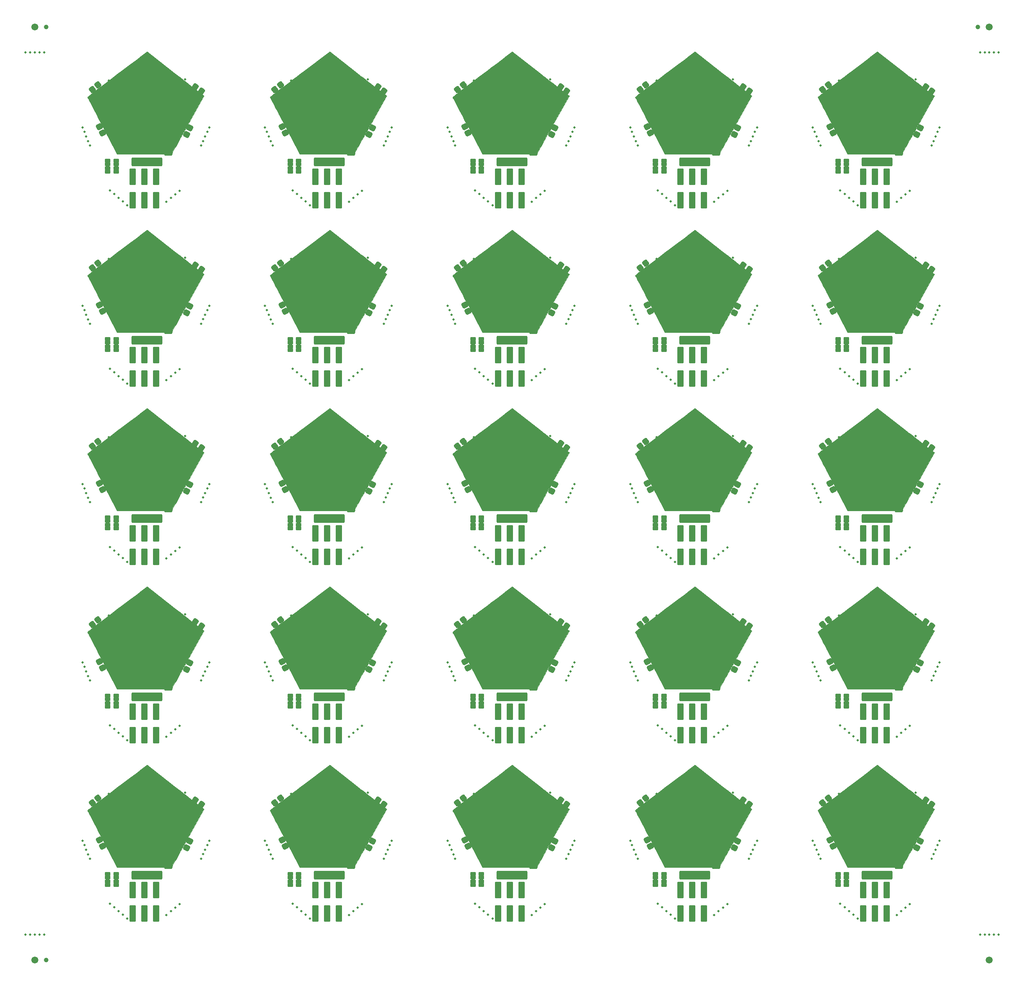
<source format=gbr>
%TF.GenerationSoftware,KiCad,Pcbnew,9.0.2*%
%TF.CreationDate,2025-06-25T16:30:57-05:00*%
%TF.ProjectId,panel,70616e65-6c2e-46b6-9963-61645f706362,rev?*%
%TF.SameCoordinates,Original*%
%TF.FileFunction,Soldermask,Bot*%
%TF.FilePolarity,Negative*%
%FSLAX46Y46*%
G04 Gerber Fmt 4.6, Leading zero omitted, Abs format (unit mm)*
G04 Created by KiCad (PCBNEW 9.0.2) date 2025-06-25 16:30:57*
%MOMM*%
%LPD*%
G01*
G04 APERTURE LIST*
G04 Aperture macros list*
%AMRoundRect*
0 Rectangle with rounded corners*
0 $1 Rounding radius*
0 $2 $3 $4 $5 $6 $7 $8 $9 X,Y pos of 4 corners*
0 Add a 4 corners polygon primitive as box body*
4,1,4,$2,$3,$4,$5,$6,$7,$8,$9,$2,$3,0*
0 Add four circle primitives for the rounded corners*
1,1,$1+$1,$2,$3*
1,1,$1+$1,$4,$5*
1,1,$1+$1,$6,$7*
1,1,$1+$1,$8,$9*
0 Add four rect primitives between the rounded corners*
20,1,$1+$1,$2,$3,$4,$5,0*
20,1,$1+$1,$4,$5,$6,$7,0*
20,1,$1+$1,$6,$7,$8,$9,0*
20,1,$1+$1,$8,$9,$2,$3,0*%
G04 Aperture macros list end*
%ADD10C,0.010000*%
%ADD11C,0.500000*%
%ADD12C,1.500000*%
%ADD13RoundRect,0.200000X-0.500000X1.575000X-0.500000X-1.575000X0.500000X-1.575000X0.500000X1.575000X0*%
%ADD14RoundRect,0.318750X0.180465X-0.442660X0.459926X0.130321X-0.180465X0.442660X-0.459926X-0.130321X0*%
%ADD15RoundRect,0.200000X-0.200000X0.737500X-0.200000X-0.737500X0.200000X-0.737500X0.200000X0.737500X0*%
%ADD16RoundRect,0.318750X-0.459926X0.130321X-0.180465X-0.442660X0.459926X-0.130321X0.180465X0.442660X0*%
%ADD17C,1.000000*%
%ADD18RoundRect,0.318750X0.465441X0.108995X-0.056768X0.474650X-0.465441X-0.108995X0.056768X-0.474650X0*%
%ADD19RoundRect,0.318750X0.031849X0.476971X-0.470508X0.084487X-0.031849X-0.476971X0.470508X-0.084487X0*%
%ADD20RoundRect,0.200000X-0.400000X-0.250000X0.400000X-0.250000X0.400000X0.250000X-0.400000X0.250000X0*%
%ADD21RoundRect,0.200000X-0.400000X-0.200000X0.400000X-0.200000X0.400000X0.200000X-0.400000X0.200000X0*%
%ADD22RoundRect,0.350000X0.575000X-0.350000X0.575000X0.350000X-0.575000X0.350000X-0.575000X-0.350000X0*%
G04 APERTURE END LIST*
D10*
%TO.C,G\u002A\u002A\u002A*%
X194105229Y-32570928D02*
X194737318Y-33063721D01*
X195352260Y-33543096D01*
X195946659Y-34006410D01*
X196517121Y-34451017D01*
X197060250Y-34874273D01*
X197572651Y-35273534D01*
X198050931Y-35646156D01*
X198491693Y-35989493D01*
X198891543Y-36300902D01*
X199247086Y-36577739D01*
X199554927Y-36817358D01*
X199811671Y-37017115D01*
X200013922Y-37174367D01*
X200158287Y-37286468D01*
X200241370Y-37350775D01*
X200260564Y-37365444D01*
X200363554Y-37441157D01*
X196877655Y-43680205D01*
X196500965Y-44354202D01*
X196135086Y-45008461D01*
X195782179Y-45639135D01*
X195444407Y-46242375D01*
X195123933Y-46814330D01*
X194822918Y-47351154D01*
X194543524Y-47848997D01*
X194287914Y-48304010D01*
X194058250Y-48712345D01*
X193856694Y-49070152D01*
X193685408Y-49373584D01*
X193546555Y-49618790D01*
X193442297Y-49801923D01*
X193374796Y-49919134D01*
X193346213Y-49966573D01*
X193345665Y-49967247D01*
X193313339Y-49974643D01*
X193229279Y-49981616D01*
X193090912Y-49988199D01*
X192895665Y-49994424D01*
X192640966Y-50000326D01*
X192324242Y-50005938D01*
X191942919Y-50011292D01*
X191494426Y-50016422D01*
X190976189Y-50021360D01*
X190385635Y-50026141D01*
X189720192Y-50030798D01*
X188977287Y-50035363D01*
X188154347Y-50039869D01*
X187436408Y-50043456D01*
X181573241Y-50071671D01*
X178355908Y-43887760D01*
X178004355Y-43211830D01*
X177663536Y-42556102D01*
X177335494Y-41924525D01*
X177022271Y-41321046D01*
X176725907Y-40749614D01*
X176448446Y-40214176D01*
X176191928Y-39718681D01*
X175958395Y-39267077D01*
X175749889Y-38863312D01*
X175568453Y-38511333D01*
X175416127Y-38215090D01*
X175294953Y-37978531D01*
X175206973Y-37805602D01*
X175154230Y-37700253D01*
X175138575Y-37666475D01*
X175166006Y-37641126D01*
X175248737Y-37574207D01*
X175387423Y-37465219D01*
X175582721Y-37313663D01*
X175835285Y-37119041D01*
X176145772Y-36880854D01*
X176514837Y-36598604D01*
X176943136Y-36271792D01*
X177431325Y-35899919D01*
X177980058Y-35482488D01*
X178589993Y-35018999D01*
X179261784Y-34508954D01*
X179996087Y-33951855D01*
X180793559Y-33347202D01*
X181654854Y-32694497D01*
X182580628Y-31993242D01*
X183571537Y-31242938D01*
X184628237Y-30443087D01*
X185751384Y-29593190D01*
X186696896Y-28877877D01*
X188052884Y-27852123D01*
X194105229Y-32570928D01*
G36*
X194105229Y-32570928D02*
G01*
X194737318Y-33063721D01*
X195352260Y-33543096D01*
X195946659Y-34006410D01*
X196517121Y-34451017D01*
X197060250Y-34874273D01*
X197572651Y-35273534D01*
X198050931Y-35646156D01*
X198491693Y-35989493D01*
X198891543Y-36300902D01*
X199247086Y-36577739D01*
X199554927Y-36817358D01*
X199811671Y-37017115D01*
X200013922Y-37174367D01*
X200158287Y-37286468D01*
X200241370Y-37350775D01*
X200260564Y-37365444D01*
X200363554Y-37441157D01*
X196877655Y-43680205D01*
X196500965Y-44354202D01*
X196135086Y-45008461D01*
X195782179Y-45639135D01*
X195444407Y-46242375D01*
X195123933Y-46814330D01*
X194822918Y-47351154D01*
X194543524Y-47848997D01*
X194287914Y-48304010D01*
X194058250Y-48712345D01*
X193856694Y-49070152D01*
X193685408Y-49373584D01*
X193546555Y-49618790D01*
X193442297Y-49801923D01*
X193374796Y-49919134D01*
X193346213Y-49966573D01*
X193345665Y-49967247D01*
X193313339Y-49974643D01*
X193229279Y-49981616D01*
X193090912Y-49988199D01*
X192895665Y-49994424D01*
X192640966Y-50000326D01*
X192324242Y-50005938D01*
X191942919Y-50011292D01*
X191494426Y-50016422D01*
X190976189Y-50021360D01*
X190385635Y-50026141D01*
X189720192Y-50030798D01*
X188977287Y-50035363D01*
X188154347Y-50039869D01*
X187436408Y-50043456D01*
X181573241Y-50071671D01*
X178355908Y-43887760D01*
X178004355Y-43211830D01*
X177663536Y-42556102D01*
X177335494Y-41924525D01*
X177022271Y-41321046D01*
X176725907Y-40749614D01*
X176448446Y-40214176D01*
X176191928Y-39718681D01*
X175958395Y-39267077D01*
X175749889Y-38863312D01*
X175568453Y-38511333D01*
X175416127Y-38215090D01*
X175294953Y-37978531D01*
X175206973Y-37805602D01*
X175154230Y-37700253D01*
X175138575Y-37666475D01*
X175166006Y-37641126D01*
X175248737Y-37574207D01*
X175387423Y-37465219D01*
X175582721Y-37313663D01*
X175835285Y-37119041D01*
X176145772Y-36880854D01*
X176514837Y-36598604D01*
X176943136Y-36271792D01*
X177431325Y-35899919D01*
X177980058Y-35482488D01*
X178589993Y-35018999D01*
X179261784Y-34508954D01*
X179996087Y-33951855D01*
X180793559Y-33347202D01*
X181654854Y-32694497D01*
X182580628Y-31993242D01*
X183571537Y-31242938D01*
X184628237Y-30443087D01*
X185751384Y-29593190D01*
X186696896Y-28877877D01*
X188052884Y-27852123D01*
X194105229Y-32570928D01*
G37*
X154596617Y-71178633D02*
X155228706Y-71671426D01*
X155843648Y-72150801D01*
X156438047Y-72614115D01*
X157008509Y-73058722D01*
X157551638Y-73481978D01*
X158064039Y-73881239D01*
X158542319Y-74253861D01*
X158983081Y-74597198D01*
X159382931Y-74908607D01*
X159738474Y-75185444D01*
X160046315Y-75425063D01*
X160303059Y-75624820D01*
X160505310Y-75782072D01*
X160649675Y-75894173D01*
X160732758Y-75958480D01*
X160751952Y-75973149D01*
X160854942Y-76048862D01*
X157369043Y-82287910D01*
X156992353Y-82961907D01*
X156626474Y-83616166D01*
X156273567Y-84246840D01*
X155935795Y-84850080D01*
X155615321Y-85422035D01*
X155314306Y-85958859D01*
X155034912Y-86456702D01*
X154779302Y-86911715D01*
X154549638Y-87320050D01*
X154348082Y-87677857D01*
X154176796Y-87981289D01*
X154037943Y-88226495D01*
X153933685Y-88409628D01*
X153866184Y-88526839D01*
X153837601Y-88574278D01*
X153837053Y-88574952D01*
X153804727Y-88582348D01*
X153720667Y-88589321D01*
X153582300Y-88595904D01*
X153387053Y-88602129D01*
X153132354Y-88608031D01*
X152815630Y-88613643D01*
X152434307Y-88618997D01*
X151985814Y-88624127D01*
X151467577Y-88629065D01*
X150877023Y-88633846D01*
X150211580Y-88638503D01*
X149468675Y-88643068D01*
X148645735Y-88647574D01*
X147927796Y-88651161D01*
X142064629Y-88679376D01*
X138847296Y-82495465D01*
X138495743Y-81819535D01*
X138154924Y-81163807D01*
X137826882Y-80532230D01*
X137513659Y-79928751D01*
X137217295Y-79357319D01*
X136939834Y-78821881D01*
X136683316Y-78326386D01*
X136449783Y-77874782D01*
X136241277Y-77471017D01*
X136059841Y-77119038D01*
X135907515Y-76822795D01*
X135786341Y-76586236D01*
X135698361Y-76413307D01*
X135645618Y-76307958D01*
X135629963Y-76274180D01*
X135657394Y-76248831D01*
X135740125Y-76181912D01*
X135878811Y-76072924D01*
X136074109Y-75921368D01*
X136326673Y-75726746D01*
X136637160Y-75488559D01*
X137006225Y-75206309D01*
X137434524Y-74879497D01*
X137922713Y-74507624D01*
X138471446Y-74090193D01*
X139081381Y-73626704D01*
X139753172Y-73116659D01*
X140487475Y-72559560D01*
X141284947Y-71954907D01*
X142146242Y-71302202D01*
X143072016Y-70600947D01*
X144062925Y-69850643D01*
X145119625Y-69050792D01*
X146242772Y-68200895D01*
X147188284Y-67485582D01*
X148544272Y-66459828D01*
X154596617Y-71178633D01*
G36*
X154596617Y-71178633D02*
G01*
X155228706Y-71671426D01*
X155843648Y-72150801D01*
X156438047Y-72614115D01*
X157008509Y-73058722D01*
X157551638Y-73481978D01*
X158064039Y-73881239D01*
X158542319Y-74253861D01*
X158983081Y-74597198D01*
X159382931Y-74908607D01*
X159738474Y-75185444D01*
X160046315Y-75425063D01*
X160303059Y-75624820D01*
X160505310Y-75782072D01*
X160649675Y-75894173D01*
X160732758Y-75958480D01*
X160751952Y-75973149D01*
X160854942Y-76048862D01*
X157369043Y-82287910D01*
X156992353Y-82961907D01*
X156626474Y-83616166D01*
X156273567Y-84246840D01*
X155935795Y-84850080D01*
X155615321Y-85422035D01*
X155314306Y-85958859D01*
X155034912Y-86456702D01*
X154779302Y-86911715D01*
X154549638Y-87320050D01*
X154348082Y-87677857D01*
X154176796Y-87981289D01*
X154037943Y-88226495D01*
X153933685Y-88409628D01*
X153866184Y-88526839D01*
X153837601Y-88574278D01*
X153837053Y-88574952D01*
X153804727Y-88582348D01*
X153720667Y-88589321D01*
X153582300Y-88595904D01*
X153387053Y-88602129D01*
X153132354Y-88608031D01*
X152815630Y-88613643D01*
X152434307Y-88618997D01*
X151985814Y-88624127D01*
X151467577Y-88629065D01*
X150877023Y-88633846D01*
X150211580Y-88638503D01*
X149468675Y-88643068D01*
X148645735Y-88647574D01*
X147927796Y-88651161D01*
X142064629Y-88679376D01*
X138847296Y-82495465D01*
X138495743Y-81819535D01*
X138154924Y-81163807D01*
X137826882Y-80532230D01*
X137513659Y-79928751D01*
X137217295Y-79357319D01*
X136939834Y-78821881D01*
X136683316Y-78326386D01*
X136449783Y-77874782D01*
X136241277Y-77471017D01*
X136059841Y-77119038D01*
X135907515Y-76822795D01*
X135786341Y-76586236D01*
X135698361Y-76413307D01*
X135645618Y-76307958D01*
X135629963Y-76274180D01*
X135657394Y-76248831D01*
X135740125Y-76181912D01*
X135878811Y-76072924D01*
X136074109Y-75921368D01*
X136326673Y-75726746D01*
X136637160Y-75488559D01*
X137006225Y-75206309D01*
X137434524Y-74879497D01*
X137922713Y-74507624D01*
X138471446Y-74090193D01*
X139081381Y-73626704D01*
X139753172Y-73116659D01*
X140487475Y-72559560D01*
X141284947Y-71954907D01*
X142146242Y-71302202D01*
X143072016Y-70600947D01*
X144062925Y-69850643D01*
X145119625Y-69050792D01*
X146242772Y-68200895D01*
X147188284Y-67485582D01*
X148544272Y-66459828D01*
X154596617Y-71178633D01*
G37*
X154596617Y-148394043D02*
X155228706Y-148886836D01*
X155843648Y-149366211D01*
X156438047Y-149829525D01*
X157008509Y-150274132D01*
X157551638Y-150697388D01*
X158064039Y-151096649D01*
X158542319Y-151469271D01*
X158983081Y-151812608D01*
X159382931Y-152124017D01*
X159738474Y-152400854D01*
X160046315Y-152640473D01*
X160303059Y-152840230D01*
X160505310Y-152997482D01*
X160649675Y-153109583D01*
X160732758Y-153173890D01*
X160751952Y-153188559D01*
X160854942Y-153264272D01*
X157369043Y-159503320D01*
X156992353Y-160177317D01*
X156626474Y-160831576D01*
X156273567Y-161462250D01*
X155935795Y-162065490D01*
X155615321Y-162637445D01*
X155314306Y-163174269D01*
X155034912Y-163672112D01*
X154779302Y-164127125D01*
X154549638Y-164535460D01*
X154348082Y-164893267D01*
X154176796Y-165196699D01*
X154037943Y-165441905D01*
X153933685Y-165625038D01*
X153866184Y-165742249D01*
X153837601Y-165789688D01*
X153837053Y-165790362D01*
X153804727Y-165797758D01*
X153720667Y-165804731D01*
X153582300Y-165811314D01*
X153387053Y-165817539D01*
X153132354Y-165823441D01*
X152815630Y-165829053D01*
X152434307Y-165834407D01*
X151985814Y-165839537D01*
X151467577Y-165844475D01*
X150877023Y-165849256D01*
X150211580Y-165853913D01*
X149468675Y-165858478D01*
X148645735Y-165862984D01*
X147927796Y-165866571D01*
X142064629Y-165894786D01*
X138847296Y-159710875D01*
X138495743Y-159034945D01*
X138154924Y-158379217D01*
X137826882Y-157747640D01*
X137513659Y-157144161D01*
X137217295Y-156572729D01*
X136939834Y-156037291D01*
X136683316Y-155541796D01*
X136449783Y-155090192D01*
X136241277Y-154686427D01*
X136059841Y-154334448D01*
X135907515Y-154038205D01*
X135786341Y-153801646D01*
X135698361Y-153628717D01*
X135645618Y-153523368D01*
X135629963Y-153489590D01*
X135657394Y-153464241D01*
X135740125Y-153397322D01*
X135878811Y-153288334D01*
X136074109Y-153136778D01*
X136326673Y-152942156D01*
X136637160Y-152703969D01*
X137006225Y-152421719D01*
X137434524Y-152094907D01*
X137922713Y-151723034D01*
X138471446Y-151305603D01*
X139081381Y-150842114D01*
X139753172Y-150332069D01*
X140487475Y-149774970D01*
X141284947Y-149170317D01*
X142146242Y-148517612D01*
X143072016Y-147816357D01*
X144062925Y-147066053D01*
X145119625Y-146266202D01*
X146242772Y-145416305D01*
X147188284Y-144700992D01*
X148544272Y-143675238D01*
X154596617Y-148394043D01*
G36*
X154596617Y-148394043D02*
G01*
X155228706Y-148886836D01*
X155843648Y-149366211D01*
X156438047Y-149829525D01*
X157008509Y-150274132D01*
X157551638Y-150697388D01*
X158064039Y-151096649D01*
X158542319Y-151469271D01*
X158983081Y-151812608D01*
X159382931Y-152124017D01*
X159738474Y-152400854D01*
X160046315Y-152640473D01*
X160303059Y-152840230D01*
X160505310Y-152997482D01*
X160649675Y-153109583D01*
X160732758Y-153173890D01*
X160751952Y-153188559D01*
X160854942Y-153264272D01*
X157369043Y-159503320D01*
X156992353Y-160177317D01*
X156626474Y-160831576D01*
X156273567Y-161462250D01*
X155935795Y-162065490D01*
X155615321Y-162637445D01*
X155314306Y-163174269D01*
X155034912Y-163672112D01*
X154779302Y-164127125D01*
X154549638Y-164535460D01*
X154348082Y-164893267D01*
X154176796Y-165196699D01*
X154037943Y-165441905D01*
X153933685Y-165625038D01*
X153866184Y-165742249D01*
X153837601Y-165789688D01*
X153837053Y-165790362D01*
X153804727Y-165797758D01*
X153720667Y-165804731D01*
X153582300Y-165811314D01*
X153387053Y-165817539D01*
X153132354Y-165823441D01*
X152815630Y-165829053D01*
X152434307Y-165834407D01*
X151985814Y-165839537D01*
X151467577Y-165844475D01*
X150877023Y-165849256D01*
X150211580Y-165853913D01*
X149468675Y-165858478D01*
X148645735Y-165862984D01*
X147927796Y-165866571D01*
X142064629Y-165894786D01*
X138847296Y-159710875D01*
X138495743Y-159034945D01*
X138154924Y-158379217D01*
X137826882Y-157747640D01*
X137513659Y-157144161D01*
X137217295Y-156572729D01*
X136939834Y-156037291D01*
X136683316Y-155541796D01*
X136449783Y-155090192D01*
X136241277Y-154686427D01*
X136059841Y-154334448D01*
X135907515Y-154038205D01*
X135786341Y-153801646D01*
X135698361Y-153628717D01*
X135645618Y-153523368D01*
X135629963Y-153489590D01*
X135657394Y-153464241D01*
X135740125Y-153397322D01*
X135878811Y-153288334D01*
X136074109Y-153136778D01*
X136326673Y-152942156D01*
X136637160Y-152703969D01*
X137006225Y-152421719D01*
X137434524Y-152094907D01*
X137922713Y-151723034D01*
X138471446Y-151305603D01*
X139081381Y-150842114D01*
X139753172Y-150332069D01*
X140487475Y-149774970D01*
X141284947Y-149170317D01*
X142146242Y-148517612D01*
X143072016Y-147816357D01*
X144062925Y-147066053D01*
X145119625Y-146266202D01*
X146242772Y-145416305D01*
X147188284Y-144700992D01*
X148544272Y-143675238D01*
X154596617Y-148394043D01*
G37*
X115088005Y-148394043D02*
X115720094Y-148886836D01*
X116335036Y-149366211D01*
X116929435Y-149829525D01*
X117499897Y-150274132D01*
X118043026Y-150697388D01*
X118555427Y-151096649D01*
X119033707Y-151469271D01*
X119474469Y-151812608D01*
X119874319Y-152124017D01*
X120229862Y-152400854D01*
X120537703Y-152640473D01*
X120794447Y-152840230D01*
X120996698Y-152997482D01*
X121141063Y-153109583D01*
X121224146Y-153173890D01*
X121243340Y-153188559D01*
X121346330Y-153264272D01*
X117860431Y-159503320D01*
X117483741Y-160177317D01*
X117117862Y-160831576D01*
X116764955Y-161462250D01*
X116427183Y-162065490D01*
X116106709Y-162637445D01*
X115805694Y-163174269D01*
X115526300Y-163672112D01*
X115270690Y-164127125D01*
X115041026Y-164535460D01*
X114839470Y-164893267D01*
X114668184Y-165196699D01*
X114529331Y-165441905D01*
X114425073Y-165625038D01*
X114357572Y-165742249D01*
X114328989Y-165789688D01*
X114328441Y-165790362D01*
X114296115Y-165797758D01*
X114212055Y-165804731D01*
X114073688Y-165811314D01*
X113878441Y-165817539D01*
X113623742Y-165823441D01*
X113307018Y-165829053D01*
X112925695Y-165834407D01*
X112477202Y-165839537D01*
X111958965Y-165844475D01*
X111368411Y-165849256D01*
X110702968Y-165853913D01*
X109960063Y-165858478D01*
X109137123Y-165862984D01*
X108419184Y-165866571D01*
X102556017Y-165894786D01*
X99338684Y-159710875D01*
X98987131Y-159034945D01*
X98646312Y-158379217D01*
X98318270Y-157747640D01*
X98005047Y-157144161D01*
X97708683Y-156572729D01*
X97431222Y-156037291D01*
X97174704Y-155541796D01*
X96941171Y-155090192D01*
X96732665Y-154686427D01*
X96551229Y-154334448D01*
X96398903Y-154038205D01*
X96277729Y-153801646D01*
X96189749Y-153628717D01*
X96137006Y-153523368D01*
X96121351Y-153489590D01*
X96148782Y-153464241D01*
X96231513Y-153397322D01*
X96370199Y-153288334D01*
X96565497Y-153136778D01*
X96818061Y-152942156D01*
X97128548Y-152703969D01*
X97497613Y-152421719D01*
X97925912Y-152094907D01*
X98414101Y-151723034D01*
X98962834Y-151305603D01*
X99572769Y-150842114D01*
X100244560Y-150332069D01*
X100978863Y-149774970D01*
X101776335Y-149170317D01*
X102637630Y-148517612D01*
X103563404Y-147816357D01*
X104554313Y-147066053D01*
X105611013Y-146266202D01*
X106734160Y-145416305D01*
X107679672Y-144700992D01*
X109035660Y-143675238D01*
X115088005Y-148394043D01*
G36*
X115088005Y-148394043D02*
G01*
X115720094Y-148886836D01*
X116335036Y-149366211D01*
X116929435Y-149829525D01*
X117499897Y-150274132D01*
X118043026Y-150697388D01*
X118555427Y-151096649D01*
X119033707Y-151469271D01*
X119474469Y-151812608D01*
X119874319Y-152124017D01*
X120229862Y-152400854D01*
X120537703Y-152640473D01*
X120794447Y-152840230D01*
X120996698Y-152997482D01*
X121141063Y-153109583D01*
X121224146Y-153173890D01*
X121243340Y-153188559D01*
X121346330Y-153264272D01*
X117860431Y-159503320D01*
X117483741Y-160177317D01*
X117117862Y-160831576D01*
X116764955Y-161462250D01*
X116427183Y-162065490D01*
X116106709Y-162637445D01*
X115805694Y-163174269D01*
X115526300Y-163672112D01*
X115270690Y-164127125D01*
X115041026Y-164535460D01*
X114839470Y-164893267D01*
X114668184Y-165196699D01*
X114529331Y-165441905D01*
X114425073Y-165625038D01*
X114357572Y-165742249D01*
X114328989Y-165789688D01*
X114328441Y-165790362D01*
X114296115Y-165797758D01*
X114212055Y-165804731D01*
X114073688Y-165811314D01*
X113878441Y-165817539D01*
X113623742Y-165823441D01*
X113307018Y-165829053D01*
X112925695Y-165834407D01*
X112477202Y-165839537D01*
X111958965Y-165844475D01*
X111368411Y-165849256D01*
X110702968Y-165853913D01*
X109960063Y-165858478D01*
X109137123Y-165862984D01*
X108419184Y-165866571D01*
X102556017Y-165894786D01*
X99338684Y-159710875D01*
X98987131Y-159034945D01*
X98646312Y-158379217D01*
X98318270Y-157747640D01*
X98005047Y-157144161D01*
X97708683Y-156572729D01*
X97431222Y-156037291D01*
X97174704Y-155541796D01*
X96941171Y-155090192D01*
X96732665Y-154686427D01*
X96551229Y-154334448D01*
X96398903Y-154038205D01*
X96277729Y-153801646D01*
X96189749Y-153628717D01*
X96137006Y-153523368D01*
X96121351Y-153489590D01*
X96148782Y-153464241D01*
X96231513Y-153397322D01*
X96370199Y-153288334D01*
X96565497Y-153136778D01*
X96818061Y-152942156D01*
X97128548Y-152703969D01*
X97497613Y-152421719D01*
X97925912Y-152094907D01*
X98414101Y-151723034D01*
X98962834Y-151305603D01*
X99572769Y-150842114D01*
X100244560Y-150332069D01*
X100978863Y-149774970D01*
X101776335Y-149170317D01*
X102637630Y-148517612D01*
X103563404Y-147816357D01*
X104554313Y-147066053D01*
X105611013Y-146266202D01*
X106734160Y-145416305D01*
X107679672Y-144700992D01*
X109035660Y-143675238D01*
X115088005Y-148394043D01*
G37*
X233613841Y-32570928D02*
X234245930Y-33063721D01*
X234860872Y-33543096D01*
X235455271Y-34006410D01*
X236025733Y-34451017D01*
X236568862Y-34874273D01*
X237081263Y-35273534D01*
X237559543Y-35646156D01*
X238000305Y-35989493D01*
X238400155Y-36300902D01*
X238755698Y-36577739D01*
X239063539Y-36817358D01*
X239320283Y-37017115D01*
X239522534Y-37174367D01*
X239666899Y-37286468D01*
X239749982Y-37350775D01*
X239769176Y-37365444D01*
X239872166Y-37441157D01*
X236386267Y-43680205D01*
X236009577Y-44354202D01*
X235643698Y-45008461D01*
X235290791Y-45639135D01*
X234953019Y-46242375D01*
X234632545Y-46814330D01*
X234331530Y-47351154D01*
X234052136Y-47848997D01*
X233796526Y-48304010D01*
X233566862Y-48712345D01*
X233365306Y-49070152D01*
X233194020Y-49373584D01*
X233055167Y-49618790D01*
X232950909Y-49801923D01*
X232883408Y-49919134D01*
X232854825Y-49966573D01*
X232854277Y-49967247D01*
X232821951Y-49974643D01*
X232737891Y-49981616D01*
X232599524Y-49988199D01*
X232404277Y-49994424D01*
X232149578Y-50000326D01*
X231832854Y-50005938D01*
X231451531Y-50011292D01*
X231003038Y-50016422D01*
X230484801Y-50021360D01*
X229894247Y-50026141D01*
X229228804Y-50030798D01*
X228485899Y-50035363D01*
X227662959Y-50039869D01*
X226945020Y-50043456D01*
X221081853Y-50071671D01*
X217864520Y-43887760D01*
X217512967Y-43211830D01*
X217172148Y-42556102D01*
X216844106Y-41924525D01*
X216530883Y-41321046D01*
X216234519Y-40749614D01*
X215957058Y-40214176D01*
X215700540Y-39718681D01*
X215467007Y-39267077D01*
X215258501Y-38863312D01*
X215077065Y-38511333D01*
X214924739Y-38215090D01*
X214803565Y-37978531D01*
X214715585Y-37805602D01*
X214662842Y-37700253D01*
X214647187Y-37666475D01*
X214674618Y-37641126D01*
X214757349Y-37574207D01*
X214896035Y-37465219D01*
X215091333Y-37313663D01*
X215343897Y-37119041D01*
X215654384Y-36880854D01*
X216023449Y-36598604D01*
X216451748Y-36271792D01*
X216939937Y-35899919D01*
X217488670Y-35482488D01*
X218098605Y-35018999D01*
X218770396Y-34508954D01*
X219504699Y-33951855D01*
X220302171Y-33347202D01*
X221163466Y-32694497D01*
X222089240Y-31993242D01*
X223080149Y-31242938D01*
X224136849Y-30443087D01*
X225259996Y-29593190D01*
X226205508Y-28877877D01*
X227561496Y-27852123D01*
X233613841Y-32570928D01*
G36*
X233613841Y-32570928D02*
G01*
X234245930Y-33063721D01*
X234860872Y-33543096D01*
X235455271Y-34006410D01*
X236025733Y-34451017D01*
X236568862Y-34874273D01*
X237081263Y-35273534D01*
X237559543Y-35646156D01*
X238000305Y-35989493D01*
X238400155Y-36300902D01*
X238755698Y-36577739D01*
X239063539Y-36817358D01*
X239320283Y-37017115D01*
X239522534Y-37174367D01*
X239666899Y-37286468D01*
X239749982Y-37350775D01*
X239769176Y-37365444D01*
X239872166Y-37441157D01*
X236386267Y-43680205D01*
X236009577Y-44354202D01*
X235643698Y-45008461D01*
X235290791Y-45639135D01*
X234953019Y-46242375D01*
X234632545Y-46814330D01*
X234331530Y-47351154D01*
X234052136Y-47848997D01*
X233796526Y-48304010D01*
X233566862Y-48712345D01*
X233365306Y-49070152D01*
X233194020Y-49373584D01*
X233055167Y-49618790D01*
X232950909Y-49801923D01*
X232883408Y-49919134D01*
X232854825Y-49966573D01*
X232854277Y-49967247D01*
X232821951Y-49974643D01*
X232737891Y-49981616D01*
X232599524Y-49988199D01*
X232404277Y-49994424D01*
X232149578Y-50000326D01*
X231832854Y-50005938D01*
X231451531Y-50011292D01*
X231003038Y-50016422D01*
X230484801Y-50021360D01*
X229894247Y-50026141D01*
X229228804Y-50030798D01*
X228485899Y-50035363D01*
X227662959Y-50039869D01*
X226945020Y-50043456D01*
X221081853Y-50071671D01*
X217864520Y-43887760D01*
X217512967Y-43211830D01*
X217172148Y-42556102D01*
X216844106Y-41924525D01*
X216530883Y-41321046D01*
X216234519Y-40749614D01*
X215957058Y-40214176D01*
X215700540Y-39718681D01*
X215467007Y-39267077D01*
X215258501Y-38863312D01*
X215077065Y-38511333D01*
X214924739Y-38215090D01*
X214803565Y-37978531D01*
X214715585Y-37805602D01*
X214662842Y-37700253D01*
X214647187Y-37666475D01*
X214674618Y-37641126D01*
X214757349Y-37574207D01*
X214896035Y-37465219D01*
X215091333Y-37313663D01*
X215343897Y-37119041D01*
X215654384Y-36880854D01*
X216023449Y-36598604D01*
X216451748Y-36271792D01*
X216939937Y-35899919D01*
X217488670Y-35482488D01*
X218098605Y-35018999D01*
X218770396Y-34508954D01*
X219504699Y-33951855D01*
X220302171Y-33347202D01*
X221163466Y-32694497D01*
X222089240Y-31993242D01*
X223080149Y-31242938D01*
X224136849Y-30443087D01*
X225259996Y-29593190D01*
X226205508Y-28877877D01*
X227561496Y-27852123D01*
X233613841Y-32570928D01*
G37*
X154596617Y-32570928D02*
X155228706Y-33063721D01*
X155843648Y-33543096D01*
X156438047Y-34006410D01*
X157008509Y-34451017D01*
X157551638Y-34874273D01*
X158064039Y-35273534D01*
X158542319Y-35646156D01*
X158983081Y-35989493D01*
X159382931Y-36300902D01*
X159738474Y-36577739D01*
X160046315Y-36817358D01*
X160303059Y-37017115D01*
X160505310Y-37174367D01*
X160649675Y-37286468D01*
X160732758Y-37350775D01*
X160751952Y-37365444D01*
X160854942Y-37441157D01*
X157369043Y-43680205D01*
X156992353Y-44354202D01*
X156626474Y-45008461D01*
X156273567Y-45639135D01*
X155935795Y-46242375D01*
X155615321Y-46814330D01*
X155314306Y-47351154D01*
X155034912Y-47848997D01*
X154779302Y-48304010D01*
X154549638Y-48712345D01*
X154348082Y-49070152D01*
X154176796Y-49373584D01*
X154037943Y-49618790D01*
X153933685Y-49801923D01*
X153866184Y-49919134D01*
X153837601Y-49966573D01*
X153837053Y-49967247D01*
X153804727Y-49974643D01*
X153720667Y-49981616D01*
X153582300Y-49988199D01*
X153387053Y-49994424D01*
X153132354Y-50000326D01*
X152815630Y-50005938D01*
X152434307Y-50011292D01*
X151985814Y-50016422D01*
X151467577Y-50021360D01*
X150877023Y-50026141D01*
X150211580Y-50030798D01*
X149468675Y-50035363D01*
X148645735Y-50039869D01*
X147927796Y-50043456D01*
X142064629Y-50071671D01*
X138847296Y-43887760D01*
X138495743Y-43211830D01*
X138154924Y-42556102D01*
X137826882Y-41924525D01*
X137513659Y-41321046D01*
X137217295Y-40749614D01*
X136939834Y-40214176D01*
X136683316Y-39718681D01*
X136449783Y-39267077D01*
X136241277Y-38863312D01*
X136059841Y-38511333D01*
X135907515Y-38215090D01*
X135786341Y-37978531D01*
X135698361Y-37805602D01*
X135645618Y-37700253D01*
X135629963Y-37666475D01*
X135657394Y-37641126D01*
X135740125Y-37574207D01*
X135878811Y-37465219D01*
X136074109Y-37313663D01*
X136326673Y-37119041D01*
X136637160Y-36880854D01*
X137006225Y-36598604D01*
X137434524Y-36271792D01*
X137922713Y-35899919D01*
X138471446Y-35482488D01*
X139081381Y-35018999D01*
X139753172Y-34508954D01*
X140487475Y-33951855D01*
X141284947Y-33347202D01*
X142146242Y-32694497D01*
X143072016Y-31993242D01*
X144062925Y-31242938D01*
X145119625Y-30443087D01*
X146242772Y-29593190D01*
X147188284Y-28877877D01*
X148544272Y-27852123D01*
X154596617Y-32570928D01*
G36*
X154596617Y-32570928D02*
G01*
X155228706Y-33063721D01*
X155843648Y-33543096D01*
X156438047Y-34006410D01*
X157008509Y-34451017D01*
X157551638Y-34874273D01*
X158064039Y-35273534D01*
X158542319Y-35646156D01*
X158983081Y-35989493D01*
X159382931Y-36300902D01*
X159738474Y-36577739D01*
X160046315Y-36817358D01*
X160303059Y-37017115D01*
X160505310Y-37174367D01*
X160649675Y-37286468D01*
X160732758Y-37350775D01*
X160751952Y-37365444D01*
X160854942Y-37441157D01*
X157369043Y-43680205D01*
X156992353Y-44354202D01*
X156626474Y-45008461D01*
X156273567Y-45639135D01*
X155935795Y-46242375D01*
X155615321Y-46814330D01*
X155314306Y-47351154D01*
X155034912Y-47848997D01*
X154779302Y-48304010D01*
X154549638Y-48712345D01*
X154348082Y-49070152D01*
X154176796Y-49373584D01*
X154037943Y-49618790D01*
X153933685Y-49801923D01*
X153866184Y-49919134D01*
X153837601Y-49966573D01*
X153837053Y-49967247D01*
X153804727Y-49974643D01*
X153720667Y-49981616D01*
X153582300Y-49988199D01*
X153387053Y-49994424D01*
X153132354Y-50000326D01*
X152815630Y-50005938D01*
X152434307Y-50011292D01*
X151985814Y-50016422D01*
X151467577Y-50021360D01*
X150877023Y-50026141D01*
X150211580Y-50030798D01*
X149468675Y-50035363D01*
X148645735Y-50039869D01*
X147927796Y-50043456D01*
X142064629Y-50071671D01*
X138847296Y-43887760D01*
X138495743Y-43211830D01*
X138154924Y-42556102D01*
X137826882Y-41924525D01*
X137513659Y-41321046D01*
X137217295Y-40749614D01*
X136939834Y-40214176D01*
X136683316Y-39718681D01*
X136449783Y-39267077D01*
X136241277Y-38863312D01*
X136059841Y-38511333D01*
X135907515Y-38215090D01*
X135786341Y-37978531D01*
X135698361Y-37805602D01*
X135645618Y-37700253D01*
X135629963Y-37666475D01*
X135657394Y-37641126D01*
X135740125Y-37574207D01*
X135878811Y-37465219D01*
X136074109Y-37313663D01*
X136326673Y-37119041D01*
X136637160Y-36880854D01*
X137006225Y-36598604D01*
X137434524Y-36271792D01*
X137922713Y-35899919D01*
X138471446Y-35482488D01*
X139081381Y-35018999D01*
X139753172Y-34508954D01*
X140487475Y-33951855D01*
X141284947Y-33347202D01*
X142146242Y-32694497D01*
X143072016Y-31993242D01*
X144062925Y-31242938D01*
X145119625Y-30443087D01*
X146242772Y-29593190D01*
X147188284Y-28877877D01*
X148544272Y-27852123D01*
X154596617Y-32570928D01*
G37*
X194105229Y-71178633D02*
X194737318Y-71671426D01*
X195352260Y-72150801D01*
X195946659Y-72614115D01*
X196517121Y-73058722D01*
X197060250Y-73481978D01*
X197572651Y-73881239D01*
X198050931Y-74253861D01*
X198491693Y-74597198D01*
X198891543Y-74908607D01*
X199247086Y-75185444D01*
X199554927Y-75425063D01*
X199811671Y-75624820D01*
X200013922Y-75782072D01*
X200158287Y-75894173D01*
X200241370Y-75958480D01*
X200260564Y-75973149D01*
X200363554Y-76048862D01*
X196877655Y-82287910D01*
X196500965Y-82961907D01*
X196135086Y-83616166D01*
X195782179Y-84246840D01*
X195444407Y-84850080D01*
X195123933Y-85422035D01*
X194822918Y-85958859D01*
X194543524Y-86456702D01*
X194287914Y-86911715D01*
X194058250Y-87320050D01*
X193856694Y-87677857D01*
X193685408Y-87981289D01*
X193546555Y-88226495D01*
X193442297Y-88409628D01*
X193374796Y-88526839D01*
X193346213Y-88574278D01*
X193345665Y-88574952D01*
X193313339Y-88582348D01*
X193229279Y-88589321D01*
X193090912Y-88595904D01*
X192895665Y-88602129D01*
X192640966Y-88608031D01*
X192324242Y-88613643D01*
X191942919Y-88618997D01*
X191494426Y-88624127D01*
X190976189Y-88629065D01*
X190385635Y-88633846D01*
X189720192Y-88638503D01*
X188977287Y-88643068D01*
X188154347Y-88647574D01*
X187436408Y-88651161D01*
X181573241Y-88679376D01*
X178355908Y-82495465D01*
X178004355Y-81819535D01*
X177663536Y-81163807D01*
X177335494Y-80532230D01*
X177022271Y-79928751D01*
X176725907Y-79357319D01*
X176448446Y-78821881D01*
X176191928Y-78326386D01*
X175958395Y-77874782D01*
X175749889Y-77471017D01*
X175568453Y-77119038D01*
X175416127Y-76822795D01*
X175294953Y-76586236D01*
X175206973Y-76413307D01*
X175154230Y-76307958D01*
X175138575Y-76274180D01*
X175166006Y-76248831D01*
X175248737Y-76181912D01*
X175387423Y-76072924D01*
X175582721Y-75921368D01*
X175835285Y-75726746D01*
X176145772Y-75488559D01*
X176514837Y-75206309D01*
X176943136Y-74879497D01*
X177431325Y-74507624D01*
X177980058Y-74090193D01*
X178589993Y-73626704D01*
X179261784Y-73116659D01*
X179996087Y-72559560D01*
X180793559Y-71954907D01*
X181654854Y-71302202D01*
X182580628Y-70600947D01*
X183571537Y-69850643D01*
X184628237Y-69050792D01*
X185751384Y-68200895D01*
X186696896Y-67485582D01*
X188052884Y-66459828D01*
X194105229Y-71178633D01*
G36*
X194105229Y-71178633D02*
G01*
X194737318Y-71671426D01*
X195352260Y-72150801D01*
X195946659Y-72614115D01*
X196517121Y-73058722D01*
X197060250Y-73481978D01*
X197572651Y-73881239D01*
X198050931Y-74253861D01*
X198491693Y-74597198D01*
X198891543Y-74908607D01*
X199247086Y-75185444D01*
X199554927Y-75425063D01*
X199811671Y-75624820D01*
X200013922Y-75782072D01*
X200158287Y-75894173D01*
X200241370Y-75958480D01*
X200260564Y-75973149D01*
X200363554Y-76048862D01*
X196877655Y-82287910D01*
X196500965Y-82961907D01*
X196135086Y-83616166D01*
X195782179Y-84246840D01*
X195444407Y-84850080D01*
X195123933Y-85422035D01*
X194822918Y-85958859D01*
X194543524Y-86456702D01*
X194287914Y-86911715D01*
X194058250Y-87320050D01*
X193856694Y-87677857D01*
X193685408Y-87981289D01*
X193546555Y-88226495D01*
X193442297Y-88409628D01*
X193374796Y-88526839D01*
X193346213Y-88574278D01*
X193345665Y-88574952D01*
X193313339Y-88582348D01*
X193229279Y-88589321D01*
X193090912Y-88595904D01*
X192895665Y-88602129D01*
X192640966Y-88608031D01*
X192324242Y-88613643D01*
X191942919Y-88618997D01*
X191494426Y-88624127D01*
X190976189Y-88629065D01*
X190385635Y-88633846D01*
X189720192Y-88638503D01*
X188977287Y-88643068D01*
X188154347Y-88647574D01*
X187436408Y-88651161D01*
X181573241Y-88679376D01*
X178355908Y-82495465D01*
X178004355Y-81819535D01*
X177663536Y-81163807D01*
X177335494Y-80532230D01*
X177022271Y-79928751D01*
X176725907Y-79357319D01*
X176448446Y-78821881D01*
X176191928Y-78326386D01*
X175958395Y-77874782D01*
X175749889Y-77471017D01*
X175568453Y-77119038D01*
X175416127Y-76822795D01*
X175294953Y-76586236D01*
X175206973Y-76413307D01*
X175154230Y-76307958D01*
X175138575Y-76274180D01*
X175166006Y-76248831D01*
X175248737Y-76181912D01*
X175387423Y-76072924D01*
X175582721Y-75921368D01*
X175835285Y-75726746D01*
X176145772Y-75488559D01*
X176514837Y-75206309D01*
X176943136Y-74879497D01*
X177431325Y-74507624D01*
X177980058Y-74090193D01*
X178589993Y-73626704D01*
X179261784Y-73116659D01*
X179996087Y-72559560D01*
X180793559Y-71954907D01*
X181654854Y-71302202D01*
X182580628Y-70600947D01*
X183571537Y-69850643D01*
X184628237Y-69050792D01*
X185751384Y-68200895D01*
X186696896Y-67485582D01*
X188052884Y-66459828D01*
X194105229Y-71178633D01*
G37*
X75579393Y-32570928D02*
X76211482Y-33063721D01*
X76826424Y-33543096D01*
X77420823Y-34006410D01*
X77991285Y-34451017D01*
X78534414Y-34874273D01*
X79046815Y-35273534D01*
X79525095Y-35646156D01*
X79965857Y-35989493D01*
X80365707Y-36300902D01*
X80721250Y-36577739D01*
X81029091Y-36817358D01*
X81285835Y-37017115D01*
X81488086Y-37174367D01*
X81632451Y-37286468D01*
X81715534Y-37350775D01*
X81734728Y-37365444D01*
X81837718Y-37441157D01*
X78351819Y-43680205D01*
X77975129Y-44354202D01*
X77609250Y-45008461D01*
X77256343Y-45639135D01*
X76918571Y-46242375D01*
X76598097Y-46814330D01*
X76297082Y-47351154D01*
X76017688Y-47848997D01*
X75762078Y-48304010D01*
X75532414Y-48712345D01*
X75330858Y-49070152D01*
X75159572Y-49373584D01*
X75020719Y-49618790D01*
X74916461Y-49801923D01*
X74848960Y-49919134D01*
X74820377Y-49966573D01*
X74819829Y-49967247D01*
X74787503Y-49974643D01*
X74703443Y-49981616D01*
X74565076Y-49988199D01*
X74369829Y-49994424D01*
X74115130Y-50000326D01*
X73798406Y-50005938D01*
X73417083Y-50011292D01*
X72968590Y-50016422D01*
X72450353Y-50021360D01*
X71859799Y-50026141D01*
X71194356Y-50030798D01*
X70451451Y-50035363D01*
X69628511Y-50039869D01*
X68910572Y-50043456D01*
X63047405Y-50071671D01*
X59830072Y-43887760D01*
X59478519Y-43211830D01*
X59137700Y-42556102D01*
X58809658Y-41924525D01*
X58496435Y-41321046D01*
X58200071Y-40749614D01*
X57922610Y-40214176D01*
X57666092Y-39718681D01*
X57432559Y-39267077D01*
X57224053Y-38863312D01*
X57042617Y-38511333D01*
X56890291Y-38215090D01*
X56769117Y-37978531D01*
X56681137Y-37805602D01*
X56628394Y-37700253D01*
X56612739Y-37666475D01*
X56640170Y-37641126D01*
X56722901Y-37574207D01*
X56861587Y-37465219D01*
X57056885Y-37313663D01*
X57309449Y-37119041D01*
X57619936Y-36880854D01*
X57989001Y-36598604D01*
X58417300Y-36271792D01*
X58905489Y-35899919D01*
X59454222Y-35482488D01*
X60064157Y-35018999D01*
X60735948Y-34508954D01*
X61470251Y-33951855D01*
X62267723Y-33347202D01*
X63129018Y-32694497D01*
X64054792Y-31993242D01*
X65045701Y-31242938D01*
X66102401Y-30443087D01*
X67225548Y-29593190D01*
X68171060Y-28877877D01*
X69527048Y-27852123D01*
X75579393Y-32570928D01*
G36*
X75579393Y-32570928D02*
G01*
X76211482Y-33063721D01*
X76826424Y-33543096D01*
X77420823Y-34006410D01*
X77991285Y-34451017D01*
X78534414Y-34874273D01*
X79046815Y-35273534D01*
X79525095Y-35646156D01*
X79965857Y-35989493D01*
X80365707Y-36300902D01*
X80721250Y-36577739D01*
X81029091Y-36817358D01*
X81285835Y-37017115D01*
X81488086Y-37174367D01*
X81632451Y-37286468D01*
X81715534Y-37350775D01*
X81734728Y-37365444D01*
X81837718Y-37441157D01*
X78351819Y-43680205D01*
X77975129Y-44354202D01*
X77609250Y-45008461D01*
X77256343Y-45639135D01*
X76918571Y-46242375D01*
X76598097Y-46814330D01*
X76297082Y-47351154D01*
X76017688Y-47848997D01*
X75762078Y-48304010D01*
X75532414Y-48712345D01*
X75330858Y-49070152D01*
X75159572Y-49373584D01*
X75020719Y-49618790D01*
X74916461Y-49801923D01*
X74848960Y-49919134D01*
X74820377Y-49966573D01*
X74819829Y-49967247D01*
X74787503Y-49974643D01*
X74703443Y-49981616D01*
X74565076Y-49988199D01*
X74369829Y-49994424D01*
X74115130Y-50000326D01*
X73798406Y-50005938D01*
X73417083Y-50011292D01*
X72968590Y-50016422D01*
X72450353Y-50021360D01*
X71859799Y-50026141D01*
X71194356Y-50030798D01*
X70451451Y-50035363D01*
X69628511Y-50039869D01*
X68910572Y-50043456D01*
X63047405Y-50071671D01*
X59830072Y-43887760D01*
X59478519Y-43211830D01*
X59137700Y-42556102D01*
X58809658Y-41924525D01*
X58496435Y-41321046D01*
X58200071Y-40749614D01*
X57922610Y-40214176D01*
X57666092Y-39718681D01*
X57432559Y-39267077D01*
X57224053Y-38863312D01*
X57042617Y-38511333D01*
X56890291Y-38215090D01*
X56769117Y-37978531D01*
X56681137Y-37805602D01*
X56628394Y-37700253D01*
X56612739Y-37666475D01*
X56640170Y-37641126D01*
X56722901Y-37574207D01*
X56861587Y-37465219D01*
X57056885Y-37313663D01*
X57309449Y-37119041D01*
X57619936Y-36880854D01*
X57989001Y-36598604D01*
X58417300Y-36271792D01*
X58905489Y-35899919D01*
X59454222Y-35482488D01*
X60064157Y-35018999D01*
X60735948Y-34508954D01*
X61470251Y-33951855D01*
X62267723Y-33347202D01*
X63129018Y-32694497D01*
X64054792Y-31993242D01*
X65045701Y-31242938D01*
X66102401Y-30443087D01*
X67225548Y-29593190D01*
X68171060Y-28877877D01*
X69527048Y-27852123D01*
X75579393Y-32570928D01*
G37*
X75579393Y-148394043D02*
X76211482Y-148886836D01*
X76826424Y-149366211D01*
X77420823Y-149829525D01*
X77991285Y-150274132D01*
X78534414Y-150697388D01*
X79046815Y-151096649D01*
X79525095Y-151469271D01*
X79965857Y-151812608D01*
X80365707Y-152124017D01*
X80721250Y-152400854D01*
X81029091Y-152640473D01*
X81285835Y-152840230D01*
X81488086Y-152997482D01*
X81632451Y-153109583D01*
X81715534Y-153173890D01*
X81734728Y-153188559D01*
X81837718Y-153264272D01*
X78351819Y-159503320D01*
X77975129Y-160177317D01*
X77609250Y-160831576D01*
X77256343Y-161462250D01*
X76918571Y-162065490D01*
X76598097Y-162637445D01*
X76297082Y-163174269D01*
X76017688Y-163672112D01*
X75762078Y-164127125D01*
X75532414Y-164535460D01*
X75330858Y-164893267D01*
X75159572Y-165196699D01*
X75020719Y-165441905D01*
X74916461Y-165625038D01*
X74848960Y-165742249D01*
X74820377Y-165789688D01*
X74819829Y-165790362D01*
X74787503Y-165797758D01*
X74703443Y-165804731D01*
X74565076Y-165811314D01*
X74369829Y-165817539D01*
X74115130Y-165823441D01*
X73798406Y-165829053D01*
X73417083Y-165834407D01*
X72968590Y-165839537D01*
X72450353Y-165844475D01*
X71859799Y-165849256D01*
X71194356Y-165853913D01*
X70451451Y-165858478D01*
X69628511Y-165862984D01*
X68910572Y-165866571D01*
X63047405Y-165894786D01*
X59830072Y-159710875D01*
X59478519Y-159034945D01*
X59137700Y-158379217D01*
X58809658Y-157747640D01*
X58496435Y-157144161D01*
X58200071Y-156572729D01*
X57922610Y-156037291D01*
X57666092Y-155541796D01*
X57432559Y-155090192D01*
X57224053Y-154686427D01*
X57042617Y-154334448D01*
X56890291Y-154038205D01*
X56769117Y-153801646D01*
X56681137Y-153628717D01*
X56628394Y-153523368D01*
X56612739Y-153489590D01*
X56640170Y-153464241D01*
X56722901Y-153397322D01*
X56861587Y-153288334D01*
X57056885Y-153136778D01*
X57309449Y-152942156D01*
X57619936Y-152703969D01*
X57989001Y-152421719D01*
X58417300Y-152094907D01*
X58905489Y-151723034D01*
X59454222Y-151305603D01*
X60064157Y-150842114D01*
X60735948Y-150332069D01*
X61470251Y-149774970D01*
X62267723Y-149170317D01*
X63129018Y-148517612D01*
X64054792Y-147816357D01*
X65045701Y-147066053D01*
X66102401Y-146266202D01*
X67225548Y-145416305D01*
X68171060Y-144700992D01*
X69527048Y-143675238D01*
X75579393Y-148394043D01*
G36*
X75579393Y-148394043D02*
G01*
X76211482Y-148886836D01*
X76826424Y-149366211D01*
X77420823Y-149829525D01*
X77991285Y-150274132D01*
X78534414Y-150697388D01*
X79046815Y-151096649D01*
X79525095Y-151469271D01*
X79965857Y-151812608D01*
X80365707Y-152124017D01*
X80721250Y-152400854D01*
X81029091Y-152640473D01*
X81285835Y-152840230D01*
X81488086Y-152997482D01*
X81632451Y-153109583D01*
X81715534Y-153173890D01*
X81734728Y-153188559D01*
X81837718Y-153264272D01*
X78351819Y-159503320D01*
X77975129Y-160177317D01*
X77609250Y-160831576D01*
X77256343Y-161462250D01*
X76918571Y-162065490D01*
X76598097Y-162637445D01*
X76297082Y-163174269D01*
X76017688Y-163672112D01*
X75762078Y-164127125D01*
X75532414Y-164535460D01*
X75330858Y-164893267D01*
X75159572Y-165196699D01*
X75020719Y-165441905D01*
X74916461Y-165625038D01*
X74848960Y-165742249D01*
X74820377Y-165789688D01*
X74819829Y-165790362D01*
X74787503Y-165797758D01*
X74703443Y-165804731D01*
X74565076Y-165811314D01*
X74369829Y-165817539D01*
X74115130Y-165823441D01*
X73798406Y-165829053D01*
X73417083Y-165834407D01*
X72968590Y-165839537D01*
X72450353Y-165844475D01*
X71859799Y-165849256D01*
X71194356Y-165853913D01*
X70451451Y-165858478D01*
X69628511Y-165862984D01*
X68910572Y-165866571D01*
X63047405Y-165894786D01*
X59830072Y-159710875D01*
X59478519Y-159034945D01*
X59137700Y-158379217D01*
X58809658Y-157747640D01*
X58496435Y-157144161D01*
X58200071Y-156572729D01*
X57922610Y-156037291D01*
X57666092Y-155541796D01*
X57432559Y-155090192D01*
X57224053Y-154686427D01*
X57042617Y-154334448D01*
X56890291Y-154038205D01*
X56769117Y-153801646D01*
X56681137Y-153628717D01*
X56628394Y-153523368D01*
X56612739Y-153489590D01*
X56640170Y-153464241D01*
X56722901Y-153397322D01*
X56861587Y-153288334D01*
X57056885Y-153136778D01*
X57309449Y-152942156D01*
X57619936Y-152703969D01*
X57989001Y-152421719D01*
X58417300Y-152094907D01*
X58905489Y-151723034D01*
X59454222Y-151305603D01*
X60064157Y-150842114D01*
X60735948Y-150332069D01*
X61470251Y-149774970D01*
X62267723Y-149170317D01*
X63129018Y-148517612D01*
X64054792Y-147816357D01*
X65045701Y-147066053D01*
X66102401Y-146266202D01*
X67225548Y-145416305D01*
X68171060Y-144700992D01*
X69527048Y-143675238D01*
X75579393Y-148394043D01*
G37*
X233613841Y-71178633D02*
X234245930Y-71671426D01*
X234860872Y-72150801D01*
X235455271Y-72614115D01*
X236025733Y-73058722D01*
X236568862Y-73481978D01*
X237081263Y-73881239D01*
X237559543Y-74253861D01*
X238000305Y-74597198D01*
X238400155Y-74908607D01*
X238755698Y-75185444D01*
X239063539Y-75425063D01*
X239320283Y-75624820D01*
X239522534Y-75782072D01*
X239666899Y-75894173D01*
X239749982Y-75958480D01*
X239769176Y-75973149D01*
X239872166Y-76048862D01*
X236386267Y-82287910D01*
X236009577Y-82961907D01*
X235643698Y-83616166D01*
X235290791Y-84246840D01*
X234953019Y-84850080D01*
X234632545Y-85422035D01*
X234331530Y-85958859D01*
X234052136Y-86456702D01*
X233796526Y-86911715D01*
X233566862Y-87320050D01*
X233365306Y-87677857D01*
X233194020Y-87981289D01*
X233055167Y-88226495D01*
X232950909Y-88409628D01*
X232883408Y-88526839D01*
X232854825Y-88574278D01*
X232854277Y-88574952D01*
X232821951Y-88582348D01*
X232737891Y-88589321D01*
X232599524Y-88595904D01*
X232404277Y-88602129D01*
X232149578Y-88608031D01*
X231832854Y-88613643D01*
X231451531Y-88618997D01*
X231003038Y-88624127D01*
X230484801Y-88629065D01*
X229894247Y-88633846D01*
X229228804Y-88638503D01*
X228485899Y-88643068D01*
X227662959Y-88647574D01*
X226945020Y-88651161D01*
X221081853Y-88679376D01*
X217864520Y-82495465D01*
X217512967Y-81819535D01*
X217172148Y-81163807D01*
X216844106Y-80532230D01*
X216530883Y-79928751D01*
X216234519Y-79357319D01*
X215957058Y-78821881D01*
X215700540Y-78326386D01*
X215467007Y-77874782D01*
X215258501Y-77471017D01*
X215077065Y-77119038D01*
X214924739Y-76822795D01*
X214803565Y-76586236D01*
X214715585Y-76413307D01*
X214662842Y-76307958D01*
X214647187Y-76274180D01*
X214674618Y-76248831D01*
X214757349Y-76181912D01*
X214896035Y-76072924D01*
X215091333Y-75921368D01*
X215343897Y-75726746D01*
X215654384Y-75488559D01*
X216023449Y-75206309D01*
X216451748Y-74879497D01*
X216939937Y-74507624D01*
X217488670Y-74090193D01*
X218098605Y-73626704D01*
X218770396Y-73116659D01*
X219504699Y-72559560D01*
X220302171Y-71954907D01*
X221163466Y-71302202D01*
X222089240Y-70600947D01*
X223080149Y-69850643D01*
X224136849Y-69050792D01*
X225259996Y-68200895D01*
X226205508Y-67485582D01*
X227561496Y-66459828D01*
X233613841Y-71178633D01*
G36*
X233613841Y-71178633D02*
G01*
X234245930Y-71671426D01*
X234860872Y-72150801D01*
X235455271Y-72614115D01*
X236025733Y-73058722D01*
X236568862Y-73481978D01*
X237081263Y-73881239D01*
X237559543Y-74253861D01*
X238000305Y-74597198D01*
X238400155Y-74908607D01*
X238755698Y-75185444D01*
X239063539Y-75425063D01*
X239320283Y-75624820D01*
X239522534Y-75782072D01*
X239666899Y-75894173D01*
X239749982Y-75958480D01*
X239769176Y-75973149D01*
X239872166Y-76048862D01*
X236386267Y-82287910D01*
X236009577Y-82961907D01*
X235643698Y-83616166D01*
X235290791Y-84246840D01*
X234953019Y-84850080D01*
X234632545Y-85422035D01*
X234331530Y-85958859D01*
X234052136Y-86456702D01*
X233796526Y-86911715D01*
X233566862Y-87320050D01*
X233365306Y-87677857D01*
X233194020Y-87981289D01*
X233055167Y-88226495D01*
X232950909Y-88409628D01*
X232883408Y-88526839D01*
X232854825Y-88574278D01*
X232854277Y-88574952D01*
X232821951Y-88582348D01*
X232737891Y-88589321D01*
X232599524Y-88595904D01*
X232404277Y-88602129D01*
X232149578Y-88608031D01*
X231832854Y-88613643D01*
X231451531Y-88618997D01*
X231003038Y-88624127D01*
X230484801Y-88629065D01*
X229894247Y-88633846D01*
X229228804Y-88638503D01*
X228485899Y-88643068D01*
X227662959Y-88647574D01*
X226945020Y-88651161D01*
X221081853Y-88679376D01*
X217864520Y-82495465D01*
X217512967Y-81819535D01*
X217172148Y-81163807D01*
X216844106Y-80532230D01*
X216530883Y-79928751D01*
X216234519Y-79357319D01*
X215957058Y-78821881D01*
X215700540Y-78326386D01*
X215467007Y-77874782D01*
X215258501Y-77471017D01*
X215077065Y-77119038D01*
X214924739Y-76822795D01*
X214803565Y-76586236D01*
X214715585Y-76413307D01*
X214662842Y-76307958D01*
X214647187Y-76274180D01*
X214674618Y-76248831D01*
X214757349Y-76181912D01*
X214896035Y-76072924D01*
X215091333Y-75921368D01*
X215343897Y-75726746D01*
X215654384Y-75488559D01*
X216023449Y-75206309D01*
X216451748Y-74879497D01*
X216939937Y-74507624D01*
X217488670Y-74090193D01*
X218098605Y-73626704D01*
X218770396Y-73116659D01*
X219504699Y-72559560D01*
X220302171Y-71954907D01*
X221163466Y-71302202D01*
X222089240Y-70600947D01*
X223080149Y-69850643D01*
X224136849Y-69050792D01*
X225259996Y-68200895D01*
X226205508Y-67485582D01*
X227561496Y-66459828D01*
X233613841Y-71178633D01*
G37*
X75579393Y-109786338D02*
X76211482Y-110279131D01*
X76826424Y-110758506D01*
X77420823Y-111221820D01*
X77991285Y-111666427D01*
X78534414Y-112089683D01*
X79046815Y-112488944D01*
X79525095Y-112861566D01*
X79965857Y-113204903D01*
X80365707Y-113516312D01*
X80721250Y-113793149D01*
X81029091Y-114032768D01*
X81285835Y-114232525D01*
X81488086Y-114389777D01*
X81632451Y-114501878D01*
X81715534Y-114566185D01*
X81734728Y-114580854D01*
X81837718Y-114656567D01*
X78351819Y-120895615D01*
X77975129Y-121569612D01*
X77609250Y-122223871D01*
X77256343Y-122854545D01*
X76918571Y-123457785D01*
X76598097Y-124029740D01*
X76297082Y-124566564D01*
X76017688Y-125064407D01*
X75762078Y-125519420D01*
X75532414Y-125927755D01*
X75330858Y-126285562D01*
X75159572Y-126588994D01*
X75020719Y-126834200D01*
X74916461Y-127017333D01*
X74848960Y-127134544D01*
X74820377Y-127181983D01*
X74819829Y-127182657D01*
X74787503Y-127190053D01*
X74703443Y-127197026D01*
X74565076Y-127203609D01*
X74369829Y-127209834D01*
X74115130Y-127215736D01*
X73798406Y-127221348D01*
X73417083Y-127226702D01*
X72968590Y-127231832D01*
X72450353Y-127236770D01*
X71859799Y-127241551D01*
X71194356Y-127246208D01*
X70451451Y-127250773D01*
X69628511Y-127255279D01*
X68910572Y-127258866D01*
X63047405Y-127287081D01*
X59830072Y-121103170D01*
X59478519Y-120427240D01*
X59137700Y-119771512D01*
X58809658Y-119139935D01*
X58496435Y-118536456D01*
X58200071Y-117965024D01*
X57922610Y-117429586D01*
X57666092Y-116934091D01*
X57432559Y-116482487D01*
X57224053Y-116078722D01*
X57042617Y-115726743D01*
X56890291Y-115430500D01*
X56769117Y-115193941D01*
X56681137Y-115021012D01*
X56628394Y-114915663D01*
X56612739Y-114881885D01*
X56640170Y-114856536D01*
X56722901Y-114789617D01*
X56861587Y-114680629D01*
X57056885Y-114529073D01*
X57309449Y-114334451D01*
X57619936Y-114096264D01*
X57989001Y-113814014D01*
X58417300Y-113487202D01*
X58905489Y-113115329D01*
X59454222Y-112697898D01*
X60064157Y-112234409D01*
X60735948Y-111724364D01*
X61470251Y-111167265D01*
X62267723Y-110562612D01*
X63129018Y-109909907D01*
X64054792Y-109208652D01*
X65045701Y-108458348D01*
X66102401Y-107658497D01*
X67225548Y-106808600D01*
X68171060Y-106093287D01*
X69527048Y-105067533D01*
X75579393Y-109786338D01*
G36*
X75579393Y-109786338D02*
G01*
X76211482Y-110279131D01*
X76826424Y-110758506D01*
X77420823Y-111221820D01*
X77991285Y-111666427D01*
X78534414Y-112089683D01*
X79046815Y-112488944D01*
X79525095Y-112861566D01*
X79965857Y-113204903D01*
X80365707Y-113516312D01*
X80721250Y-113793149D01*
X81029091Y-114032768D01*
X81285835Y-114232525D01*
X81488086Y-114389777D01*
X81632451Y-114501878D01*
X81715534Y-114566185D01*
X81734728Y-114580854D01*
X81837718Y-114656567D01*
X78351819Y-120895615D01*
X77975129Y-121569612D01*
X77609250Y-122223871D01*
X77256343Y-122854545D01*
X76918571Y-123457785D01*
X76598097Y-124029740D01*
X76297082Y-124566564D01*
X76017688Y-125064407D01*
X75762078Y-125519420D01*
X75532414Y-125927755D01*
X75330858Y-126285562D01*
X75159572Y-126588994D01*
X75020719Y-126834200D01*
X74916461Y-127017333D01*
X74848960Y-127134544D01*
X74820377Y-127181983D01*
X74819829Y-127182657D01*
X74787503Y-127190053D01*
X74703443Y-127197026D01*
X74565076Y-127203609D01*
X74369829Y-127209834D01*
X74115130Y-127215736D01*
X73798406Y-127221348D01*
X73417083Y-127226702D01*
X72968590Y-127231832D01*
X72450353Y-127236770D01*
X71859799Y-127241551D01*
X71194356Y-127246208D01*
X70451451Y-127250773D01*
X69628511Y-127255279D01*
X68910572Y-127258866D01*
X63047405Y-127287081D01*
X59830072Y-121103170D01*
X59478519Y-120427240D01*
X59137700Y-119771512D01*
X58809658Y-119139935D01*
X58496435Y-118536456D01*
X58200071Y-117965024D01*
X57922610Y-117429586D01*
X57666092Y-116934091D01*
X57432559Y-116482487D01*
X57224053Y-116078722D01*
X57042617Y-115726743D01*
X56890291Y-115430500D01*
X56769117Y-115193941D01*
X56681137Y-115021012D01*
X56628394Y-114915663D01*
X56612739Y-114881885D01*
X56640170Y-114856536D01*
X56722901Y-114789617D01*
X56861587Y-114680629D01*
X57056885Y-114529073D01*
X57309449Y-114334451D01*
X57619936Y-114096264D01*
X57989001Y-113814014D01*
X58417300Y-113487202D01*
X58905489Y-113115329D01*
X59454222Y-112697898D01*
X60064157Y-112234409D01*
X60735948Y-111724364D01*
X61470251Y-111167265D01*
X62267723Y-110562612D01*
X63129018Y-109909907D01*
X64054792Y-109208652D01*
X65045701Y-108458348D01*
X66102401Y-107658497D01*
X67225548Y-106808600D01*
X68171060Y-106093287D01*
X69527048Y-105067533D01*
X75579393Y-109786338D01*
G37*
X233613841Y-109786338D02*
X234245930Y-110279131D01*
X234860872Y-110758506D01*
X235455271Y-111221820D01*
X236025733Y-111666427D01*
X236568862Y-112089683D01*
X237081263Y-112488944D01*
X237559543Y-112861566D01*
X238000305Y-113204903D01*
X238400155Y-113516312D01*
X238755698Y-113793149D01*
X239063539Y-114032768D01*
X239320283Y-114232525D01*
X239522534Y-114389777D01*
X239666899Y-114501878D01*
X239749982Y-114566185D01*
X239769176Y-114580854D01*
X239872166Y-114656567D01*
X236386267Y-120895615D01*
X236009577Y-121569612D01*
X235643698Y-122223871D01*
X235290791Y-122854545D01*
X234953019Y-123457785D01*
X234632545Y-124029740D01*
X234331530Y-124566564D01*
X234052136Y-125064407D01*
X233796526Y-125519420D01*
X233566862Y-125927755D01*
X233365306Y-126285562D01*
X233194020Y-126588994D01*
X233055167Y-126834200D01*
X232950909Y-127017333D01*
X232883408Y-127134544D01*
X232854825Y-127181983D01*
X232854277Y-127182657D01*
X232821951Y-127190053D01*
X232737891Y-127197026D01*
X232599524Y-127203609D01*
X232404277Y-127209834D01*
X232149578Y-127215736D01*
X231832854Y-127221348D01*
X231451531Y-127226702D01*
X231003038Y-127231832D01*
X230484801Y-127236770D01*
X229894247Y-127241551D01*
X229228804Y-127246208D01*
X228485899Y-127250773D01*
X227662959Y-127255279D01*
X226945020Y-127258866D01*
X221081853Y-127287081D01*
X217864520Y-121103170D01*
X217512967Y-120427240D01*
X217172148Y-119771512D01*
X216844106Y-119139935D01*
X216530883Y-118536456D01*
X216234519Y-117965024D01*
X215957058Y-117429586D01*
X215700540Y-116934091D01*
X215467007Y-116482487D01*
X215258501Y-116078722D01*
X215077065Y-115726743D01*
X214924739Y-115430500D01*
X214803565Y-115193941D01*
X214715585Y-115021012D01*
X214662842Y-114915663D01*
X214647187Y-114881885D01*
X214674618Y-114856536D01*
X214757349Y-114789617D01*
X214896035Y-114680629D01*
X215091333Y-114529073D01*
X215343897Y-114334451D01*
X215654384Y-114096264D01*
X216023449Y-113814014D01*
X216451748Y-113487202D01*
X216939937Y-113115329D01*
X217488670Y-112697898D01*
X218098605Y-112234409D01*
X218770396Y-111724364D01*
X219504699Y-111167265D01*
X220302171Y-110562612D01*
X221163466Y-109909907D01*
X222089240Y-109208652D01*
X223080149Y-108458348D01*
X224136849Y-107658497D01*
X225259996Y-106808600D01*
X226205508Y-106093287D01*
X227561496Y-105067533D01*
X233613841Y-109786338D01*
G36*
X233613841Y-109786338D02*
G01*
X234245930Y-110279131D01*
X234860872Y-110758506D01*
X235455271Y-111221820D01*
X236025733Y-111666427D01*
X236568862Y-112089683D01*
X237081263Y-112488944D01*
X237559543Y-112861566D01*
X238000305Y-113204903D01*
X238400155Y-113516312D01*
X238755698Y-113793149D01*
X239063539Y-114032768D01*
X239320283Y-114232525D01*
X239522534Y-114389777D01*
X239666899Y-114501878D01*
X239749982Y-114566185D01*
X239769176Y-114580854D01*
X239872166Y-114656567D01*
X236386267Y-120895615D01*
X236009577Y-121569612D01*
X235643698Y-122223871D01*
X235290791Y-122854545D01*
X234953019Y-123457785D01*
X234632545Y-124029740D01*
X234331530Y-124566564D01*
X234052136Y-125064407D01*
X233796526Y-125519420D01*
X233566862Y-125927755D01*
X233365306Y-126285562D01*
X233194020Y-126588994D01*
X233055167Y-126834200D01*
X232950909Y-127017333D01*
X232883408Y-127134544D01*
X232854825Y-127181983D01*
X232854277Y-127182657D01*
X232821951Y-127190053D01*
X232737891Y-127197026D01*
X232599524Y-127203609D01*
X232404277Y-127209834D01*
X232149578Y-127215736D01*
X231832854Y-127221348D01*
X231451531Y-127226702D01*
X231003038Y-127231832D01*
X230484801Y-127236770D01*
X229894247Y-127241551D01*
X229228804Y-127246208D01*
X228485899Y-127250773D01*
X227662959Y-127255279D01*
X226945020Y-127258866D01*
X221081853Y-127287081D01*
X217864520Y-121103170D01*
X217512967Y-120427240D01*
X217172148Y-119771512D01*
X216844106Y-119139935D01*
X216530883Y-118536456D01*
X216234519Y-117965024D01*
X215957058Y-117429586D01*
X215700540Y-116934091D01*
X215467007Y-116482487D01*
X215258501Y-116078722D01*
X215077065Y-115726743D01*
X214924739Y-115430500D01*
X214803565Y-115193941D01*
X214715585Y-115021012D01*
X214662842Y-114915663D01*
X214647187Y-114881885D01*
X214674618Y-114856536D01*
X214757349Y-114789617D01*
X214896035Y-114680629D01*
X215091333Y-114529073D01*
X215343897Y-114334451D01*
X215654384Y-114096264D01*
X216023449Y-113814014D01*
X216451748Y-113487202D01*
X216939937Y-113115329D01*
X217488670Y-112697898D01*
X218098605Y-112234409D01*
X218770396Y-111724364D01*
X219504699Y-111167265D01*
X220302171Y-110562612D01*
X221163466Y-109909907D01*
X222089240Y-109208652D01*
X223080149Y-108458348D01*
X224136849Y-107658497D01*
X225259996Y-106808600D01*
X226205508Y-106093287D01*
X227561496Y-105067533D01*
X233613841Y-109786338D01*
G37*
X75579393Y-71178633D02*
X76211482Y-71671426D01*
X76826424Y-72150801D01*
X77420823Y-72614115D01*
X77991285Y-73058722D01*
X78534414Y-73481978D01*
X79046815Y-73881239D01*
X79525095Y-74253861D01*
X79965857Y-74597198D01*
X80365707Y-74908607D01*
X80721250Y-75185444D01*
X81029091Y-75425063D01*
X81285835Y-75624820D01*
X81488086Y-75782072D01*
X81632451Y-75894173D01*
X81715534Y-75958480D01*
X81734728Y-75973149D01*
X81837718Y-76048862D01*
X78351819Y-82287910D01*
X77975129Y-82961907D01*
X77609250Y-83616166D01*
X77256343Y-84246840D01*
X76918571Y-84850080D01*
X76598097Y-85422035D01*
X76297082Y-85958859D01*
X76017688Y-86456702D01*
X75762078Y-86911715D01*
X75532414Y-87320050D01*
X75330858Y-87677857D01*
X75159572Y-87981289D01*
X75020719Y-88226495D01*
X74916461Y-88409628D01*
X74848960Y-88526839D01*
X74820377Y-88574278D01*
X74819829Y-88574952D01*
X74787503Y-88582348D01*
X74703443Y-88589321D01*
X74565076Y-88595904D01*
X74369829Y-88602129D01*
X74115130Y-88608031D01*
X73798406Y-88613643D01*
X73417083Y-88618997D01*
X72968590Y-88624127D01*
X72450353Y-88629065D01*
X71859799Y-88633846D01*
X71194356Y-88638503D01*
X70451451Y-88643068D01*
X69628511Y-88647574D01*
X68910572Y-88651161D01*
X63047405Y-88679376D01*
X59830072Y-82495465D01*
X59478519Y-81819535D01*
X59137700Y-81163807D01*
X58809658Y-80532230D01*
X58496435Y-79928751D01*
X58200071Y-79357319D01*
X57922610Y-78821881D01*
X57666092Y-78326386D01*
X57432559Y-77874782D01*
X57224053Y-77471017D01*
X57042617Y-77119038D01*
X56890291Y-76822795D01*
X56769117Y-76586236D01*
X56681137Y-76413307D01*
X56628394Y-76307958D01*
X56612739Y-76274180D01*
X56640170Y-76248831D01*
X56722901Y-76181912D01*
X56861587Y-76072924D01*
X57056885Y-75921368D01*
X57309449Y-75726746D01*
X57619936Y-75488559D01*
X57989001Y-75206309D01*
X58417300Y-74879497D01*
X58905489Y-74507624D01*
X59454222Y-74090193D01*
X60064157Y-73626704D01*
X60735948Y-73116659D01*
X61470251Y-72559560D01*
X62267723Y-71954907D01*
X63129018Y-71302202D01*
X64054792Y-70600947D01*
X65045701Y-69850643D01*
X66102401Y-69050792D01*
X67225548Y-68200895D01*
X68171060Y-67485582D01*
X69527048Y-66459828D01*
X75579393Y-71178633D01*
G36*
X75579393Y-71178633D02*
G01*
X76211482Y-71671426D01*
X76826424Y-72150801D01*
X77420823Y-72614115D01*
X77991285Y-73058722D01*
X78534414Y-73481978D01*
X79046815Y-73881239D01*
X79525095Y-74253861D01*
X79965857Y-74597198D01*
X80365707Y-74908607D01*
X80721250Y-75185444D01*
X81029091Y-75425063D01*
X81285835Y-75624820D01*
X81488086Y-75782072D01*
X81632451Y-75894173D01*
X81715534Y-75958480D01*
X81734728Y-75973149D01*
X81837718Y-76048862D01*
X78351819Y-82287910D01*
X77975129Y-82961907D01*
X77609250Y-83616166D01*
X77256343Y-84246840D01*
X76918571Y-84850080D01*
X76598097Y-85422035D01*
X76297082Y-85958859D01*
X76017688Y-86456702D01*
X75762078Y-86911715D01*
X75532414Y-87320050D01*
X75330858Y-87677857D01*
X75159572Y-87981289D01*
X75020719Y-88226495D01*
X74916461Y-88409628D01*
X74848960Y-88526839D01*
X74820377Y-88574278D01*
X74819829Y-88574952D01*
X74787503Y-88582348D01*
X74703443Y-88589321D01*
X74565076Y-88595904D01*
X74369829Y-88602129D01*
X74115130Y-88608031D01*
X73798406Y-88613643D01*
X73417083Y-88618997D01*
X72968590Y-88624127D01*
X72450353Y-88629065D01*
X71859799Y-88633846D01*
X71194356Y-88638503D01*
X70451451Y-88643068D01*
X69628511Y-88647574D01*
X68910572Y-88651161D01*
X63047405Y-88679376D01*
X59830072Y-82495465D01*
X59478519Y-81819535D01*
X59137700Y-81163807D01*
X58809658Y-80532230D01*
X58496435Y-79928751D01*
X58200071Y-79357319D01*
X57922610Y-78821881D01*
X57666092Y-78326386D01*
X57432559Y-77874782D01*
X57224053Y-77471017D01*
X57042617Y-77119038D01*
X56890291Y-76822795D01*
X56769117Y-76586236D01*
X56681137Y-76413307D01*
X56628394Y-76307958D01*
X56612739Y-76274180D01*
X56640170Y-76248831D01*
X56722901Y-76181912D01*
X56861587Y-76072924D01*
X57056885Y-75921368D01*
X57309449Y-75726746D01*
X57619936Y-75488559D01*
X57989001Y-75206309D01*
X58417300Y-74879497D01*
X58905489Y-74507624D01*
X59454222Y-74090193D01*
X60064157Y-73626704D01*
X60735948Y-73116659D01*
X61470251Y-72559560D01*
X62267723Y-71954907D01*
X63129018Y-71302202D01*
X64054792Y-70600947D01*
X65045701Y-69850643D01*
X66102401Y-69050792D01*
X67225548Y-68200895D01*
X68171060Y-67485582D01*
X69527048Y-66459828D01*
X75579393Y-71178633D01*
G37*
X194105229Y-109786338D02*
X194737318Y-110279131D01*
X195352260Y-110758506D01*
X195946659Y-111221820D01*
X196517121Y-111666427D01*
X197060250Y-112089683D01*
X197572651Y-112488944D01*
X198050931Y-112861566D01*
X198491693Y-113204903D01*
X198891543Y-113516312D01*
X199247086Y-113793149D01*
X199554927Y-114032768D01*
X199811671Y-114232525D01*
X200013922Y-114389777D01*
X200158287Y-114501878D01*
X200241370Y-114566185D01*
X200260564Y-114580854D01*
X200363554Y-114656567D01*
X196877655Y-120895615D01*
X196500965Y-121569612D01*
X196135086Y-122223871D01*
X195782179Y-122854545D01*
X195444407Y-123457785D01*
X195123933Y-124029740D01*
X194822918Y-124566564D01*
X194543524Y-125064407D01*
X194287914Y-125519420D01*
X194058250Y-125927755D01*
X193856694Y-126285562D01*
X193685408Y-126588994D01*
X193546555Y-126834200D01*
X193442297Y-127017333D01*
X193374796Y-127134544D01*
X193346213Y-127181983D01*
X193345665Y-127182657D01*
X193313339Y-127190053D01*
X193229279Y-127197026D01*
X193090912Y-127203609D01*
X192895665Y-127209834D01*
X192640966Y-127215736D01*
X192324242Y-127221348D01*
X191942919Y-127226702D01*
X191494426Y-127231832D01*
X190976189Y-127236770D01*
X190385635Y-127241551D01*
X189720192Y-127246208D01*
X188977287Y-127250773D01*
X188154347Y-127255279D01*
X187436408Y-127258866D01*
X181573241Y-127287081D01*
X178355908Y-121103170D01*
X178004355Y-120427240D01*
X177663536Y-119771512D01*
X177335494Y-119139935D01*
X177022271Y-118536456D01*
X176725907Y-117965024D01*
X176448446Y-117429586D01*
X176191928Y-116934091D01*
X175958395Y-116482487D01*
X175749889Y-116078722D01*
X175568453Y-115726743D01*
X175416127Y-115430500D01*
X175294953Y-115193941D01*
X175206973Y-115021012D01*
X175154230Y-114915663D01*
X175138575Y-114881885D01*
X175166006Y-114856536D01*
X175248737Y-114789617D01*
X175387423Y-114680629D01*
X175582721Y-114529073D01*
X175835285Y-114334451D01*
X176145772Y-114096264D01*
X176514837Y-113814014D01*
X176943136Y-113487202D01*
X177431325Y-113115329D01*
X177980058Y-112697898D01*
X178589993Y-112234409D01*
X179261784Y-111724364D01*
X179996087Y-111167265D01*
X180793559Y-110562612D01*
X181654854Y-109909907D01*
X182580628Y-109208652D01*
X183571537Y-108458348D01*
X184628237Y-107658497D01*
X185751384Y-106808600D01*
X186696896Y-106093287D01*
X188052884Y-105067533D01*
X194105229Y-109786338D01*
G36*
X194105229Y-109786338D02*
G01*
X194737318Y-110279131D01*
X195352260Y-110758506D01*
X195946659Y-111221820D01*
X196517121Y-111666427D01*
X197060250Y-112089683D01*
X197572651Y-112488944D01*
X198050931Y-112861566D01*
X198491693Y-113204903D01*
X198891543Y-113516312D01*
X199247086Y-113793149D01*
X199554927Y-114032768D01*
X199811671Y-114232525D01*
X200013922Y-114389777D01*
X200158287Y-114501878D01*
X200241370Y-114566185D01*
X200260564Y-114580854D01*
X200363554Y-114656567D01*
X196877655Y-120895615D01*
X196500965Y-121569612D01*
X196135086Y-122223871D01*
X195782179Y-122854545D01*
X195444407Y-123457785D01*
X195123933Y-124029740D01*
X194822918Y-124566564D01*
X194543524Y-125064407D01*
X194287914Y-125519420D01*
X194058250Y-125927755D01*
X193856694Y-126285562D01*
X193685408Y-126588994D01*
X193546555Y-126834200D01*
X193442297Y-127017333D01*
X193374796Y-127134544D01*
X193346213Y-127181983D01*
X193345665Y-127182657D01*
X193313339Y-127190053D01*
X193229279Y-127197026D01*
X193090912Y-127203609D01*
X192895665Y-127209834D01*
X192640966Y-127215736D01*
X192324242Y-127221348D01*
X191942919Y-127226702D01*
X191494426Y-127231832D01*
X190976189Y-127236770D01*
X190385635Y-127241551D01*
X189720192Y-127246208D01*
X188977287Y-127250773D01*
X188154347Y-127255279D01*
X187436408Y-127258866D01*
X181573241Y-127287081D01*
X178355908Y-121103170D01*
X178004355Y-120427240D01*
X177663536Y-119771512D01*
X177335494Y-119139935D01*
X177022271Y-118536456D01*
X176725907Y-117965024D01*
X176448446Y-117429586D01*
X176191928Y-116934091D01*
X175958395Y-116482487D01*
X175749889Y-116078722D01*
X175568453Y-115726743D01*
X175416127Y-115430500D01*
X175294953Y-115193941D01*
X175206973Y-115021012D01*
X175154230Y-114915663D01*
X175138575Y-114881885D01*
X175166006Y-114856536D01*
X175248737Y-114789617D01*
X175387423Y-114680629D01*
X175582721Y-114529073D01*
X175835285Y-114334451D01*
X176145772Y-114096264D01*
X176514837Y-113814014D01*
X176943136Y-113487202D01*
X177431325Y-113115329D01*
X177980058Y-112697898D01*
X178589993Y-112234409D01*
X179261784Y-111724364D01*
X179996087Y-111167265D01*
X180793559Y-110562612D01*
X181654854Y-109909907D01*
X182580628Y-109208652D01*
X183571537Y-108458348D01*
X184628237Y-107658497D01*
X185751384Y-106808600D01*
X186696896Y-106093287D01*
X188052884Y-105067533D01*
X194105229Y-109786338D01*
G37*
X154596617Y-187001748D02*
X155228706Y-187494541D01*
X155843648Y-187973916D01*
X156438047Y-188437230D01*
X157008509Y-188881837D01*
X157551638Y-189305093D01*
X158064039Y-189704354D01*
X158542319Y-190076976D01*
X158983081Y-190420313D01*
X159382931Y-190731722D01*
X159738474Y-191008559D01*
X160046315Y-191248178D01*
X160303059Y-191447935D01*
X160505310Y-191605187D01*
X160649675Y-191717288D01*
X160732758Y-191781595D01*
X160751952Y-191796264D01*
X160854942Y-191871977D01*
X157369043Y-198111025D01*
X156992353Y-198785022D01*
X156626474Y-199439281D01*
X156273567Y-200069955D01*
X155935795Y-200673195D01*
X155615321Y-201245150D01*
X155314306Y-201781974D01*
X155034912Y-202279817D01*
X154779302Y-202734830D01*
X154549638Y-203143165D01*
X154348082Y-203500972D01*
X154176796Y-203804404D01*
X154037943Y-204049610D01*
X153933685Y-204232743D01*
X153866184Y-204349954D01*
X153837601Y-204397393D01*
X153837053Y-204398067D01*
X153804727Y-204405463D01*
X153720667Y-204412436D01*
X153582300Y-204419019D01*
X153387053Y-204425244D01*
X153132354Y-204431146D01*
X152815630Y-204436758D01*
X152434307Y-204442112D01*
X151985814Y-204447242D01*
X151467577Y-204452180D01*
X150877023Y-204456961D01*
X150211580Y-204461618D01*
X149468675Y-204466183D01*
X148645735Y-204470689D01*
X147927796Y-204474276D01*
X142064629Y-204502491D01*
X138847296Y-198318580D01*
X138495743Y-197642650D01*
X138154924Y-196986922D01*
X137826882Y-196355345D01*
X137513659Y-195751866D01*
X137217295Y-195180434D01*
X136939834Y-194644996D01*
X136683316Y-194149501D01*
X136449783Y-193697897D01*
X136241277Y-193294132D01*
X136059841Y-192942153D01*
X135907515Y-192645910D01*
X135786341Y-192409351D01*
X135698361Y-192236422D01*
X135645618Y-192131073D01*
X135629963Y-192097295D01*
X135657394Y-192071946D01*
X135740125Y-192005027D01*
X135878811Y-191896039D01*
X136074109Y-191744483D01*
X136326673Y-191549861D01*
X136637160Y-191311674D01*
X137006225Y-191029424D01*
X137434524Y-190702612D01*
X137922713Y-190330739D01*
X138471446Y-189913308D01*
X139081381Y-189449819D01*
X139753172Y-188939774D01*
X140487475Y-188382675D01*
X141284947Y-187778022D01*
X142146242Y-187125317D01*
X143072016Y-186424062D01*
X144062925Y-185673758D01*
X145119625Y-184873907D01*
X146242772Y-184024010D01*
X147188284Y-183308697D01*
X148544272Y-182282943D01*
X154596617Y-187001748D01*
G36*
X154596617Y-187001748D02*
G01*
X155228706Y-187494541D01*
X155843648Y-187973916D01*
X156438047Y-188437230D01*
X157008509Y-188881837D01*
X157551638Y-189305093D01*
X158064039Y-189704354D01*
X158542319Y-190076976D01*
X158983081Y-190420313D01*
X159382931Y-190731722D01*
X159738474Y-191008559D01*
X160046315Y-191248178D01*
X160303059Y-191447935D01*
X160505310Y-191605187D01*
X160649675Y-191717288D01*
X160732758Y-191781595D01*
X160751952Y-191796264D01*
X160854942Y-191871977D01*
X157369043Y-198111025D01*
X156992353Y-198785022D01*
X156626474Y-199439281D01*
X156273567Y-200069955D01*
X155935795Y-200673195D01*
X155615321Y-201245150D01*
X155314306Y-201781974D01*
X155034912Y-202279817D01*
X154779302Y-202734830D01*
X154549638Y-203143165D01*
X154348082Y-203500972D01*
X154176796Y-203804404D01*
X154037943Y-204049610D01*
X153933685Y-204232743D01*
X153866184Y-204349954D01*
X153837601Y-204397393D01*
X153837053Y-204398067D01*
X153804727Y-204405463D01*
X153720667Y-204412436D01*
X153582300Y-204419019D01*
X153387053Y-204425244D01*
X153132354Y-204431146D01*
X152815630Y-204436758D01*
X152434307Y-204442112D01*
X151985814Y-204447242D01*
X151467577Y-204452180D01*
X150877023Y-204456961D01*
X150211580Y-204461618D01*
X149468675Y-204466183D01*
X148645735Y-204470689D01*
X147927796Y-204474276D01*
X142064629Y-204502491D01*
X138847296Y-198318580D01*
X138495743Y-197642650D01*
X138154924Y-196986922D01*
X137826882Y-196355345D01*
X137513659Y-195751866D01*
X137217295Y-195180434D01*
X136939834Y-194644996D01*
X136683316Y-194149501D01*
X136449783Y-193697897D01*
X136241277Y-193294132D01*
X136059841Y-192942153D01*
X135907515Y-192645910D01*
X135786341Y-192409351D01*
X135698361Y-192236422D01*
X135645618Y-192131073D01*
X135629963Y-192097295D01*
X135657394Y-192071946D01*
X135740125Y-192005027D01*
X135878811Y-191896039D01*
X136074109Y-191744483D01*
X136326673Y-191549861D01*
X136637160Y-191311674D01*
X137006225Y-191029424D01*
X137434524Y-190702612D01*
X137922713Y-190330739D01*
X138471446Y-189913308D01*
X139081381Y-189449819D01*
X139753172Y-188939774D01*
X140487475Y-188382675D01*
X141284947Y-187778022D01*
X142146242Y-187125317D01*
X143072016Y-186424062D01*
X144062925Y-185673758D01*
X145119625Y-184873907D01*
X146242772Y-184024010D01*
X147188284Y-183308697D01*
X148544272Y-182282943D01*
X154596617Y-187001748D01*
G37*
X115088005Y-71178633D02*
X115720094Y-71671426D01*
X116335036Y-72150801D01*
X116929435Y-72614115D01*
X117499897Y-73058722D01*
X118043026Y-73481978D01*
X118555427Y-73881239D01*
X119033707Y-74253861D01*
X119474469Y-74597198D01*
X119874319Y-74908607D01*
X120229862Y-75185444D01*
X120537703Y-75425063D01*
X120794447Y-75624820D01*
X120996698Y-75782072D01*
X121141063Y-75894173D01*
X121224146Y-75958480D01*
X121243340Y-75973149D01*
X121346330Y-76048862D01*
X117860431Y-82287910D01*
X117483741Y-82961907D01*
X117117862Y-83616166D01*
X116764955Y-84246840D01*
X116427183Y-84850080D01*
X116106709Y-85422035D01*
X115805694Y-85958859D01*
X115526300Y-86456702D01*
X115270690Y-86911715D01*
X115041026Y-87320050D01*
X114839470Y-87677857D01*
X114668184Y-87981289D01*
X114529331Y-88226495D01*
X114425073Y-88409628D01*
X114357572Y-88526839D01*
X114328989Y-88574278D01*
X114328441Y-88574952D01*
X114296115Y-88582348D01*
X114212055Y-88589321D01*
X114073688Y-88595904D01*
X113878441Y-88602129D01*
X113623742Y-88608031D01*
X113307018Y-88613643D01*
X112925695Y-88618997D01*
X112477202Y-88624127D01*
X111958965Y-88629065D01*
X111368411Y-88633846D01*
X110702968Y-88638503D01*
X109960063Y-88643068D01*
X109137123Y-88647574D01*
X108419184Y-88651161D01*
X102556017Y-88679376D01*
X99338684Y-82495465D01*
X98987131Y-81819535D01*
X98646312Y-81163807D01*
X98318270Y-80532230D01*
X98005047Y-79928751D01*
X97708683Y-79357319D01*
X97431222Y-78821881D01*
X97174704Y-78326386D01*
X96941171Y-77874782D01*
X96732665Y-77471017D01*
X96551229Y-77119038D01*
X96398903Y-76822795D01*
X96277729Y-76586236D01*
X96189749Y-76413307D01*
X96137006Y-76307958D01*
X96121351Y-76274180D01*
X96148782Y-76248831D01*
X96231513Y-76181912D01*
X96370199Y-76072924D01*
X96565497Y-75921368D01*
X96818061Y-75726746D01*
X97128548Y-75488559D01*
X97497613Y-75206309D01*
X97925912Y-74879497D01*
X98414101Y-74507624D01*
X98962834Y-74090193D01*
X99572769Y-73626704D01*
X100244560Y-73116659D01*
X100978863Y-72559560D01*
X101776335Y-71954907D01*
X102637630Y-71302202D01*
X103563404Y-70600947D01*
X104554313Y-69850643D01*
X105611013Y-69050792D01*
X106734160Y-68200895D01*
X107679672Y-67485582D01*
X109035660Y-66459828D01*
X115088005Y-71178633D01*
G36*
X115088005Y-71178633D02*
G01*
X115720094Y-71671426D01*
X116335036Y-72150801D01*
X116929435Y-72614115D01*
X117499897Y-73058722D01*
X118043026Y-73481978D01*
X118555427Y-73881239D01*
X119033707Y-74253861D01*
X119474469Y-74597198D01*
X119874319Y-74908607D01*
X120229862Y-75185444D01*
X120537703Y-75425063D01*
X120794447Y-75624820D01*
X120996698Y-75782072D01*
X121141063Y-75894173D01*
X121224146Y-75958480D01*
X121243340Y-75973149D01*
X121346330Y-76048862D01*
X117860431Y-82287910D01*
X117483741Y-82961907D01*
X117117862Y-83616166D01*
X116764955Y-84246840D01*
X116427183Y-84850080D01*
X116106709Y-85422035D01*
X115805694Y-85958859D01*
X115526300Y-86456702D01*
X115270690Y-86911715D01*
X115041026Y-87320050D01*
X114839470Y-87677857D01*
X114668184Y-87981289D01*
X114529331Y-88226495D01*
X114425073Y-88409628D01*
X114357572Y-88526839D01*
X114328989Y-88574278D01*
X114328441Y-88574952D01*
X114296115Y-88582348D01*
X114212055Y-88589321D01*
X114073688Y-88595904D01*
X113878441Y-88602129D01*
X113623742Y-88608031D01*
X113307018Y-88613643D01*
X112925695Y-88618997D01*
X112477202Y-88624127D01*
X111958965Y-88629065D01*
X111368411Y-88633846D01*
X110702968Y-88638503D01*
X109960063Y-88643068D01*
X109137123Y-88647574D01*
X108419184Y-88651161D01*
X102556017Y-88679376D01*
X99338684Y-82495465D01*
X98987131Y-81819535D01*
X98646312Y-81163807D01*
X98318270Y-80532230D01*
X98005047Y-79928751D01*
X97708683Y-79357319D01*
X97431222Y-78821881D01*
X97174704Y-78326386D01*
X96941171Y-77874782D01*
X96732665Y-77471017D01*
X96551229Y-77119038D01*
X96398903Y-76822795D01*
X96277729Y-76586236D01*
X96189749Y-76413307D01*
X96137006Y-76307958D01*
X96121351Y-76274180D01*
X96148782Y-76248831D01*
X96231513Y-76181912D01*
X96370199Y-76072924D01*
X96565497Y-75921368D01*
X96818061Y-75726746D01*
X97128548Y-75488559D01*
X97497613Y-75206309D01*
X97925912Y-74879497D01*
X98414101Y-74507624D01*
X98962834Y-74090193D01*
X99572769Y-73626704D01*
X100244560Y-73116659D01*
X100978863Y-72559560D01*
X101776335Y-71954907D01*
X102637630Y-71302202D01*
X103563404Y-70600947D01*
X104554313Y-69850643D01*
X105611013Y-69050792D01*
X106734160Y-68200895D01*
X107679672Y-67485582D01*
X109035660Y-66459828D01*
X115088005Y-71178633D01*
G37*
X75579393Y-187001748D02*
X76211482Y-187494541D01*
X76826424Y-187973916D01*
X77420823Y-188437230D01*
X77991285Y-188881837D01*
X78534414Y-189305093D01*
X79046815Y-189704354D01*
X79525095Y-190076976D01*
X79965857Y-190420313D01*
X80365707Y-190731722D01*
X80721250Y-191008559D01*
X81029091Y-191248178D01*
X81285835Y-191447935D01*
X81488086Y-191605187D01*
X81632451Y-191717288D01*
X81715534Y-191781595D01*
X81734728Y-191796264D01*
X81837718Y-191871977D01*
X78351819Y-198111025D01*
X77975129Y-198785022D01*
X77609250Y-199439281D01*
X77256343Y-200069955D01*
X76918571Y-200673195D01*
X76598097Y-201245150D01*
X76297082Y-201781974D01*
X76017688Y-202279817D01*
X75762078Y-202734830D01*
X75532414Y-203143165D01*
X75330858Y-203500972D01*
X75159572Y-203804404D01*
X75020719Y-204049610D01*
X74916461Y-204232743D01*
X74848960Y-204349954D01*
X74820377Y-204397393D01*
X74819829Y-204398067D01*
X74787503Y-204405463D01*
X74703443Y-204412436D01*
X74565076Y-204419019D01*
X74369829Y-204425244D01*
X74115130Y-204431146D01*
X73798406Y-204436758D01*
X73417083Y-204442112D01*
X72968590Y-204447242D01*
X72450353Y-204452180D01*
X71859799Y-204456961D01*
X71194356Y-204461618D01*
X70451451Y-204466183D01*
X69628511Y-204470689D01*
X68910572Y-204474276D01*
X63047405Y-204502491D01*
X59830072Y-198318580D01*
X59478519Y-197642650D01*
X59137700Y-196986922D01*
X58809658Y-196355345D01*
X58496435Y-195751866D01*
X58200071Y-195180434D01*
X57922610Y-194644996D01*
X57666092Y-194149501D01*
X57432559Y-193697897D01*
X57224053Y-193294132D01*
X57042617Y-192942153D01*
X56890291Y-192645910D01*
X56769117Y-192409351D01*
X56681137Y-192236422D01*
X56628394Y-192131073D01*
X56612739Y-192097295D01*
X56640170Y-192071946D01*
X56722901Y-192005027D01*
X56861587Y-191896039D01*
X57056885Y-191744483D01*
X57309449Y-191549861D01*
X57619936Y-191311674D01*
X57989001Y-191029424D01*
X58417300Y-190702612D01*
X58905489Y-190330739D01*
X59454222Y-189913308D01*
X60064157Y-189449819D01*
X60735948Y-188939774D01*
X61470251Y-188382675D01*
X62267723Y-187778022D01*
X63129018Y-187125317D01*
X64054792Y-186424062D01*
X65045701Y-185673758D01*
X66102401Y-184873907D01*
X67225548Y-184024010D01*
X68171060Y-183308697D01*
X69527048Y-182282943D01*
X75579393Y-187001748D01*
G36*
X75579393Y-187001748D02*
G01*
X76211482Y-187494541D01*
X76826424Y-187973916D01*
X77420823Y-188437230D01*
X77991285Y-188881837D01*
X78534414Y-189305093D01*
X79046815Y-189704354D01*
X79525095Y-190076976D01*
X79965857Y-190420313D01*
X80365707Y-190731722D01*
X80721250Y-191008559D01*
X81029091Y-191248178D01*
X81285835Y-191447935D01*
X81488086Y-191605187D01*
X81632451Y-191717288D01*
X81715534Y-191781595D01*
X81734728Y-191796264D01*
X81837718Y-191871977D01*
X78351819Y-198111025D01*
X77975129Y-198785022D01*
X77609250Y-199439281D01*
X77256343Y-200069955D01*
X76918571Y-200673195D01*
X76598097Y-201245150D01*
X76297082Y-201781974D01*
X76017688Y-202279817D01*
X75762078Y-202734830D01*
X75532414Y-203143165D01*
X75330858Y-203500972D01*
X75159572Y-203804404D01*
X75020719Y-204049610D01*
X74916461Y-204232743D01*
X74848960Y-204349954D01*
X74820377Y-204397393D01*
X74819829Y-204398067D01*
X74787503Y-204405463D01*
X74703443Y-204412436D01*
X74565076Y-204419019D01*
X74369829Y-204425244D01*
X74115130Y-204431146D01*
X73798406Y-204436758D01*
X73417083Y-204442112D01*
X72968590Y-204447242D01*
X72450353Y-204452180D01*
X71859799Y-204456961D01*
X71194356Y-204461618D01*
X70451451Y-204466183D01*
X69628511Y-204470689D01*
X68910572Y-204474276D01*
X63047405Y-204502491D01*
X59830072Y-198318580D01*
X59478519Y-197642650D01*
X59137700Y-196986922D01*
X58809658Y-196355345D01*
X58496435Y-195751866D01*
X58200071Y-195180434D01*
X57922610Y-194644996D01*
X57666092Y-194149501D01*
X57432559Y-193697897D01*
X57224053Y-193294132D01*
X57042617Y-192942153D01*
X56890291Y-192645910D01*
X56769117Y-192409351D01*
X56681137Y-192236422D01*
X56628394Y-192131073D01*
X56612739Y-192097295D01*
X56640170Y-192071946D01*
X56722901Y-192005027D01*
X56861587Y-191896039D01*
X57056885Y-191744483D01*
X57309449Y-191549861D01*
X57619936Y-191311674D01*
X57989001Y-191029424D01*
X58417300Y-190702612D01*
X58905489Y-190330739D01*
X59454222Y-189913308D01*
X60064157Y-189449819D01*
X60735948Y-188939774D01*
X61470251Y-188382675D01*
X62267723Y-187778022D01*
X63129018Y-187125317D01*
X64054792Y-186424062D01*
X65045701Y-185673758D01*
X66102401Y-184873907D01*
X67225548Y-184024010D01*
X68171060Y-183308697D01*
X69527048Y-182282943D01*
X75579393Y-187001748D01*
G37*
X194105229Y-187001748D02*
X194737318Y-187494541D01*
X195352260Y-187973916D01*
X195946659Y-188437230D01*
X196517121Y-188881837D01*
X197060250Y-189305093D01*
X197572651Y-189704354D01*
X198050931Y-190076976D01*
X198491693Y-190420313D01*
X198891543Y-190731722D01*
X199247086Y-191008559D01*
X199554927Y-191248178D01*
X199811671Y-191447935D01*
X200013922Y-191605187D01*
X200158287Y-191717288D01*
X200241370Y-191781595D01*
X200260564Y-191796264D01*
X200363554Y-191871977D01*
X196877655Y-198111025D01*
X196500965Y-198785022D01*
X196135086Y-199439281D01*
X195782179Y-200069955D01*
X195444407Y-200673195D01*
X195123933Y-201245150D01*
X194822918Y-201781974D01*
X194543524Y-202279817D01*
X194287914Y-202734830D01*
X194058250Y-203143165D01*
X193856694Y-203500972D01*
X193685408Y-203804404D01*
X193546555Y-204049610D01*
X193442297Y-204232743D01*
X193374796Y-204349954D01*
X193346213Y-204397393D01*
X193345665Y-204398067D01*
X193313339Y-204405463D01*
X193229279Y-204412436D01*
X193090912Y-204419019D01*
X192895665Y-204425244D01*
X192640966Y-204431146D01*
X192324242Y-204436758D01*
X191942919Y-204442112D01*
X191494426Y-204447242D01*
X190976189Y-204452180D01*
X190385635Y-204456961D01*
X189720192Y-204461618D01*
X188977287Y-204466183D01*
X188154347Y-204470689D01*
X187436408Y-204474276D01*
X181573241Y-204502491D01*
X178355908Y-198318580D01*
X178004355Y-197642650D01*
X177663536Y-196986922D01*
X177335494Y-196355345D01*
X177022271Y-195751866D01*
X176725907Y-195180434D01*
X176448446Y-194644996D01*
X176191928Y-194149501D01*
X175958395Y-193697897D01*
X175749889Y-193294132D01*
X175568453Y-192942153D01*
X175416127Y-192645910D01*
X175294953Y-192409351D01*
X175206973Y-192236422D01*
X175154230Y-192131073D01*
X175138575Y-192097295D01*
X175166006Y-192071946D01*
X175248737Y-192005027D01*
X175387423Y-191896039D01*
X175582721Y-191744483D01*
X175835285Y-191549861D01*
X176145772Y-191311674D01*
X176514837Y-191029424D01*
X176943136Y-190702612D01*
X177431325Y-190330739D01*
X177980058Y-189913308D01*
X178589993Y-189449819D01*
X179261784Y-188939774D01*
X179996087Y-188382675D01*
X180793559Y-187778022D01*
X181654854Y-187125317D01*
X182580628Y-186424062D01*
X183571537Y-185673758D01*
X184628237Y-184873907D01*
X185751384Y-184024010D01*
X186696896Y-183308697D01*
X188052884Y-182282943D01*
X194105229Y-187001748D01*
G36*
X194105229Y-187001748D02*
G01*
X194737318Y-187494541D01*
X195352260Y-187973916D01*
X195946659Y-188437230D01*
X196517121Y-188881837D01*
X197060250Y-189305093D01*
X197572651Y-189704354D01*
X198050931Y-190076976D01*
X198491693Y-190420313D01*
X198891543Y-190731722D01*
X199247086Y-191008559D01*
X199554927Y-191248178D01*
X199811671Y-191447935D01*
X200013922Y-191605187D01*
X200158287Y-191717288D01*
X200241370Y-191781595D01*
X200260564Y-191796264D01*
X200363554Y-191871977D01*
X196877655Y-198111025D01*
X196500965Y-198785022D01*
X196135086Y-199439281D01*
X195782179Y-200069955D01*
X195444407Y-200673195D01*
X195123933Y-201245150D01*
X194822918Y-201781974D01*
X194543524Y-202279817D01*
X194287914Y-202734830D01*
X194058250Y-203143165D01*
X193856694Y-203500972D01*
X193685408Y-203804404D01*
X193546555Y-204049610D01*
X193442297Y-204232743D01*
X193374796Y-204349954D01*
X193346213Y-204397393D01*
X193345665Y-204398067D01*
X193313339Y-204405463D01*
X193229279Y-204412436D01*
X193090912Y-204419019D01*
X192895665Y-204425244D01*
X192640966Y-204431146D01*
X192324242Y-204436758D01*
X191942919Y-204442112D01*
X191494426Y-204447242D01*
X190976189Y-204452180D01*
X190385635Y-204456961D01*
X189720192Y-204461618D01*
X188977287Y-204466183D01*
X188154347Y-204470689D01*
X187436408Y-204474276D01*
X181573241Y-204502491D01*
X178355908Y-198318580D01*
X178004355Y-197642650D01*
X177663536Y-196986922D01*
X177335494Y-196355345D01*
X177022271Y-195751866D01*
X176725907Y-195180434D01*
X176448446Y-194644996D01*
X176191928Y-194149501D01*
X175958395Y-193697897D01*
X175749889Y-193294132D01*
X175568453Y-192942153D01*
X175416127Y-192645910D01*
X175294953Y-192409351D01*
X175206973Y-192236422D01*
X175154230Y-192131073D01*
X175138575Y-192097295D01*
X175166006Y-192071946D01*
X175248737Y-192005027D01*
X175387423Y-191896039D01*
X175582721Y-191744483D01*
X175835285Y-191549861D01*
X176145772Y-191311674D01*
X176514837Y-191029424D01*
X176943136Y-190702612D01*
X177431325Y-190330739D01*
X177980058Y-189913308D01*
X178589993Y-189449819D01*
X179261784Y-188939774D01*
X179996087Y-188382675D01*
X180793559Y-187778022D01*
X181654854Y-187125317D01*
X182580628Y-186424062D01*
X183571537Y-185673758D01*
X184628237Y-184873907D01*
X185751384Y-184024010D01*
X186696896Y-183308697D01*
X188052884Y-182282943D01*
X194105229Y-187001748D01*
G37*
X194105229Y-148394043D02*
X194737318Y-148886836D01*
X195352260Y-149366211D01*
X195946659Y-149829525D01*
X196517121Y-150274132D01*
X197060250Y-150697388D01*
X197572651Y-151096649D01*
X198050931Y-151469271D01*
X198491693Y-151812608D01*
X198891543Y-152124017D01*
X199247086Y-152400854D01*
X199554927Y-152640473D01*
X199811671Y-152840230D01*
X200013922Y-152997482D01*
X200158287Y-153109583D01*
X200241370Y-153173890D01*
X200260564Y-153188559D01*
X200363554Y-153264272D01*
X196877655Y-159503320D01*
X196500965Y-160177317D01*
X196135086Y-160831576D01*
X195782179Y-161462250D01*
X195444407Y-162065490D01*
X195123933Y-162637445D01*
X194822918Y-163174269D01*
X194543524Y-163672112D01*
X194287914Y-164127125D01*
X194058250Y-164535460D01*
X193856694Y-164893267D01*
X193685408Y-165196699D01*
X193546555Y-165441905D01*
X193442297Y-165625038D01*
X193374796Y-165742249D01*
X193346213Y-165789688D01*
X193345665Y-165790362D01*
X193313339Y-165797758D01*
X193229279Y-165804731D01*
X193090912Y-165811314D01*
X192895665Y-165817539D01*
X192640966Y-165823441D01*
X192324242Y-165829053D01*
X191942919Y-165834407D01*
X191494426Y-165839537D01*
X190976189Y-165844475D01*
X190385635Y-165849256D01*
X189720192Y-165853913D01*
X188977287Y-165858478D01*
X188154347Y-165862984D01*
X187436408Y-165866571D01*
X181573241Y-165894786D01*
X178355908Y-159710875D01*
X178004355Y-159034945D01*
X177663536Y-158379217D01*
X177335494Y-157747640D01*
X177022271Y-157144161D01*
X176725907Y-156572729D01*
X176448446Y-156037291D01*
X176191928Y-155541796D01*
X175958395Y-155090192D01*
X175749889Y-154686427D01*
X175568453Y-154334448D01*
X175416127Y-154038205D01*
X175294953Y-153801646D01*
X175206973Y-153628717D01*
X175154230Y-153523368D01*
X175138575Y-153489590D01*
X175166006Y-153464241D01*
X175248737Y-153397322D01*
X175387423Y-153288334D01*
X175582721Y-153136778D01*
X175835285Y-152942156D01*
X176145772Y-152703969D01*
X176514837Y-152421719D01*
X176943136Y-152094907D01*
X177431325Y-151723034D01*
X177980058Y-151305603D01*
X178589993Y-150842114D01*
X179261784Y-150332069D01*
X179996087Y-149774970D01*
X180793559Y-149170317D01*
X181654854Y-148517612D01*
X182580628Y-147816357D01*
X183571537Y-147066053D01*
X184628237Y-146266202D01*
X185751384Y-145416305D01*
X186696896Y-144700992D01*
X188052884Y-143675238D01*
X194105229Y-148394043D01*
G36*
X194105229Y-148394043D02*
G01*
X194737318Y-148886836D01*
X195352260Y-149366211D01*
X195946659Y-149829525D01*
X196517121Y-150274132D01*
X197060250Y-150697388D01*
X197572651Y-151096649D01*
X198050931Y-151469271D01*
X198491693Y-151812608D01*
X198891543Y-152124017D01*
X199247086Y-152400854D01*
X199554927Y-152640473D01*
X199811671Y-152840230D01*
X200013922Y-152997482D01*
X200158287Y-153109583D01*
X200241370Y-153173890D01*
X200260564Y-153188559D01*
X200363554Y-153264272D01*
X196877655Y-159503320D01*
X196500965Y-160177317D01*
X196135086Y-160831576D01*
X195782179Y-161462250D01*
X195444407Y-162065490D01*
X195123933Y-162637445D01*
X194822918Y-163174269D01*
X194543524Y-163672112D01*
X194287914Y-164127125D01*
X194058250Y-164535460D01*
X193856694Y-164893267D01*
X193685408Y-165196699D01*
X193546555Y-165441905D01*
X193442297Y-165625038D01*
X193374796Y-165742249D01*
X193346213Y-165789688D01*
X193345665Y-165790362D01*
X193313339Y-165797758D01*
X193229279Y-165804731D01*
X193090912Y-165811314D01*
X192895665Y-165817539D01*
X192640966Y-165823441D01*
X192324242Y-165829053D01*
X191942919Y-165834407D01*
X191494426Y-165839537D01*
X190976189Y-165844475D01*
X190385635Y-165849256D01*
X189720192Y-165853913D01*
X188977287Y-165858478D01*
X188154347Y-165862984D01*
X187436408Y-165866571D01*
X181573241Y-165894786D01*
X178355908Y-159710875D01*
X178004355Y-159034945D01*
X177663536Y-158379217D01*
X177335494Y-157747640D01*
X177022271Y-157144161D01*
X176725907Y-156572729D01*
X176448446Y-156037291D01*
X176191928Y-155541796D01*
X175958395Y-155090192D01*
X175749889Y-154686427D01*
X175568453Y-154334448D01*
X175416127Y-154038205D01*
X175294953Y-153801646D01*
X175206973Y-153628717D01*
X175154230Y-153523368D01*
X175138575Y-153489590D01*
X175166006Y-153464241D01*
X175248737Y-153397322D01*
X175387423Y-153288334D01*
X175582721Y-153136778D01*
X175835285Y-152942156D01*
X176145772Y-152703969D01*
X176514837Y-152421719D01*
X176943136Y-152094907D01*
X177431325Y-151723034D01*
X177980058Y-151305603D01*
X178589993Y-150842114D01*
X179261784Y-150332069D01*
X179996087Y-149774970D01*
X180793559Y-149170317D01*
X181654854Y-148517612D01*
X182580628Y-147816357D01*
X183571537Y-147066053D01*
X184628237Y-146266202D01*
X185751384Y-145416305D01*
X186696896Y-144700992D01*
X188052884Y-143675238D01*
X194105229Y-148394043D01*
G37*
X233613841Y-148394043D02*
X234245930Y-148886836D01*
X234860872Y-149366211D01*
X235455271Y-149829525D01*
X236025733Y-150274132D01*
X236568862Y-150697388D01*
X237081263Y-151096649D01*
X237559543Y-151469271D01*
X238000305Y-151812608D01*
X238400155Y-152124017D01*
X238755698Y-152400854D01*
X239063539Y-152640473D01*
X239320283Y-152840230D01*
X239522534Y-152997482D01*
X239666899Y-153109583D01*
X239749982Y-153173890D01*
X239769176Y-153188559D01*
X239872166Y-153264272D01*
X236386267Y-159503320D01*
X236009577Y-160177317D01*
X235643698Y-160831576D01*
X235290791Y-161462250D01*
X234953019Y-162065490D01*
X234632545Y-162637445D01*
X234331530Y-163174269D01*
X234052136Y-163672112D01*
X233796526Y-164127125D01*
X233566862Y-164535460D01*
X233365306Y-164893267D01*
X233194020Y-165196699D01*
X233055167Y-165441905D01*
X232950909Y-165625038D01*
X232883408Y-165742249D01*
X232854825Y-165789688D01*
X232854277Y-165790362D01*
X232821951Y-165797758D01*
X232737891Y-165804731D01*
X232599524Y-165811314D01*
X232404277Y-165817539D01*
X232149578Y-165823441D01*
X231832854Y-165829053D01*
X231451531Y-165834407D01*
X231003038Y-165839537D01*
X230484801Y-165844475D01*
X229894247Y-165849256D01*
X229228804Y-165853913D01*
X228485899Y-165858478D01*
X227662959Y-165862984D01*
X226945020Y-165866571D01*
X221081853Y-165894786D01*
X217864520Y-159710875D01*
X217512967Y-159034945D01*
X217172148Y-158379217D01*
X216844106Y-157747640D01*
X216530883Y-157144161D01*
X216234519Y-156572729D01*
X215957058Y-156037291D01*
X215700540Y-155541796D01*
X215467007Y-155090192D01*
X215258501Y-154686427D01*
X215077065Y-154334448D01*
X214924739Y-154038205D01*
X214803565Y-153801646D01*
X214715585Y-153628717D01*
X214662842Y-153523368D01*
X214647187Y-153489590D01*
X214674618Y-153464241D01*
X214757349Y-153397322D01*
X214896035Y-153288334D01*
X215091333Y-153136778D01*
X215343897Y-152942156D01*
X215654384Y-152703969D01*
X216023449Y-152421719D01*
X216451748Y-152094907D01*
X216939937Y-151723034D01*
X217488670Y-151305603D01*
X218098605Y-150842114D01*
X218770396Y-150332069D01*
X219504699Y-149774970D01*
X220302171Y-149170317D01*
X221163466Y-148517612D01*
X222089240Y-147816357D01*
X223080149Y-147066053D01*
X224136849Y-146266202D01*
X225259996Y-145416305D01*
X226205508Y-144700992D01*
X227561496Y-143675238D01*
X233613841Y-148394043D01*
G36*
X233613841Y-148394043D02*
G01*
X234245930Y-148886836D01*
X234860872Y-149366211D01*
X235455271Y-149829525D01*
X236025733Y-150274132D01*
X236568862Y-150697388D01*
X237081263Y-151096649D01*
X237559543Y-151469271D01*
X238000305Y-151812608D01*
X238400155Y-152124017D01*
X238755698Y-152400854D01*
X239063539Y-152640473D01*
X239320283Y-152840230D01*
X239522534Y-152997482D01*
X239666899Y-153109583D01*
X239749982Y-153173890D01*
X239769176Y-153188559D01*
X239872166Y-153264272D01*
X236386267Y-159503320D01*
X236009577Y-160177317D01*
X235643698Y-160831576D01*
X235290791Y-161462250D01*
X234953019Y-162065490D01*
X234632545Y-162637445D01*
X234331530Y-163174269D01*
X234052136Y-163672112D01*
X233796526Y-164127125D01*
X233566862Y-164535460D01*
X233365306Y-164893267D01*
X233194020Y-165196699D01*
X233055167Y-165441905D01*
X232950909Y-165625038D01*
X232883408Y-165742249D01*
X232854825Y-165789688D01*
X232854277Y-165790362D01*
X232821951Y-165797758D01*
X232737891Y-165804731D01*
X232599524Y-165811314D01*
X232404277Y-165817539D01*
X232149578Y-165823441D01*
X231832854Y-165829053D01*
X231451531Y-165834407D01*
X231003038Y-165839537D01*
X230484801Y-165844475D01*
X229894247Y-165849256D01*
X229228804Y-165853913D01*
X228485899Y-165858478D01*
X227662959Y-165862984D01*
X226945020Y-165866571D01*
X221081853Y-165894786D01*
X217864520Y-159710875D01*
X217512967Y-159034945D01*
X217172148Y-158379217D01*
X216844106Y-157747640D01*
X216530883Y-157144161D01*
X216234519Y-156572729D01*
X215957058Y-156037291D01*
X215700540Y-155541796D01*
X215467007Y-155090192D01*
X215258501Y-154686427D01*
X215077065Y-154334448D01*
X214924739Y-154038205D01*
X214803565Y-153801646D01*
X214715585Y-153628717D01*
X214662842Y-153523368D01*
X214647187Y-153489590D01*
X214674618Y-153464241D01*
X214757349Y-153397322D01*
X214896035Y-153288334D01*
X215091333Y-153136778D01*
X215343897Y-152942156D01*
X215654384Y-152703969D01*
X216023449Y-152421719D01*
X216451748Y-152094907D01*
X216939937Y-151723034D01*
X217488670Y-151305603D01*
X218098605Y-150842114D01*
X218770396Y-150332069D01*
X219504699Y-149774970D01*
X220302171Y-149170317D01*
X221163466Y-148517612D01*
X222089240Y-147816357D01*
X223080149Y-147066053D01*
X224136849Y-146266202D01*
X225259996Y-145416305D01*
X226205508Y-144700992D01*
X227561496Y-143675238D01*
X233613841Y-148394043D01*
G37*
X233613841Y-187001748D02*
X234245930Y-187494541D01*
X234860872Y-187973916D01*
X235455271Y-188437230D01*
X236025733Y-188881837D01*
X236568862Y-189305093D01*
X237081263Y-189704354D01*
X237559543Y-190076976D01*
X238000305Y-190420313D01*
X238400155Y-190731722D01*
X238755698Y-191008559D01*
X239063539Y-191248178D01*
X239320283Y-191447935D01*
X239522534Y-191605187D01*
X239666899Y-191717288D01*
X239749982Y-191781595D01*
X239769176Y-191796264D01*
X239872166Y-191871977D01*
X236386267Y-198111025D01*
X236009577Y-198785022D01*
X235643698Y-199439281D01*
X235290791Y-200069955D01*
X234953019Y-200673195D01*
X234632545Y-201245150D01*
X234331530Y-201781974D01*
X234052136Y-202279817D01*
X233796526Y-202734830D01*
X233566862Y-203143165D01*
X233365306Y-203500972D01*
X233194020Y-203804404D01*
X233055167Y-204049610D01*
X232950909Y-204232743D01*
X232883408Y-204349954D01*
X232854825Y-204397393D01*
X232854277Y-204398067D01*
X232821951Y-204405463D01*
X232737891Y-204412436D01*
X232599524Y-204419019D01*
X232404277Y-204425244D01*
X232149578Y-204431146D01*
X231832854Y-204436758D01*
X231451531Y-204442112D01*
X231003038Y-204447242D01*
X230484801Y-204452180D01*
X229894247Y-204456961D01*
X229228804Y-204461618D01*
X228485899Y-204466183D01*
X227662959Y-204470689D01*
X226945020Y-204474276D01*
X221081853Y-204502491D01*
X217864520Y-198318580D01*
X217512967Y-197642650D01*
X217172148Y-196986922D01*
X216844106Y-196355345D01*
X216530883Y-195751866D01*
X216234519Y-195180434D01*
X215957058Y-194644996D01*
X215700540Y-194149501D01*
X215467007Y-193697897D01*
X215258501Y-193294132D01*
X215077065Y-192942153D01*
X214924739Y-192645910D01*
X214803565Y-192409351D01*
X214715585Y-192236422D01*
X214662842Y-192131073D01*
X214647187Y-192097295D01*
X214674618Y-192071946D01*
X214757349Y-192005027D01*
X214896035Y-191896039D01*
X215091333Y-191744483D01*
X215343897Y-191549861D01*
X215654384Y-191311674D01*
X216023449Y-191029424D01*
X216451748Y-190702612D01*
X216939937Y-190330739D01*
X217488670Y-189913308D01*
X218098605Y-189449819D01*
X218770396Y-188939774D01*
X219504699Y-188382675D01*
X220302171Y-187778022D01*
X221163466Y-187125317D01*
X222089240Y-186424062D01*
X223080149Y-185673758D01*
X224136849Y-184873907D01*
X225259996Y-184024010D01*
X226205508Y-183308697D01*
X227561496Y-182282943D01*
X233613841Y-187001748D01*
G36*
X233613841Y-187001748D02*
G01*
X234245930Y-187494541D01*
X234860872Y-187973916D01*
X235455271Y-188437230D01*
X236025733Y-188881837D01*
X236568862Y-189305093D01*
X237081263Y-189704354D01*
X237559543Y-190076976D01*
X238000305Y-190420313D01*
X238400155Y-190731722D01*
X238755698Y-191008559D01*
X239063539Y-191248178D01*
X239320283Y-191447935D01*
X239522534Y-191605187D01*
X239666899Y-191717288D01*
X239749982Y-191781595D01*
X239769176Y-191796264D01*
X239872166Y-191871977D01*
X236386267Y-198111025D01*
X236009577Y-198785022D01*
X235643698Y-199439281D01*
X235290791Y-200069955D01*
X234953019Y-200673195D01*
X234632545Y-201245150D01*
X234331530Y-201781974D01*
X234052136Y-202279817D01*
X233796526Y-202734830D01*
X233566862Y-203143165D01*
X233365306Y-203500972D01*
X233194020Y-203804404D01*
X233055167Y-204049610D01*
X232950909Y-204232743D01*
X232883408Y-204349954D01*
X232854825Y-204397393D01*
X232854277Y-204398067D01*
X232821951Y-204405463D01*
X232737891Y-204412436D01*
X232599524Y-204419019D01*
X232404277Y-204425244D01*
X232149578Y-204431146D01*
X231832854Y-204436758D01*
X231451531Y-204442112D01*
X231003038Y-204447242D01*
X230484801Y-204452180D01*
X229894247Y-204456961D01*
X229228804Y-204461618D01*
X228485899Y-204466183D01*
X227662959Y-204470689D01*
X226945020Y-204474276D01*
X221081853Y-204502491D01*
X217864520Y-198318580D01*
X217512967Y-197642650D01*
X217172148Y-196986922D01*
X216844106Y-196355345D01*
X216530883Y-195751866D01*
X216234519Y-195180434D01*
X215957058Y-194644996D01*
X215700540Y-194149501D01*
X215467007Y-193697897D01*
X215258501Y-193294132D01*
X215077065Y-192942153D01*
X214924739Y-192645910D01*
X214803565Y-192409351D01*
X214715585Y-192236422D01*
X214662842Y-192131073D01*
X214647187Y-192097295D01*
X214674618Y-192071946D01*
X214757349Y-192005027D01*
X214896035Y-191896039D01*
X215091333Y-191744483D01*
X215343897Y-191549861D01*
X215654384Y-191311674D01*
X216023449Y-191029424D01*
X216451748Y-190702612D01*
X216939937Y-190330739D01*
X217488670Y-189913308D01*
X218098605Y-189449819D01*
X218770396Y-188939774D01*
X219504699Y-188382675D01*
X220302171Y-187778022D01*
X221163466Y-187125317D01*
X222089240Y-186424062D01*
X223080149Y-185673758D01*
X224136849Y-184873907D01*
X225259996Y-184024010D01*
X226205508Y-183308697D01*
X227561496Y-182282943D01*
X233613841Y-187001748D01*
G37*
X154596617Y-109786338D02*
X155228706Y-110279131D01*
X155843648Y-110758506D01*
X156438047Y-111221820D01*
X157008509Y-111666427D01*
X157551638Y-112089683D01*
X158064039Y-112488944D01*
X158542319Y-112861566D01*
X158983081Y-113204903D01*
X159382931Y-113516312D01*
X159738474Y-113793149D01*
X160046315Y-114032768D01*
X160303059Y-114232525D01*
X160505310Y-114389777D01*
X160649675Y-114501878D01*
X160732758Y-114566185D01*
X160751952Y-114580854D01*
X160854942Y-114656567D01*
X157369043Y-120895615D01*
X156992353Y-121569612D01*
X156626474Y-122223871D01*
X156273567Y-122854545D01*
X155935795Y-123457785D01*
X155615321Y-124029740D01*
X155314306Y-124566564D01*
X155034912Y-125064407D01*
X154779302Y-125519420D01*
X154549638Y-125927755D01*
X154348082Y-126285562D01*
X154176796Y-126588994D01*
X154037943Y-126834200D01*
X153933685Y-127017333D01*
X153866184Y-127134544D01*
X153837601Y-127181983D01*
X153837053Y-127182657D01*
X153804727Y-127190053D01*
X153720667Y-127197026D01*
X153582300Y-127203609D01*
X153387053Y-127209834D01*
X153132354Y-127215736D01*
X152815630Y-127221348D01*
X152434307Y-127226702D01*
X151985814Y-127231832D01*
X151467577Y-127236770D01*
X150877023Y-127241551D01*
X150211580Y-127246208D01*
X149468675Y-127250773D01*
X148645735Y-127255279D01*
X147927796Y-127258866D01*
X142064629Y-127287081D01*
X138847296Y-121103170D01*
X138495743Y-120427240D01*
X138154924Y-119771512D01*
X137826882Y-119139935D01*
X137513659Y-118536456D01*
X137217295Y-117965024D01*
X136939834Y-117429586D01*
X136683316Y-116934091D01*
X136449783Y-116482487D01*
X136241277Y-116078722D01*
X136059841Y-115726743D01*
X135907515Y-115430500D01*
X135786341Y-115193941D01*
X135698361Y-115021012D01*
X135645618Y-114915663D01*
X135629963Y-114881885D01*
X135657394Y-114856536D01*
X135740125Y-114789617D01*
X135878811Y-114680629D01*
X136074109Y-114529073D01*
X136326673Y-114334451D01*
X136637160Y-114096264D01*
X137006225Y-113814014D01*
X137434524Y-113487202D01*
X137922713Y-113115329D01*
X138471446Y-112697898D01*
X139081381Y-112234409D01*
X139753172Y-111724364D01*
X140487475Y-111167265D01*
X141284947Y-110562612D01*
X142146242Y-109909907D01*
X143072016Y-109208652D01*
X144062925Y-108458348D01*
X145119625Y-107658497D01*
X146242772Y-106808600D01*
X147188284Y-106093287D01*
X148544272Y-105067533D01*
X154596617Y-109786338D01*
G36*
X154596617Y-109786338D02*
G01*
X155228706Y-110279131D01*
X155843648Y-110758506D01*
X156438047Y-111221820D01*
X157008509Y-111666427D01*
X157551638Y-112089683D01*
X158064039Y-112488944D01*
X158542319Y-112861566D01*
X158983081Y-113204903D01*
X159382931Y-113516312D01*
X159738474Y-113793149D01*
X160046315Y-114032768D01*
X160303059Y-114232525D01*
X160505310Y-114389777D01*
X160649675Y-114501878D01*
X160732758Y-114566185D01*
X160751952Y-114580854D01*
X160854942Y-114656567D01*
X157369043Y-120895615D01*
X156992353Y-121569612D01*
X156626474Y-122223871D01*
X156273567Y-122854545D01*
X155935795Y-123457785D01*
X155615321Y-124029740D01*
X155314306Y-124566564D01*
X155034912Y-125064407D01*
X154779302Y-125519420D01*
X154549638Y-125927755D01*
X154348082Y-126285562D01*
X154176796Y-126588994D01*
X154037943Y-126834200D01*
X153933685Y-127017333D01*
X153866184Y-127134544D01*
X153837601Y-127181983D01*
X153837053Y-127182657D01*
X153804727Y-127190053D01*
X153720667Y-127197026D01*
X153582300Y-127203609D01*
X153387053Y-127209834D01*
X153132354Y-127215736D01*
X152815630Y-127221348D01*
X152434307Y-127226702D01*
X151985814Y-127231832D01*
X151467577Y-127236770D01*
X150877023Y-127241551D01*
X150211580Y-127246208D01*
X149468675Y-127250773D01*
X148645735Y-127255279D01*
X147927796Y-127258866D01*
X142064629Y-127287081D01*
X138847296Y-121103170D01*
X138495743Y-120427240D01*
X138154924Y-119771512D01*
X137826882Y-119139935D01*
X137513659Y-118536456D01*
X137217295Y-117965024D01*
X136939834Y-117429586D01*
X136683316Y-116934091D01*
X136449783Y-116482487D01*
X136241277Y-116078722D01*
X136059841Y-115726743D01*
X135907515Y-115430500D01*
X135786341Y-115193941D01*
X135698361Y-115021012D01*
X135645618Y-114915663D01*
X135629963Y-114881885D01*
X135657394Y-114856536D01*
X135740125Y-114789617D01*
X135878811Y-114680629D01*
X136074109Y-114529073D01*
X136326673Y-114334451D01*
X136637160Y-114096264D01*
X137006225Y-113814014D01*
X137434524Y-113487202D01*
X137922713Y-113115329D01*
X138471446Y-112697898D01*
X139081381Y-112234409D01*
X139753172Y-111724364D01*
X140487475Y-111167265D01*
X141284947Y-110562612D01*
X142146242Y-109909907D01*
X143072016Y-109208652D01*
X144062925Y-108458348D01*
X145119625Y-107658497D01*
X146242772Y-106808600D01*
X147188284Y-106093287D01*
X148544272Y-105067533D01*
X154596617Y-109786338D01*
G37*
X115088005Y-109786338D02*
X115720094Y-110279131D01*
X116335036Y-110758506D01*
X116929435Y-111221820D01*
X117499897Y-111666427D01*
X118043026Y-112089683D01*
X118555427Y-112488944D01*
X119033707Y-112861566D01*
X119474469Y-113204903D01*
X119874319Y-113516312D01*
X120229862Y-113793149D01*
X120537703Y-114032768D01*
X120794447Y-114232525D01*
X120996698Y-114389777D01*
X121141063Y-114501878D01*
X121224146Y-114566185D01*
X121243340Y-114580854D01*
X121346330Y-114656567D01*
X117860431Y-120895615D01*
X117483741Y-121569612D01*
X117117862Y-122223871D01*
X116764955Y-122854545D01*
X116427183Y-123457785D01*
X116106709Y-124029740D01*
X115805694Y-124566564D01*
X115526300Y-125064407D01*
X115270690Y-125519420D01*
X115041026Y-125927755D01*
X114839470Y-126285562D01*
X114668184Y-126588994D01*
X114529331Y-126834200D01*
X114425073Y-127017333D01*
X114357572Y-127134544D01*
X114328989Y-127181983D01*
X114328441Y-127182657D01*
X114296115Y-127190053D01*
X114212055Y-127197026D01*
X114073688Y-127203609D01*
X113878441Y-127209834D01*
X113623742Y-127215736D01*
X113307018Y-127221348D01*
X112925695Y-127226702D01*
X112477202Y-127231832D01*
X111958965Y-127236770D01*
X111368411Y-127241551D01*
X110702968Y-127246208D01*
X109960063Y-127250773D01*
X109137123Y-127255279D01*
X108419184Y-127258866D01*
X102556017Y-127287081D01*
X99338684Y-121103170D01*
X98987131Y-120427240D01*
X98646312Y-119771512D01*
X98318270Y-119139935D01*
X98005047Y-118536456D01*
X97708683Y-117965024D01*
X97431222Y-117429586D01*
X97174704Y-116934091D01*
X96941171Y-116482487D01*
X96732665Y-116078722D01*
X96551229Y-115726743D01*
X96398903Y-115430500D01*
X96277729Y-115193941D01*
X96189749Y-115021012D01*
X96137006Y-114915663D01*
X96121351Y-114881885D01*
X96148782Y-114856536D01*
X96231513Y-114789617D01*
X96370199Y-114680629D01*
X96565497Y-114529073D01*
X96818061Y-114334451D01*
X97128548Y-114096264D01*
X97497613Y-113814014D01*
X97925912Y-113487202D01*
X98414101Y-113115329D01*
X98962834Y-112697898D01*
X99572769Y-112234409D01*
X100244560Y-111724364D01*
X100978863Y-111167265D01*
X101776335Y-110562612D01*
X102637630Y-109909907D01*
X103563404Y-109208652D01*
X104554313Y-108458348D01*
X105611013Y-107658497D01*
X106734160Y-106808600D01*
X107679672Y-106093287D01*
X109035660Y-105067533D01*
X115088005Y-109786338D01*
G36*
X115088005Y-109786338D02*
G01*
X115720094Y-110279131D01*
X116335036Y-110758506D01*
X116929435Y-111221820D01*
X117499897Y-111666427D01*
X118043026Y-112089683D01*
X118555427Y-112488944D01*
X119033707Y-112861566D01*
X119474469Y-113204903D01*
X119874319Y-113516312D01*
X120229862Y-113793149D01*
X120537703Y-114032768D01*
X120794447Y-114232525D01*
X120996698Y-114389777D01*
X121141063Y-114501878D01*
X121224146Y-114566185D01*
X121243340Y-114580854D01*
X121346330Y-114656567D01*
X117860431Y-120895615D01*
X117483741Y-121569612D01*
X117117862Y-122223871D01*
X116764955Y-122854545D01*
X116427183Y-123457785D01*
X116106709Y-124029740D01*
X115805694Y-124566564D01*
X115526300Y-125064407D01*
X115270690Y-125519420D01*
X115041026Y-125927755D01*
X114839470Y-126285562D01*
X114668184Y-126588994D01*
X114529331Y-126834200D01*
X114425073Y-127017333D01*
X114357572Y-127134544D01*
X114328989Y-127181983D01*
X114328441Y-127182657D01*
X114296115Y-127190053D01*
X114212055Y-127197026D01*
X114073688Y-127203609D01*
X113878441Y-127209834D01*
X113623742Y-127215736D01*
X113307018Y-127221348D01*
X112925695Y-127226702D01*
X112477202Y-127231832D01*
X111958965Y-127236770D01*
X111368411Y-127241551D01*
X110702968Y-127246208D01*
X109960063Y-127250773D01*
X109137123Y-127255279D01*
X108419184Y-127258866D01*
X102556017Y-127287081D01*
X99338684Y-121103170D01*
X98987131Y-120427240D01*
X98646312Y-119771512D01*
X98318270Y-119139935D01*
X98005047Y-118536456D01*
X97708683Y-117965024D01*
X97431222Y-117429586D01*
X97174704Y-116934091D01*
X96941171Y-116482487D01*
X96732665Y-116078722D01*
X96551229Y-115726743D01*
X96398903Y-115430500D01*
X96277729Y-115193941D01*
X96189749Y-115021012D01*
X96137006Y-114915663D01*
X96121351Y-114881885D01*
X96148782Y-114856536D01*
X96231513Y-114789617D01*
X96370199Y-114680629D01*
X96565497Y-114529073D01*
X96818061Y-114334451D01*
X97128548Y-114096264D01*
X97497613Y-113814014D01*
X97925912Y-113487202D01*
X98414101Y-113115329D01*
X98962834Y-112697898D01*
X99572769Y-112234409D01*
X100244560Y-111724364D01*
X100978863Y-111167265D01*
X101776335Y-110562612D01*
X102637630Y-109909907D01*
X103563404Y-109208652D01*
X104554313Y-108458348D01*
X105611013Y-107658497D01*
X106734160Y-106808600D01*
X107679672Y-106093287D01*
X109035660Y-105067533D01*
X115088005Y-109786338D01*
G37*
X115088005Y-187001748D02*
X115720094Y-187494541D01*
X116335036Y-187973916D01*
X116929435Y-188437230D01*
X117499897Y-188881837D01*
X118043026Y-189305093D01*
X118555427Y-189704354D01*
X119033707Y-190076976D01*
X119474469Y-190420313D01*
X119874319Y-190731722D01*
X120229862Y-191008559D01*
X120537703Y-191248178D01*
X120794447Y-191447935D01*
X120996698Y-191605187D01*
X121141063Y-191717288D01*
X121224146Y-191781595D01*
X121243340Y-191796264D01*
X121346330Y-191871977D01*
X117860431Y-198111025D01*
X117483741Y-198785022D01*
X117117862Y-199439281D01*
X116764955Y-200069955D01*
X116427183Y-200673195D01*
X116106709Y-201245150D01*
X115805694Y-201781974D01*
X115526300Y-202279817D01*
X115270690Y-202734830D01*
X115041026Y-203143165D01*
X114839470Y-203500972D01*
X114668184Y-203804404D01*
X114529331Y-204049610D01*
X114425073Y-204232743D01*
X114357572Y-204349954D01*
X114328989Y-204397393D01*
X114328441Y-204398067D01*
X114296115Y-204405463D01*
X114212055Y-204412436D01*
X114073688Y-204419019D01*
X113878441Y-204425244D01*
X113623742Y-204431146D01*
X113307018Y-204436758D01*
X112925695Y-204442112D01*
X112477202Y-204447242D01*
X111958965Y-204452180D01*
X111368411Y-204456961D01*
X110702968Y-204461618D01*
X109960063Y-204466183D01*
X109137123Y-204470689D01*
X108419184Y-204474276D01*
X102556017Y-204502491D01*
X99338684Y-198318580D01*
X98987131Y-197642650D01*
X98646312Y-196986922D01*
X98318270Y-196355345D01*
X98005047Y-195751866D01*
X97708683Y-195180434D01*
X97431222Y-194644996D01*
X97174704Y-194149501D01*
X96941171Y-193697897D01*
X96732665Y-193294132D01*
X96551229Y-192942153D01*
X96398903Y-192645910D01*
X96277729Y-192409351D01*
X96189749Y-192236422D01*
X96137006Y-192131073D01*
X96121351Y-192097295D01*
X96148782Y-192071946D01*
X96231513Y-192005027D01*
X96370199Y-191896039D01*
X96565497Y-191744483D01*
X96818061Y-191549861D01*
X97128548Y-191311674D01*
X97497613Y-191029424D01*
X97925912Y-190702612D01*
X98414101Y-190330739D01*
X98962834Y-189913308D01*
X99572769Y-189449819D01*
X100244560Y-188939774D01*
X100978863Y-188382675D01*
X101776335Y-187778022D01*
X102637630Y-187125317D01*
X103563404Y-186424062D01*
X104554313Y-185673758D01*
X105611013Y-184873907D01*
X106734160Y-184024010D01*
X107679672Y-183308697D01*
X109035660Y-182282943D01*
X115088005Y-187001748D01*
G36*
X115088005Y-187001748D02*
G01*
X115720094Y-187494541D01*
X116335036Y-187973916D01*
X116929435Y-188437230D01*
X117499897Y-188881837D01*
X118043026Y-189305093D01*
X118555427Y-189704354D01*
X119033707Y-190076976D01*
X119474469Y-190420313D01*
X119874319Y-190731722D01*
X120229862Y-191008559D01*
X120537703Y-191248178D01*
X120794447Y-191447935D01*
X120996698Y-191605187D01*
X121141063Y-191717288D01*
X121224146Y-191781595D01*
X121243340Y-191796264D01*
X121346330Y-191871977D01*
X117860431Y-198111025D01*
X117483741Y-198785022D01*
X117117862Y-199439281D01*
X116764955Y-200069955D01*
X116427183Y-200673195D01*
X116106709Y-201245150D01*
X115805694Y-201781974D01*
X115526300Y-202279817D01*
X115270690Y-202734830D01*
X115041026Y-203143165D01*
X114839470Y-203500972D01*
X114668184Y-203804404D01*
X114529331Y-204049610D01*
X114425073Y-204232743D01*
X114357572Y-204349954D01*
X114328989Y-204397393D01*
X114328441Y-204398067D01*
X114296115Y-204405463D01*
X114212055Y-204412436D01*
X114073688Y-204419019D01*
X113878441Y-204425244D01*
X113623742Y-204431146D01*
X113307018Y-204436758D01*
X112925695Y-204442112D01*
X112477202Y-204447242D01*
X111958965Y-204452180D01*
X111368411Y-204456961D01*
X110702968Y-204461618D01*
X109960063Y-204466183D01*
X109137123Y-204470689D01*
X108419184Y-204474276D01*
X102556017Y-204502491D01*
X99338684Y-198318580D01*
X98987131Y-197642650D01*
X98646312Y-196986922D01*
X98318270Y-196355345D01*
X98005047Y-195751866D01*
X97708683Y-195180434D01*
X97431222Y-194644996D01*
X97174704Y-194149501D01*
X96941171Y-193697897D01*
X96732665Y-193294132D01*
X96551229Y-192942153D01*
X96398903Y-192645910D01*
X96277729Y-192409351D01*
X96189749Y-192236422D01*
X96137006Y-192131073D01*
X96121351Y-192097295D01*
X96148782Y-192071946D01*
X96231513Y-192005027D01*
X96370199Y-191896039D01*
X96565497Y-191744483D01*
X96818061Y-191549861D01*
X97128548Y-191311674D01*
X97497613Y-191029424D01*
X97925912Y-190702612D01*
X98414101Y-190330739D01*
X98962834Y-189913308D01*
X99572769Y-189449819D01*
X100244560Y-188939774D01*
X100978863Y-188382675D01*
X101776335Y-187778022D01*
X102637630Y-187125317D01*
X103563404Y-186424062D01*
X104554313Y-185673758D01*
X105611013Y-184873907D01*
X106734160Y-184024010D01*
X107679672Y-183308697D01*
X109035660Y-182282943D01*
X115088005Y-187001748D01*
G37*
X115088005Y-32570928D02*
X115720094Y-33063721D01*
X116335036Y-33543096D01*
X116929435Y-34006410D01*
X117499897Y-34451017D01*
X118043026Y-34874273D01*
X118555427Y-35273534D01*
X119033707Y-35646156D01*
X119474469Y-35989493D01*
X119874319Y-36300902D01*
X120229862Y-36577739D01*
X120537703Y-36817358D01*
X120794447Y-37017115D01*
X120996698Y-37174367D01*
X121141063Y-37286468D01*
X121224146Y-37350775D01*
X121243340Y-37365444D01*
X121346330Y-37441157D01*
X117860431Y-43680205D01*
X117483741Y-44354202D01*
X117117862Y-45008461D01*
X116764955Y-45639135D01*
X116427183Y-46242375D01*
X116106709Y-46814330D01*
X115805694Y-47351154D01*
X115526300Y-47848997D01*
X115270690Y-48304010D01*
X115041026Y-48712345D01*
X114839470Y-49070152D01*
X114668184Y-49373584D01*
X114529331Y-49618790D01*
X114425073Y-49801923D01*
X114357572Y-49919134D01*
X114328989Y-49966573D01*
X114328441Y-49967247D01*
X114296115Y-49974643D01*
X114212055Y-49981616D01*
X114073688Y-49988199D01*
X113878441Y-49994424D01*
X113623742Y-50000326D01*
X113307018Y-50005938D01*
X112925695Y-50011292D01*
X112477202Y-50016422D01*
X111958965Y-50021360D01*
X111368411Y-50026141D01*
X110702968Y-50030798D01*
X109960063Y-50035363D01*
X109137123Y-50039869D01*
X108419184Y-50043456D01*
X102556017Y-50071671D01*
X99338684Y-43887760D01*
X98987131Y-43211830D01*
X98646312Y-42556102D01*
X98318270Y-41924525D01*
X98005047Y-41321046D01*
X97708683Y-40749614D01*
X97431222Y-40214176D01*
X97174704Y-39718681D01*
X96941171Y-39267077D01*
X96732665Y-38863312D01*
X96551229Y-38511333D01*
X96398903Y-38215090D01*
X96277729Y-37978531D01*
X96189749Y-37805602D01*
X96137006Y-37700253D01*
X96121351Y-37666475D01*
X96148782Y-37641126D01*
X96231513Y-37574207D01*
X96370199Y-37465219D01*
X96565497Y-37313663D01*
X96818061Y-37119041D01*
X97128548Y-36880854D01*
X97497613Y-36598604D01*
X97925912Y-36271792D01*
X98414101Y-35899919D01*
X98962834Y-35482488D01*
X99572769Y-35018999D01*
X100244560Y-34508954D01*
X100978863Y-33951855D01*
X101776335Y-33347202D01*
X102637630Y-32694497D01*
X103563404Y-31993242D01*
X104554313Y-31242938D01*
X105611013Y-30443087D01*
X106734160Y-29593190D01*
X107679672Y-28877877D01*
X109035660Y-27852123D01*
X115088005Y-32570928D01*
G36*
X115088005Y-32570928D02*
G01*
X115720094Y-33063721D01*
X116335036Y-33543096D01*
X116929435Y-34006410D01*
X117499897Y-34451017D01*
X118043026Y-34874273D01*
X118555427Y-35273534D01*
X119033707Y-35646156D01*
X119474469Y-35989493D01*
X119874319Y-36300902D01*
X120229862Y-36577739D01*
X120537703Y-36817358D01*
X120794447Y-37017115D01*
X120996698Y-37174367D01*
X121141063Y-37286468D01*
X121224146Y-37350775D01*
X121243340Y-37365444D01*
X121346330Y-37441157D01*
X117860431Y-43680205D01*
X117483741Y-44354202D01*
X117117862Y-45008461D01*
X116764955Y-45639135D01*
X116427183Y-46242375D01*
X116106709Y-46814330D01*
X115805694Y-47351154D01*
X115526300Y-47848997D01*
X115270690Y-48304010D01*
X115041026Y-48712345D01*
X114839470Y-49070152D01*
X114668184Y-49373584D01*
X114529331Y-49618790D01*
X114425073Y-49801923D01*
X114357572Y-49919134D01*
X114328989Y-49966573D01*
X114328441Y-49967247D01*
X114296115Y-49974643D01*
X114212055Y-49981616D01*
X114073688Y-49988199D01*
X113878441Y-49994424D01*
X113623742Y-50000326D01*
X113307018Y-50005938D01*
X112925695Y-50011292D01*
X112477202Y-50016422D01*
X111958965Y-50021360D01*
X111368411Y-50026141D01*
X110702968Y-50030798D01*
X109960063Y-50035363D01*
X109137123Y-50039869D01*
X108419184Y-50043456D01*
X102556017Y-50071671D01*
X99338684Y-43887760D01*
X98987131Y-43211830D01*
X98646312Y-42556102D01*
X98318270Y-41924525D01*
X98005047Y-41321046D01*
X97708683Y-40749614D01*
X97431222Y-40214176D01*
X97174704Y-39718681D01*
X96941171Y-39267077D01*
X96732665Y-38863312D01*
X96551229Y-38511333D01*
X96398903Y-38215090D01*
X96277729Y-37978531D01*
X96189749Y-37805602D01*
X96137006Y-37700253D01*
X96121351Y-37666475D01*
X96148782Y-37641126D01*
X96231513Y-37574207D01*
X96370199Y-37465219D01*
X96565497Y-37313663D01*
X96818061Y-37119041D01*
X97128548Y-36880854D01*
X97497613Y-36598604D01*
X97925912Y-36271792D01*
X98414101Y-35899919D01*
X98962834Y-35482488D01*
X99572769Y-35018999D01*
X100244560Y-34508954D01*
X100978863Y-33951855D01*
X101776335Y-33347202D01*
X102637630Y-32694497D01*
X103563404Y-31993242D01*
X104554313Y-31242938D01*
X105611013Y-30443087D01*
X106734160Y-29593190D01*
X107679672Y-28877877D01*
X109035660Y-27852123D01*
X115088005Y-32570928D01*
G37*
%TD*%
D11*
%TO.C,KiKit_MB_4_2*%
X74674497Y-32297616D03*
%TD*%
%TO.C,KiKit_MB_91_2*%
X56774420Y-163030438D03*
%TD*%
%TO.C,KiKit_MB_142_4*%
X195115072Y-188224820D03*
%TD*%
%TO.C,KiKit_MB_115_2*%
X214808867Y-163030438D03*
%TD*%
%TO.C,KiKit_MB_154_3*%
X250771530Y-219038525D03*
%TD*%
%TO.C,KiKit_MB_30_5*%
X231757724Y-60350379D03*
%TD*%
%TO.C,KiKit_MB_50_3*%
X200631889Y-84830522D03*
%TD*%
%TO.C,KiKit_MB_17_2*%
X143318526Y-60309764D03*
%TD*%
%TO.C,KiKit_MB_136_3*%
X154649090Y-187476628D03*
%TD*%
%TO.C,KiKit_MB_123_2*%
X62319284Y-188154482D03*
%TD*%
%TO.C,KiKit_MB_67_4*%
X95462754Y-122461452D03*
%TD*%
%TO.C,KiKit_MB_16_5*%
X156765406Y-33896636D03*
%TD*%
%TO.C,KiKit_MB_45_4*%
X143290498Y-70842727D03*
%TD*%
%TO.C,KiKit_MB_114_3*%
X194130906Y-174582222D03*
%TD*%
%TO.C,KiKit_MB_47_5*%
X140499574Y-96496305D03*
%TD*%
%TO.C,KiKit_MB_48_3*%
X154622294Y-97366812D03*
%TD*%
%TO.C,KiKit_MB_55_2*%
X214808867Y-85815028D03*
%TD*%
%TO.C,KiKit_MB_5_2*%
X64301303Y-60309764D03*
%TD*%
%TO.C,KiKit_MB_119_4*%
X220456449Y-174518769D03*
%TD*%
%TO.C,KiKit_MB_81_2*%
X180845119Y-110939072D03*
%TD*%
%TO.C,KiKit_MB_90_5*%
X231757724Y-137565789D03*
%TD*%
%TO.C,KiKit_MB_5_4*%
X62422002Y-58695654D03*
%TD*%
%TO.C,KiKit_MB_29_3*%
X221396099Y-59502709D03*
%TD*%
%TO.C,KiKit_MB_143_1*%
X183766788Y-215547638D03*
%TD*%
%TO.C,KiKit_MB_46_5*%
X156765406Y-72504340D03*
%TD*%
%TO.C,KiKit_MB_82_5*%
X196274018Y-111112045D03*
%TD*%
%TO.C,KiKit_MB_64_2*%
X74674497Y-109513025D03*
%TD*%
%TO.C,KiKit_MB_94_3*%
X75631866Y-148868923D03*
%TD*%
%TO.C,KiKit_MB_62_3*%
X82106053Y-123438227D03*
%TD*%
%TO.C,KiKit_MB_113_5*%
X180008186Y-173711715D03*
%TD*%
%TO.C,KiKit_MB_124_2*%
X74674497Y-186728435D03*
%TD*%
%TO.C,KiKit_MB_6_2*%
X76545968Y-57963471D03*
%TD*%
%TO.C,KiKit_MB_103_4*%
X134971366Y-161069157D03*
%TD*%
%TO.C,KiKit_MB_69_3*%
X102804891Y-110194752D03*
%TD*%
%TO.C,KiKit_MB_118_5*%
X235782630Y-149719750D03*
%TD*%
%TO.C,KiKit_MB_136_5*%
X156765406Y-188327455D03*
%TD*%
%TO.C,KiKit_MB_42_5*%
X113231888Y-98958084D03*
%TD*%
%TO.C,KiKit_MB_129_3*%
X102804891Y-187410162D03*
%TD*%
%TO.C,KiKit_MB_127_1*%
X96693169Y-202618784D03*
%TD*%
%TO.C,KiKit_MB_13_3*%
X135381504Y-46226683D03*
%TD*%
%TO.C,KiKit_MB_49_3*%
X174890116Y-84834387D03*
%TD*%
%TO.C,KiKit_MB_93_1*%
X61220433Y-149912071D03*
%TD*%
%TO.C,KiKit_MB_107_3*%
X142378875Y-175325824D03*
%TD*%
%TO.C,KiKit_MB_99_3*%
X102804891Y-148802457D03*
%TD*%
%TO.C,KiKit_MB_93_3*%
X63296280Y-148802457D03*
%TD*%
%TO.C,KiKit_MB_34_4*%
X76589236Y-72401705D03*
%TD*%
%TO.C,KiKit_MB_124_1*%
X73717127Y-185980242D03*
%TD*%
%TO.C,KiKit_MB_34_2*%
X74674497Y-70905320D03*
%TD*%
%TO.C,KiKit_MB_112_5*%
X196274018Y-149719750D03*
%TD*%
%TO.C,KiKit_MB_102_5*%
X113231888Y-176173494D03*
%TD*%
%TO.C,KiKit_MB_116_5*%
X239273141Y-164003052D03*
%TD*%
%TO.C,KiKit_MB_105_2*%
X141336507Y-149546777D03*
%TD*%
%TO.C,KiKit_MB_142_3*%
X194157702Y-187476628D03*
%TD*%
%TO.C,KiKit_MB_28_4*%
X234623684Y-33794001D03*
%TD*%
%TO.C,KiKit_MB_56_4*%
X239706821Y-85809082D03*
%TD*%
%TO.C,KiKit_MB_129_4*%
X103781886Y-186665842D03*
%TD*%
%TO.C,KiKit_MB_34_3*%
X75631866Y-71653513D03*
%TD*%
%TO.C,KiKit_MB_45_2*%
X141336507Y-72331367D03*
%TD*%
%TO.C,KiKit_MB_77_5*%
X140499574Y-135104010D03*
%TD*%
%TO.C,KiKit_MB_137_4*%
X141439225Y-213126474D03*
%TD*%
%TO.C,KiKit_MB_107_5*%
X140499574Y-173711715D03*
%TD*%
%TO.C,KiKit_MB_110_3*%
X200631889Y-162045932D03*
%TD*%
%TO.C,KiKit_MB_80_1*%
X201499249Y-121481107D03*
%TD*%
%TO.C,KiKit_MB_120_3*%
X233639518Y-174582222D03*
%TD*%
%TO.C,KiKit_MB_14_2*%
X161556957Y-45244258D03*
%TD*%
%TO.C,KiKit_MB_71_3*%
X102870263Y-136718119D03*
%TD*%
%TO.C,KiKit_MB_89_5*%
X219516798Y-135104010D03*
%TD*%
%TO.C,KiKit_MB_98_4*%
X121180985Y-163024492D03*
%TD*%
%TO.C,KiKit_MB_114_5*%
X192249112Y-176173494D03*
%TD*%
%TO.C,KiKit_MB_147_3*%
X221330727Y-187410162D03*
%TD*%
%TO.C,KiKit_MB_86_3*%
X240140501Y-123438227D03*
%TD*%
%TO.C,KiKit_MB_121_2*%
X56774420Y-201638143D03*
%TD*%
%TO.C,KiKit_MB_22_2*%
X193200333Y-32297616D03*
%TD*%
%TO.C,KiKit_MB_59_4*%
X220456449Y-97303359D03*
%TD*%
%TO.C,KiKit_MB_144_5*%
X192249112Y-214781199D03*
%TD*%
%TO.C,KiKit_MB_123_1*%
X61220433Y-188519776D03*
%TD*%
%TO.C,KiKit_MB_112_1*%
X192242963Y-147372537D03*
%TD*%
%TO.C,KiKit_MB_109_4*%
X174479978Y-161069157D03*
%TD*%
%TO.C,KiKit_MB_118_1*%
X231751575Y-147372537D03*
%TD*%
%TO.C,KiKit_MB_140_3*%
X200631889Y-200653637D03*
%TD*%
%TO.C,KiKit_MB_110_1*%
X201499249Y-160088812D03*
%TD*%
%TO.C,KiKit_MB_21_2*%
X180845119Y-33723663D03*
%TD*%
%TO.C,KiKit_MB_39_3*%
X102804891Y-71587047D03*
%TD*%
%TO.C,KiKit_MB_145_2*%
X214808867Y-201638143D03*
%TD*%
%TO.C,KiKit_MB_34_5*%
X77748182Y-72504340D03*
%TD*%
%TO.C,KiKit_MB_68_2*%
X122048345Y-122459667D03*
%TD*%
%TO.C,KiKit_MB_1_5*%
X55544005Y-44265402D03*
%TD*%
%TO.C,KiKit_MB_52_2*%
X193200333Y-70905320D03*
%TD*%
%TO.C,KiKit_MB_85_1*%
X215219005Y-125403374D03*
%TD*%
%TO.C,KiKit_MB_141_4*%
X182799110Y-186665842D03*
%TD*%
%TO.C,KiKit_MB_49_4*%
X174479978Y-83853747D03*
%TD*%
%TO.C,KiKit_MB_89_1*%
X223275400Y-138332228D03*
%TD*%
%TO.C,KiKit_MB_62_4*%
X81672373Y-124416787D03*
%TD*%
%TO.C,KiKit_MB_18_2*%
X155563192Y-57963471D03*
%TD*%
%TO.C,KiKit_MB_135_5*%
X144267494Y-185921523D03*
%TD*%
%TO.C,KiKit_MB_65_3*%
X63361652Y-136718119D03*
%TD*%
%TO.C,KiKit_MB_71_2*%
X103809914Y-137525174D03*
%TD*%
%TO.C,KiKit_MB_152_5*%
X46228470Y-219038525D03*
%TD*%
%TO.C,KiKit_MB_89_3*%
X221396099Y-136718119D03*
%TD*%
%TO.C,KiKit_MB_33_2*%
X62319284Y-72331367D03*
%TD*%
%TO.C,KiKit_MB_138_3*%
X154622294Y-213189927D03*
%TD*%
%TO.C,KiKit_MB_36_4*%
X74664173Y-98162448D03*
%TD*%
%TO.C,KiKit_MB_3_4*%
X64273275Y-32235023D03*
%TD*%
%TO.C,KiKit_MB_117_2*%
X220353731Y-149546777D03*
%TD*%
%TO.C,KiKit_MB_138_2*%
X155563192Y-212394291D03*
%TD*%
%TO.C,KiKit_MB_16_2*%
X153691721Y-32297616D03*
%TD*%
%TO.C,KiKit_MB_81_5*%
X183776106Y-108706113D03*
%TD*%
%TO.C,KiKit_MB_25_1*%
X215219005Y-48187964D03*
%TD*%
%TO.C,KiKit_MB_32_5*%
X81238693Y-86787642D03*
%TD*%
%TO.C,KiKit_MB_27_2*%
X220353731Y-33723663D03*
%TD*%
%TO.C,KiKit_MB_3_3*%
X63296280Y-32979343D03*
%TD*%
%TO.C,KiKit_MB_98_2*%
X122048345Y-161067372D03*
%TD*%
%TO.C,KiKit_MB_64_4*%
X76589236Y-111009410D03*
%TD*%
%TO.C,KiKit_MB_77_3*%
X142378875Y-136718119D03*
%TD*%
%TO.C,KiKit_MB_3_5*%
X65250271Y-31490704D03*
%TD*%
%TO.C,KiKit_MB_46_3*%
X154649090Y-71653513D03*
%TD*%
%TO.C,KiKit_MB_83_3*%
X181887487Y-136718119D03*
%TD*%
%TO.C,KiKit_MB_137_3*%
X142378875Y-213933529D03*
%TD*%
%TO.C,KiKit_MB_37_1*%
X96693169Y-86795669D03*
%TD*%
%TO.C,KiKit_MB_153_3*%
X250771530Y-28000000D03*
%TD*%
%TO.C,KiKit_MB_37_4*%
X95462754Y-83853747D03*
%TD*%
%TO.C,KiKit_MB_81_4*%
X182799110Y-109450432D03*
%TD*%
%TO.C,KiKit_MB_59_1*%
X223275400Y-99724523D03*
%TD*%
%TO.C,KiKit_MB_135_3*%
X142313503Y-187410162D03*
%TD*%
%TO.C,KiKit_MB_129_2*%
X101827895Y-188154482D03*
%TD*%
%TO.C,KiKit_MB_111_2*%
X180845119Y-149546777D03*
%TD*%
%TO.C,KiKit_MB_96_4*%
X74664173Y-175377858D03*
%TD*%
%TO.C,KiKit_MB_14_1*%
X161990637Y-44265698D03*
%TD*%
%TO.C,KiKit_MB_122_1*%
X82973413Y-198696517D03*
%TD*%
%TO.C,KiKit_MB_44_1*%
X161990637Y-82873402D03*
%TD*%
%TO.C,KiKit_MB_8_4*%
X121180985Y-47201377D03*
%TD*%
%TO.C,KiKit_MB_66_3*%
X75605070Y-135974517D03*
%TD*%
%TO.C,KiKit_MB_123_4*%
X64273275Y-186665842D03*
%TD*%
%TO.C,KiKit_MB_99_5*%
X104758882Y-147313818D03*
%TD*%
%TO.C,KiKit_MB_28_5*%
X235782630Y-33896636D03*
%TD*%
%TO.C,KiKit_MB_119_1*%
X223275400Y-176939933D03*
%TD*%
%TO.C,KiKit_MB_35_2*%
X64301303Y-98917469D03*
%TD*%
%TO.C,KiKit_MB_70_3*%
X115140478Y-110261218D03*
%TD*%
%TO.C,KiKit_MB_49_5*%
X174069840Y-82873106D03*
%TD*%
%TO.C,KiKit_MB_110_5*%
X199764529Y-164003052D03*
%TD*%
%TO.C,KiKit_MB_84_5*%
X192249112Y-137565789D03*
%TD*%
%TO.C,KiKit_MB_86_2*%
X240574181Y-122459667D03*
%TD*%
%TO.C,KiKit_MB_85_2*%
X214808867Y-124422733D03*
%TD*%
%TO.C,KiKit_MB_75_3*%
X142313503Y-110194752D03*
%TD*%
%TO.C,KiKit_MB_112_2*%
X193200333Y-148120730D03*
%TD*%
D12*
%TO.C,KiKit_TO_1*%
X45228470Y-22500000D03*
%TD*%
D11*
%TO.C,KiKit_MB_130_1*%
X113225739Y-185980242D03*
%TD*%
%TO.C,KiKit_MB_61_3*%
X56364281Y-123442092D03*
%TD*%
%TO.C,KiKit_MB_40_4*%
X116097848Y-72401705D03*
%TD*%
%TO.C,KiKit_MB_27_1*%
X219254880Y-34088957D03*
%TD*%
%TO.C,KiKit_MB_97_5*%
X95052616Y-160088516D03*
%TD*%
%TO.C,KiKit_MB_49_1*%
X175710393Y-86795669D03*
%TD*%
%TO.C,KiKit_MB_81_1*%
X179746268Y-111304366D03*
%TD*%
%TO.C,KiKit_MB_37_5*%
X95052616Y-82873106D03*
%TD*%
%TO.C,KiKit_MB_31_5*%
X55544005Y-82873106D03*
%TD*%
%TO.C,KiKit_MB_76_2*%
X153691721Y-109513025D03*
%TD*%
%TO.C,KiKit_MB_104_1*%
X161990637Y-160088812D03*
%TD*%
%TO.C,KiKit_MB_38_5*%
X120747305Y-86787642D03*
%TD*%
%TO.C,KiKit_MB_11_3*%
X102870263Y-59502709D03*
%TD*%
%TO.C,KiKit_MB_97_4*%
X95462754Y-161069157D03*
%TD*%
%TO.C,KiKit_MB_115_1*%
X215219005Y-164011079D03*
%TD*%
%TO.C,KiKit_MB_95_4*%
X62422002Y-174518769D03*
%TD*%
%TO.C,KiKit_MB_72_3*%
X115113682Y-135974517D03*
%TD*%
%TO.C,KiKit_MB_130_4*%
X116097848Y-188224820D03*
%TD*%
%TO.C,KiKit_MB_120_5*%
X231757724Y-176173494D03*
%TD*%
%TO.C,KiKit_MB_109_2*%
X175300255Y-163030438D03*
%TD*%
%TO.C,KiKit_MB_80_5*%
X199764529Y-125395347D03*
%TD*%
%TO.C,KiKit_MB_88_4*%
X234623684Y-111009410D03*
%TD*%
%TO.C,KiKit_MB_70_5*%
X117256794Y-111112045D03*
%TD*%
%TO.C,KiKit_MB_76_3*%
X154649090Y-110261218D03*
%TD*%
%TO.C,KiKit_MB_88_1*%
X231751575Y-108764832D03*
%TD*%
%TO.C,KiKit_MB_41_4*%
X101930613Y-97303359D03*
%TD*%
%TO.C,KiKit_MB_99_2*%
X101827895Y-149546777D03*
%TD*%
%TO.C,KiKit_MB_38_2*%
X122048345Y-83851962D03*
%TD*%
%TO.C,KiKit_MB_73_4*%
X134971366Y-122461452D03*
%TD*%
%TO.C,KiKit_MB_154_2*%
X249771530Y-219038525D03*
%TD*%
%TO.C,KiKit_MB_138_5*%
X152740500Y-214781199D03*
%TD*%
%TO.C,KiKit_MB_9_1*%
X100729044Y-34088957D03*
%TD*%
%TO.C,KiKit_MB_69_4*%
X103781886Y-109450432D03*
%TD*%
%TO.C,KiKit_MB_121_3*%
X56364281Y-200657502D03*
%TD*%
%TO.C,KiKit_MB_116_3*%
X240140501Y-162045932D03*
%TD*%
%TO.C,KiKit_MB_127_4*%
X95462754Y-199676862D03*
%TD*%
%TO.C,KiKit_MB_122_4*%
X81672373Y-201632197D03*
%TD*%
%TO.C,KiKit_MB_154_6*%
X253771530Y-219038525D03*
%TD*%
%TO.C,KiKit_MB_85_3*%
X214398728Y-123442092D03*
%TD*%
%TO.C,KiKit_MB_61_5*%
X55544005Y-121480811D03*
%TD*%
%TO.C,KiKit_MB_146_3*%
X240140501Y-200653637D03*
%TD*%
%TO.C,KiKit_MB_139_1*%
X175710393Y-202618784D03*
%TD*%
%TO.C,KiKit_MB_97_3*%
X95872892Y-162049797D03*
%TD*%
%TO.C,KiKit_MB_153_4*%
X251771530Y-28000000D03*
%TD*%
%TO.C,KiKit_MB_114_2*%
X195071804Y-173786586D03*
%TD*%
%TO.C,KiKit_MB_91_4*%
X55954143Y-161069157D03*
%TD*%
%TO.C,KiKit_MB_100_2*%
X114183109Y-148120730D03*
%TD*%
%TO.C,KiKit_MB_19_3*%
X174890116Y-46226683D03*
%TD*%
%TO.C,KiKit_MB_1_2*%
X56774420Y-47207323D03*
%TD*%
%TO.C,KiKit_MB_54_4*%
X193190009Y-98162448D03*
%TD*%
%TO.C,KiKit_MB_49_2*%
X175300255Y-85815028D03*
%TD*%
%TO.C,KiKit_MB_10_5*%
X117256794Y-33896636D03*
%TD*%
%TO.C,KiKit_MB_134_3*%
X161123277Y-200653637D03*
%TD*%
%TO.C,KiKit_MB_40_5*%
X117256794Y-72504340D03*
%TD*%
%TO.C,KiKit_MB_133_2*%
X135791643Y-201638143D03*
%TD*%
%TO.C,KiKit_MB_63_4*%
X64273275Y-109450432D03*
%TD*%
%TO.C,KiKit_MB_55_4*%
X213988590Y-83853747D03*
%TD*%
%TO.C,KiKit_MB_2_5*%
X81238693Y-48179937D03*
%TD*%
%TO.C,KiKit_MB_125_3*%
X63361652Y-213933529D03*
%TD*%
%TO.C,KiKit_MB_109_5*%
X174069840Y-160088516D03*
%TD*%
%TO.C,KiKit_MB_148_2*%
X232708945Y-186728435D03*
%TD*%
%TO.C,KiKit_MB_46_4*%
X155606460Y-72401705D03*
%TD*%
%TO.C,KiKit_MB_86_1*%
X241007861Y-121481107D03*
%TD*%
%TO.C,KiKit_MB_33_5*%
X65250271Y-70098408D03*
%TD*%
%TO.C,KiKit_MB_66_2*%
X76545968Y-135178881D03*
%TD*%
%TO.C,KiKit_MB_127_5*%
X95052616Y-198696221D03*
%TD*%
%TO.C,KiKit_MB_3_1*%
X61220433Y-34088957D03*
%TD*%
%TO.C,KiKit_MB_94_4*%
X76589236Y-149617115D03*
%TD*%
%TO.C,KiKit_MB_75_2*%
X141336507Y-110939072D03*
%TD*%
%TO.C,KiKit_MB_104_4*%
X160689597Y-163024492D03*
%TD*%
%TO.C,KiKit_MB_58_5*%
X235782630Y-72504340D03*
%TD*%
%TO.C,KiKit_MB_80_3*%
X200631889Y-123438227D03*
%TD*%
%TO.C,KiKit_MB_59_5*%
X219516798Y-96496305D03*
%TD*%
%TO.C,KiKit_MB_20_4*%
X200198209Y-47201377D03*
%TD*%
%TO.C,KiKit_MB_120_2*%
X234580416Y-173786586D03*
%TD*%
%TO.C,KiKit_MB_27_3*%
X221330727Y-32979343D03*
%TD*%
%TO.C,KiKit_MB_96_2*%
X76545968Y-173786586D03*
%TD*%
%TO.C,KiKit_MB_74_3*%
X161123277Y-123438227D03*
%TD*%
%TO.C,KiKit_MB_9_4*%
X103781886Y-32235023D03*
%TD*%
%TO.C,KiKit_MB_15_5*%
X144267494Y-31490704D03*
%TD*%
%TO.C,KiKit_MB_81_3*%
X181822115Y-110194752D03*
%TD*%
%TO.C,KiKit_MB_89_4*%
X220456449Y-135911064D03*
%TD*%
%TO.C,KiKit_MB_147_5*%
X223284718Y-185921523D03*
%TD*%
%TO.C,KiKit_MB_61_1*%
X57184558Y-125403374D03*
%TD*%
%TO.C,KiKit_MB_44_2*%
X161556957Y-83851962D03*
%TD*%
%TO.C,KiKit_MB_43_3*%
X135381504Y-84834387D03*
%TD*%
%TO.C,KiKit_MB_116_4*%
X239706821Y-163024492D03*
%TD*%
%TO.C,KiKit_MB_101_4*%
X101930613Y-174518769D03*
%TD*%
%TO.C,KiKit_MB_25_3*%
X214398728Y-46226683D03*
%TD*%
%TO.C,KiKit_MB_54_5*%
X192249112Y-98958084D03*
%TD*%
%TO.C,KiKit_MB_35_4*%
X62422002Y-97303359D03*
%TD*%
%TO.C,KiKit_MB_63_3*%
X63296280Y-110194752D03*
%TD*%
%TO.C,KiKit_MB_149_2*%
X222335750Y-214740584D03*
%TD*%
%TO.C,KiKit_MB_124_4*%
X76589236Y-188224820D03*
%TD*%
%TO.C,KiKit_MB_135_4*%
X143290498Y-186665842D03*
%TD*%
%TO.C,KiKit_MB_117_3*%
X221330727Y-148802457D03*
%TD*%
%TO.C,KiKit_MB_134_4*%
X160689597Y-201632197D03*
%TD*%
%TO.C,KiKit_MB_20_5*%
X199764529Y-48179937D03*
%TD*%
%TO.C,KiKit_MB_63_1*%
X61220433Y-111304366D03*
%TD*%
%TO.C,KiKit_MB_132_2*%
X116054580Y-212394291D03*
%TD*%
%TO.C,KiKit_MB_26_1*%
X241007861Y-44265698D03*
%TD*%
%TO.C,KiKit_MB_47_4*%
X141439225Y-97303359D03*
%TD*%
%TO.C,KiKit_MB_150_3*%
X233639518Y-213189927D03*
%TD*%
%TO.C,KiKit_MB_118_4*%
X234623684Y-149617115D03*
%TD*%
%TO.C,KiKit_MB_90_3*%
X233639518Y-135974517D03*
%TD*%
%TO.C,KiKit_MB_18_4*%
X153681397Y-59554743D03*
%TD*%
%TO.C,KiKit_MB_128_5*%
X120747305Y-202610757D03*
%TD*%
%TO.C,KiKit_MB_87_2*%
X220353731Y-110939072D03*
%TD*%
%TO.C,KiKit_MB_79_5*%
X174069840Y-121480811D03*
%TD*%
%TO.C,KiKit_MB_78_4*%
X153681397Y-136770153D03*
%TD*%
%TO.C,KiKit_MB_84_2*%
X195071804Y-135178881D03*
%TD*%
%TO.C,KiKit_MB_51_5*%
X183776106Y-70098408D03*
%TD*%
%TO.C,KiKit_MB_11_4*%
X101930613Y-58695654D03*
%TD*%
%TO.C,KiKit_MB_92_4*%
X81672373Y-163024492D03*
%TD*%
%TO.C,KiKit_MB_10_1*%
X113225739Y-31549423D03*
%TD*%
%TO.C,KiKit_MB_71_1*%
X104749564Y-138332228D03*
%TD*%
%TO.C,KiKit_MB_123_3*%
X63296280Y-187410162D03*
%TD*%
%TO.C,KiKit_MB_88_3*%
X233666314Y-110261218D03*
%TD*%
%TO.C,KiKit_MB_84_3*%
X194130906Y-135974517D03*
%TD*%
%TO.C,KiKit_MB_58_3*%
X233666314Y-71653513D03*
%TD*%
%TO.C,KiKit_MB_58_1*%
X231751575Y-70157127D03*
%TD*%
%TO.C,KiKit_MB_93_5*%
X65250271Y-147313818D03*
%TD*%
%TO.C,KiKit_MB_152_3*%
X44228470Y-219038525D03*
%TD*%
%TO.C,KiKit_MB_139_2*%
X175300255Y-201638143D03*
%TD*%
%TO.C,KiKit_MB_24_4*%
X193190009Y-59554743D03*
%TD*%
%TO.C,KiKit_MB_6_5*%
X73723276Y-60350379D03*
%TD*%
%TO.C,KiKit_MB_127_3*%
X95872892Y-200657502D03*
%TD*%
%TO.C,KiKit_MB_137_1*%
X144258176Y-215547638D03*
%TD*%
%TO.C,KiKit_MB_91_3*%
X56364281Y-162049797D03*
%TD*%
%TO.C,KiKit_MB_148_5*%
X235782630Y-188327455D03*
%TD*%
%TO.C,KiKit_MB_55_3*%
X214398728Y-84834387D03*
%TD*%
%TO.C,KiKit_MB_12_4*%
X114172785Y-59554743D03*
%TD*%
%TO.C,KiKit_MB_27_5*%
X223284718Y-31490704D03*
%TD*%
%TO.C,KiKit_MB_100_4*%
X116097848Y-149617115D03*
%TD*%
%TO.C,KiKit_MB_144_3*%
X194130906Y-213189927D03*
%TD*%
%TO.C,KiKit_MB_108_2*%
X155563192Y-173786586D03*
%TD*%
%TO.C,KiKit_MB_41_1*%
X104749564Y-99724523D03*
%TD*%
%TO.C,KiKit_MB_102_3*%
X115113682Y-174582222D03*
%TD*%
%TO.C,KiKit_MB_13_5*%
X134561228Y-44265402D03*
%TD*%
%TO.C,KiKit_MB_103_1*%
X136201781Y-164011079D03*
%TD*%
%TO.C,KiKit_MB_96_3*%
X75605070Y-174582222D03*
%TD*%
%TO.C,KiKit_MB_126_4*%
X74664173Y-213985563D03*
%TD*%
%TO.C,KiKit_MB_42_2*%
X116054580Y-96571176D03*
%TD*%
%TO.C,KiKit_MB_24_5*%
X192249112Y-60350379D03*
%TD*%
%TO.C,KiKit_MB_92_2*%
X82539733Y-161067372D03*
%TD*%
%TO.C,KiKit_MB_2_2*%
X82539733Y-45244258D03*
%TD*%
%TO.C,KiKit_MB_45_5*%
X144267494Y-70098408D03*
%TD*%
%TO.C,KiKit_MB_48_2*%
X155563192Y-96571176D03*
%TD*%
%TO.C,KiKit_MB_99_4*%
X103781886Y-148058137D03*
%TD*%
%TO.C,KiKit_MB_5_5*%
X61482351Y-57888600D03*
%TD*%
%TO.C,KiKit_MB_135_1*%
X140237656Y-188519776D03*
%TD*%
%TO.C,KiKit_MB_124_3*%
X75631866Y-187476628D03*
%TD*%
%TO.C,KiKit_MB_152_6*%
X47228470Y-219038525D03*
%TD*%
%TO.C,KiKit_MB_53_2*%
X182827138Y-98917469D03*
%TD*%
%TO.C,KiKit_MB_106_3*%
X154649090Y-148868923D03*
%TD*%
%TO.C,KiKit_MB_98_3*%
X121614665Y-162045932D03*
%TD*%
%TO.C,KiKit_MB_14_4*%
X160689597Y-47201377D03*
%TD*%
%TO.C,KiKit_MB_132_4*%
X114172785Y-213985563D03*
%TD*%
%TO.C,KiKit_MB_100_3*%
X115140478Y-148868923D03*
%TD*%
%TO.C,KiKit_MB_60_2*%
X234580416Y-96571176D03*
%TD*%
%TO.C,KiKit_MB_15_4*%
X143290498Y-32235023D03*
%TD*%
%TO.C,KiKit_MB_92_1*%
X82973413Y-160088812D03*
%TD*%
%TO.C,KiKit_MB_56_3*%
X240140501Y-84830522D03*
%TD*%
%TO.C,KiKit_MB_103_5*%
X134561228Y-160088516D03*
%TD*%
%TO.C,KiKit_MB_18_3*%
X154622294Y-58759107D03*
%TD*%
%TO.C,KiKit_MB_129_5*%
X104758882Y-185921523D03*
%TD*%
%TO.C,KiKit_MB_96_5*%
X73723276Y-176173494D03*
%TD*%
%TO.C,KiKit_MB_87_5*%
X223284718Y-108706113D03*
%TD*%
%TO.C,KiKit_MB_146_1*%
X241007861Y-198696517D03*
%TD*%
%TO.C,KiKit_MB_145_3*%
X214398728Y-200657502D03*
%TD*%
%TO.C,KiKit_MB_11_5*%
X100990962Y-57888600D03*
%TD*%
%TO.C,KiKit_MB_66_4*%
X74664173Y-136770153D03*
%TD*%
%TO.C,KiKit_MB_83_2*%
X182827138Y-137525174D03*
%TD*%
%TO.C,KiKit_MB_131_5*%
X100990962Y-212319420D03*
%TD*%
%TO.C,KiKit_MB_38_4*%
X121180985Y-85809082D03*
%TD*%
%TO.C,KiKit_MB_4_5*%
X77748182Y-33896636D03*
%TD*%
%TO.C,KiKit_MB_124_5*%
X77748182Y-188327455D03*
%TD*%
%TO.C,KiKit_MB_77_2*%
X143318526Y-137525174D03*
%TD*%
%TO.C,KiKit_MB_46_1*%
X152734351Y-70157127D03*
%TD*%
%TO.C,KiKit_MB_141_3*%
X181822115Y-187410162D03*
%TD*%
%TO.C,KiKit_MB_55_1*%
X215219005Y-86795669D03*
%TD*%
%TO.C,KiKit_MB_31_3*%
X56364281Y-84834387D03*
%TD*%
%TO.C,KiKit_MB_123_5*%
X65250271Y-185921523D03*
%TD*%
%TO.C,KiKit_MB_75_4*%
X143290498Y-109450432D03*
%TD*%
%TO.C,KiKit_MB_11_1*%
X104749564Y-61116818D03*
%TD*%
%TO.C,KiKit_MB_112_3*%
X194157702Y-148868923D03*
%TD*%
%TO.C,KiKit_MB_39_4*%
X103781886Y-70842727D03*
%TD*%
%TO.C,KiKit_MB_144_2*%
X195071804Y-212394291D03*
%TD*%
%TO.C,KiKit_MB_115_5*%
X213578452Y-160088516D03*
%TD*%
%TO.C,KiKit_MB_39_5*%
X104758882Y-70098408D03*
%TD*%
%TO.C,KiKit_MB_2_4*%
X81672373Y-47201377D03*
%TD*%
%TO.C,KiKit_MB_6_3*%
X75605070Y-58759107D03*
%TD*%
%TO.C,KiKit_MB_51_3*%
X181822115Y-71587047D03*
%TD*%
%TO.C,KiKit_MB_118_2*%
X232708945Y-148120730D03*
%TD*%
%TO.C,KiKit_MB_20_2*%
X201065569Y-45244258D03*
%TD*%
%TO.C,KiKit_MB_35_1*%
X65240953Y-99724523D03*
%TD*%
%TO.C,KiKit_MB_32_2*%
X82539733Y-83851962D03*
%TD*%
%TO.C,KiKit_MB_35_3*%
X63361652Y-98110414D03*
%TD*%
%TO.C,KiKit_MB_117_1*%
X219254880Y-149912071D03*
%TD*%
%TO.C,KiKit_MB_36_3*%
X75605070Y-97366812D03*
%TD*%
%TO.C,KiKit_MB_1_1*%
X57184558Y-48187964D03*
%TD*%
%TO.C,KiKit_MB_132_5*%
X113231888Y-214781199D03*
%TD*%
%TO.C,KiKit_MB_62_1*%
X82973413Y-121481107D03*
%TD*%
%TO.C,KiKit_MB_89_2*%
X222335750Y-137525174D03*
%TD*%
%TO.C,KiKit_MB_53_3*%
X181887487Y-98110414D03*
%TD*%
%TO.C,KiKit_MB_146_5*%
X239273141Y-202610757D03*
%TD*%
%TO.C,KiKit_MB_77_4*%
X141439225Y-135911064D03*
%TD*%
%TO.C,KiKit_MB_153_6*%
X253771530Y-28000000D03*
%TD*%
%TO.C,KiKit_MB_41_5*%
X100990962Y-96496305D03*
%TD*%
%TO.C,KiKit_MB_39_2*%
X101827895Y-72331367D03*
%TD*%
%TO.C,KiKit_MB_28_3*%
X233666314Y-33045809D03*
%TD*%
%TO.C,KiKit_MB_141_2*%
X180845119Y-188154482D03*
%TD*%
%TO.C,KiKit_MB_29_1*%
X223275400Y-61116818D03*
%TD*%
%TO.C,KiKit_MB_145_5*%
X213578452Y-198696221D03*
%TD*%
%TO.C,KiKit_MB_17_5*%
X140499574Y-57888600D03*
%TD*%
%TO.C,KiKit_MB_21_3*%
X181822115Y-32979343D03*
%TD*%
%TO.C,KiKit_MB_67_5*%
X95052616Y-121480811D03*
%TD*%
%TO.C,KiKit_MB_122_5*%
X81238693Y-202610757D03*
%TD*%
%TO.C,KiKit_MB_74_5*%
X160255917Y-125395347D03*
%TD*%
%TO.C,KiKit_MB_68_1*%
X122482025Y-121481107D03*
%TD*%
%TO.C,KiKit_MB_70_2*%
X114183109Y-109513025D03*
%TD*%
%TO.C,KiKit_MB_134_1*%
X161990637Y-198696517D03*
%TD*%
%TO.C,KiKit_MB_23_1*%
X183766788Y-61116818D03*
%TD*%
%TO.C,KiKit_MB_4_1*%
X73717127Y-31549423D03*
%TD*%
%TO.C,KiKit_MB_133_3*%
X135381504Y-200657502D03*
%TD*%
%TO.C,KiKit_MB_70_4*%
X116097848Y-111009410D03*
%TD*%
%TO.C,KiKit_MB_52_5*%
X196274018Y-72504340D03*
%TD*%
%TO.C,KiKit_MB_36_5*%
X73723276Y-98958084D03*
%TD*%
%TO.C,KiKit_MB_154_4*%
X251771530Y-219038525D03*
%TD*%
%TO.C,KiKit_MB_15_2*%
X141336507Y-33723663D03*
%TD*%
%TO.C,KiKit_MB_97_2*%
X96283031Y-163030438D03*
%TD*%
%TO.C,KiKit_MB_84_4*%
X193190009Y-136770153D03*
%TD*%
%TO.C,KiKit_MB_68_5*%
X120747305Y-125395347D03*
%TD*%
%TO.C,KiKit_MB_90_2*%
X234580416Y-135178881D03*
%TD*%
%TO.C,KiKit_MB_128_3*%
X121614665Y-200653637D03*
%TD*%
%TO.C,KiKit_MB_140_5*%
X199764529Y-202610757D03*
%TD*%
%TO.C,KiKit_MB_53_4*%
X180947837Y-97303359D03*
%TD*%
%TO.C,KiKit_MB_31_1*%
X57184558Y-86795669D03*
%TD*%
%TO.C,KiKit_MB_79_1*%
X175710393Y-125403374D03*
%TD*%
%TO.C,KiKit_MB_125_1*%
X65240953Y-215547638D03*
%TD*%
%TO.C,KiKit_MB_13_1*%
X136201781Y-48187964D03*
%TD*%
%TO.C,KiKit_MB_111_4*%
X182799110Y-148058137D03*
%TD*%
%TO.C,KiKit_MB_110_4*%
X200198209Y-163024492D03*
%TD*%
%TO.C,KiKit_MB_23_3*%
X181887487Y-59502709D03*
%TD*%
%TO.C,KiKit_MB_43_4*%
X134971366Y-83853747D03*
%TD*%
%TO.C,KiKit_MB_131_3*%
X102870263Y-213933529D03*
%TD*%
%TO.C,KiKit_MB_91_5*%
X55544005Y-160088516D03*
%TD*%
%TO.C,KiKit_MB_7_1*%
X96693169Y-48187964D03*
%TD*%
%TO.C,KiKit_MB_79_3*%
X174890116Y-123442092D03*
%TD*%
%TO.C,KiKit_MB_135_2*%
X141336507Y-188154482D03*
%TD*%
%TO.C,KiKit_MB_106_1*%
X152734351Y-147372537D03*
%TD*%
%TO.C,KiKit_MB_66_5*%
X73723276Y-137565789D03*
%TD*%
%TO.C,KiKit_MB_52_1*%
X192242963Y-70157127D03*
%TD*%
%TO.C,KiKit_MB_108_3*%
X154622294Y-174582222D03*
%TD*%
%TO.C,KiKit_MB_9_5*%
X104758882Y-31490704D03*
%TD*%
%TO.C,KiKit_MB_45_1*%
X140237656Y-72696661D03*
%TD*%
%TO.C,KiKit_MB_43_1*%
X136201781Y-86795669D03*
%TD*%
%TO.C,KiKit_MB_122_3*%
X82106053Y-200653637D03*
%TD*%
%TO.C,KiKit_MB_56_5*%
X239273141Y-86787642D03*
%TD*%
D12*
%TO.C,KiKit_TO_4*%
X251771530Y-224538525D03*
%TD*%
D11*
%TO.C,KiKit_MB_30_3*%
X233639518Y-58759107D03*
%TD*%
%TO.C,KiKit_MB_9_2*%
X101827895Y-33723663D03*
%TD*%
%TO.C,KiKit_MB_151_5*%
X46228470Y-28000000D03*
%TD*%
%TO.C,KiKit_MB_100_1*%
X113225739Y-147372537D03*
%TD*%
%TO.C,KiKit_MB_67_3*%
X95872892Y-123442092D03*
%TD*%
%TO.C,KiKit_MB_125_5*%
X61482351Y-212319420D03*
%TD*%
%TO.C,KiKit_MB_140_2*%
X201065569Y-199675077D03*
%TD*%
%TO.C,KiKit_MB_33_4*%
X64273275Y-70842727D03*
%TD*%
%TO.C,KiKit_MB_31_2*%
X56774420Y-85815028D03*
%TD*%
%TO.C,KiKit_MB_48_5*%
X152740500Y-98958084D03*
%TD*%
%TO.C,KiKit_MB_88_5*%
X235782630Y-111112045D03*
%TD*%
%TO.C,KiKit_MB_93_2*%
X62319284Y-149546777D03*
%TD*%
%TO.C,KiKit_MB_98_1*%
X122482025Y-160088812D03*
%TD*%
%TO.C,KiKit_MB_65_2*%
X64301303Y-137525174D03*
%TD*%
%TO.C,KiKit_MB_109_1*%
X175710393Y-164011079D03*
%TD*%
%TO.C,KiKit_MB_51_2*%
X180845119Y-72331367D03*
%TD*%
%TO.C,KiKit_MB_10_3*%
X115140478Y-33045809D03*
%TD*%
%TO.C,KiKit_MB_76_1*%
X152734351Y-108764832D03*
%TD*%
%TO.C,KiKit_MB_43_5*%
X134561228Y-82873106D03*
%TD*%
%TO.C,KiKit_MB_139_5*%
X174069840Y-198696221D03*
%TD*%
%TO.C,KiKit_MB_21_4*%
X182799110Y-32235023D03*
%TD*%
%TO.C,KiKit_MB_19_1*%
X175710393Y-48187964D03*
%TD*%
%TO.C,KiKit_MB_133_4*%
X134971366Y-199676862D03*
%TD*%
%TO.C,KiKit_MB_76_4*%
X155606460Y-111009410D03*
%TD*%
%TO.C,KiKit_MB_78_5*%
X152740500Y-137565789D03*
%TD*%
%TO.C,KiKit_MB_151_4*%
X45228470Y-28000000D03*
%TD*%
%TO.C,KiKit_MB_142_5*%
X196274018Y-188327455D03*
%TD*%
%TO.C,KiKit_MB_68_3*%
X121614665Y-123438227D03*
%TD*%
%TO.C,KiKit_MB_150_4*%
X232698621Y-213985563D03*
%TD*%
%TO.C,KiKit_MB_105_1*%
X140237656Y-149912071D03*
%TD*%
%TO.C,KiKit_MB_97_1*%
X96693169Y-164011079D03*
%TD*%
%TO.C,KiKit_MB_38_1*%
X122482025Y-82873402D03*
%TD*%
%TO.C,KiKit_MB_65_5*%
X61482351Y-135104010D03*
%TD*%
%TO.C,KiKit_MB_140_1*%
X201499249Y-198696517D03*
%TD*%
%TO.C,KiKit_MB_95_3*%
X63361652Y-175325824D03*
%TD*%
%TO.C,KiKit_MB_40_3*%
X115140478Y-71653513D03*
%TD*%
%TO.C,KiKit_MB_57_5*%
X223284718Y-70098408D03*
%TD*%
%TO.C,KiKit_MB_42_3*%
X115113682Y-97366812D03*
%TD*%
%TO.C,KiKit_MB_53_1*%
X183766788Y-99724523D03*
%TD*%
%TO.C,KiKit_MB_106_2*%
X153691721Y-148120730D03*
%TD*%
%TO.C,KiKit_MB_68_4*%
X121180985Y-124416787D03*
%TD*%
%TO.C,KiKit_MB_142_1*%
X192242963Y-185980242D03*
%TD*%
%TO.C,KiKit_MB_118_3*%
X233666314Y-148868923D03*
%TD*%
%TO.C,KiKit_MB_16_1*%
X152734351Y-31549423D03*
%TD*%
%TO.C,KiKit_MB_82_2*%
X193200333Y-109513025D03*
%TD*%
%TO.C,KiKit_MB_133_1*%
X136201781Y-202618784D03*
%TD*%
%TO.C,KiKit_MB_113_2*%
X182827138Y-176132879D03*
%TD*%
%TO.C,KiKit_MB_131_2*%
X103809914Y-214740584D03*
%TD*%
%TO.C,KiKit_MB_145_1*%
X215219005Y-202618784D03*
%TD*%
%TO.C,KiKit_MB_46_2*%
X153691721Y-70905320D03*
%TD*%
%TO.C,KiKit_MB_22_4*%
X195115072Y-33794001D03*
%TD*%
%TO.C,KiKit_MB_125_4*%
X62422002Y-213126474D03*
%TD*%
%TO.C,KiKit_MB_77_1*%
X144258176Y-138332228D03*
%TD*%
%TO.C,KiKit_MB_64_5*%
X77748182Y-111112045D03*
%TD*%
%TO.C,KiKit_MB_59_3*%
X221396099Y-98110414D03*
%TD*%
%TO.C,KiKit_MB_127_2*%
X96283031Y-201638143D03*
%TD*%
%TO.C,KiKit_MB_133_5*%
X134561228Y-198696221D03*
%TD*%
%TO.C,KiKit_MB_131_1*%
X104749564Y-215547638D03*
%TD*%
%TO.C,KiKit_MB_115_4*%
X213988590Y-161069157D03*
%TD*%
%TO.C,KiKit_MB_111_1*%
X179746268Y-149912071D03*
%TD*%
%TO.C,KiKit_MB_130_2*%
X114183109Y-186728435D03*
%TD*%
%TO.C,KiKit_MB_13_4*%
X134971366Y-45246043D03*
%TD*%
%TO.C,KiKit_MB_22_5*%
X196274018Y-33896636D03*
%TD*%
%TO.C,KiKit_MB_137_5*%
X140499574Y-212319420D03*
%TD*%
%TO.C,KiKit_MB_115_3*%
X214398728Y-162049797D03*
%TD*%
%TO.C,KiKit_MB_149_4*%
X220456449Y-213126474D03*
%TD*%
%TO.C,KiKit_MB_65_4*%
X62422002Y-135911064D03*
%TD*%
%TO.C,KiKit_MB_37_3*%
X95872892Y-84834387D03*
%TD*%
%TO.C,KiKit_MB_120_4*%
X232698621Y-175377858D03*
%TD*%
%TO.C,KiKit_MB_4_4*%
X76589236Y-33794001D03*
%TD*%
%TO.C,KiKit_MB_146_2*%
X240574181Y-199675077D03*
%TD*%
%TO.C,KiKit_MB_15_3*%
X142313503Y-32979343D03*
%TD*%
%TO.C,KiKit_MB_98_5*%
X120747305Y-164003052D03*
%TD*%
%TO.C,KiKit_MB_87_1*%
X219254880Y-111304366D03*
%TD*%
%TO.C,KiKit_MB_139_4*%
X174479978Y-199676862D03*
%TD*%
%TO.C,KiKit_MB_141_5*%
X183776106Y-185921523D03*
%TD*%
%TO.C,KiKit_MB_136_4*%
X155606460Y-188224820D03*
%TD*%
%TO.C,KiKit_MB_19_4*%
X174479978Y-45246043D03*
%TD*%
%TO.C,KiKit_MB_40_1*%
X113225739Y-70157127D03*
%TD*%
%TO.C,KiKit_MB_57_3*%
X221330727Y-71587047D03*
%TD*%
%TO.C,KiKit_MB_41_2*%
X103809914Y-98917469D03*
%TD*%
%TO.C,KiKit_MB_7_4*%
X95462754Y-45246043D03*
%TD*%
%TO.C,KiKit_MB_113_3*%
X181887487Y-175325824D03*
%TD*%
%TO.C,KiKit_MB_113_1*%
X183766788Y-176939933D03*
%TD*%
%TO.C,KiKit_MB_83_5*%
X180008186Y-135104010D03*
%TD*%
%TO.C,KiKit_MB_23_4*%
X180947837Y-58695654D03*
%TD*%
%TO.C,KiKit_MB_103_3*%
X135381504Y-162049797D03*
%TD*%
%TO.C,KiKit_MB_141_1*%
X179746268Y-188519776D03*
%TD*%
%TO.C,KiKit_MB_91_1*%
X57184558Y-164011079D03*
%TD*%
%TO.C,KiKit_MB_116_1*%
X241007861Y-160088812D03*
%TD*%
%TO.C,KiKit_MB_150_5*%
X231757724Y-214781199D03*
%TD*%
D12*
%TO.C,KiKit_TO_3*%
X45228470Y-224538525D03*
%TD*%
D11*
%TO.C,KiKit_MB_125_2*%
X64301303Y-214740584D03*
%TD*%
%TO.C,KiKit_MB_34_1*%
X73717127Y-70157127D03*
%TD*%
%TO.C,KiKit_MB_23_5*%
X180008186Y-57888600D03*
%TD*%
%TO.C,KiKit_MB_47_3*%
X142378875Y-98110414D03*
%TD*%
%TO.C,KiKit_MB_85_4*%
X213988590Y-122461452D03*
%TD*%
%TO.C,KiKit_MB_7_2*%
X96283031Y-47207323D03*
%TD*%
%TO.C,KiKit_MB_76_5*%
X156765406Y-111112045D03*
%TD*%
%TO.C,KiKit_MB_60_5*%
X231757724Y-98958084D03*
%TD*%
%TO.C,KiKit_MB_104_2*%
X161556957Y-161067372D03*
%TD*%
%TO.C,KiKit_MB_57_4*%
X222307722Y-70842727D03*
%TD*%
%TO.C,KiKit_MB_101_1*%
X104749564Y-176939933D03*
%TD*%
%TO.C,KiKit_MB_73_1*%
X136201781Y-125403374D03*
%TD*%
%TO.C,KiKit_MB_8_5*%
X120747305Y-48179937D03*
%TD*%
%TO.C,KiKit_MB_60_3*%
X233639518Y-97366812D03*
%TD*%
%TO.C,KiKit_MB_51_4*%
X182799110Y-70842727D03*
%TD*%
%TO.C,KiKit_MB_82_1*%
X192242963Y-108764832D03*
%TD*%
%TO.C,KiKit_MB_32_3*%
X82106053Y-84830522D03*
%TD*%
%TO.C,KiKit_MB_108_5*%
X152740500Y-176173494D03*
%TD*%
%TO.C,KiKit_MB_39_1*%
X100729044Y-72696661D03*
%TD*%
%TO.C,KiKit_MB_153_5*%
X252771530Y-28000000D03*
%TD*%
%TO.C,KiKit_MB_85_5*%
X213578452Y-121480811D03*
%TD*%
%TO.C,KiKit_MB_12_5*%
X113231888Y-60350379D03*
%TD*%
%TO.C,KiKit_MB_153_2*%
X249771530Y-28000000D03*
%TD*%
%TO.C,KiKit_MB_53_5*%
X180008186Y-96496305D03*
%TD*%
%TO.C,KiKit_MB_130_3*%
X115140478Y-187476628D03*
%TD*%
%TO.C,KiKit_MB_121_4*%
X55954143Y-199676862D03*
%TD*%
%TO.C,KiKit_MB_16_4*%
X155606460Y-33794001D03*
%TD*%
%TO.C,KiKit_MB_55_5*%
X213578452Y-82873106D03*
%TD*%
%TO.C,KiKit_MB_67_1*%
X96693169Y-125403374D03*
%TD*%
%TO.C,KiKit_MB_150_2*%
X234580416Y-212394291D03*
%TD*%
%TO.C,KiKit_MB_128_2*%
X122048345Y-199675077D03*
%TD*%
%TO.C,KiKit_MB_152_4*%
X45228470Y-219038525D03*
%TD*%
%TO.C,KiKit_MB_22_3*%
X194157702Y-33045809D03*
%TD*%
%TO.C,KiKit_MB_7_3*%
X95872892Y-46226683D03*
%TD*%
%TO.C,KiKit_MB_23_2*%
X182827138Y-60309764D03*
%TD*%
%TO.C,KiKit_MB_2_1*%
X82973413Y-44265698D03*
%TD*%
%TO.C,KiKit_MB_40_2*%
X114183109Y-70905320D03*
%TD*%
%TO.C,KiKit_MB_20_1*%
X201499249Y-44265698D03*
%TD*%
%TO.C,KiKit_MB_142_2*%
X193200333Y-186728435D03*
%TD*%
%TO.C,KiKit_MB_14_3*%
X161123277Y-46222818D03*
%TD*%
%TO.C,KiKit_MB_60_4*%
X232698621Y-98162448D03*
%TD*%
%TO.C,KiKit_MB_33_3*%
X63296280Y-71587047D03*
%TD*%
%TO.C,KiKit_MB_117_5*%
X223284718Y-147313818D03*
%TD*%
%TO.C,KiKit_MB_15_1*%
X140237656Y-34088957D03*
%TD*%
%TO.C,KiKit_MB_59_2*%
X222335750Y-98917469D03*
%TD*%
%TO.C,KiKit_MB_57_2*%
X220353731Y-72331367D03*
%TD*%
%TO.C,KiKit_MB_101_5*%
X100990962Y-173711715D03*
%TD*%
%TO.C,KiKit_MB_87_3*%
X221330727Y-110194752D03*
%TD*%
%TO.C,KiKit_MB_69_5*%
X104758882Y-108706113D03*
%TD*%
%TO.C,KiKit_MB_1_3*%
X56364281Y-46226683D03*
%TD*%
%TO.C,KiKit_MB_8_1*%
X122482025Y-44265698D03*
%TD*%
%TO.C,KiKit_MB_72_4*%
X114172785Y-136770153D03*
%TD*%
%TO.C,KiKit_MB_64_3*%
X75631866Y-110261218D03*
%TD*%
%TO.C,KiKit_MB_82_4*%
X195115072Y-111009410D03*
%TD*%
%TO.C,KiKit_MB_149_5*%
X219516798Y-212319420D03*
%TD*%
%TO.C,KiKit_MB_72_2*%
X116054580Y-135178881D03*
%TD*%
%TO.C,KiKit_MB_29_5*%
X219516798Y-57888600D03*
%TD*%
%TO.C,KiKit_MB_134_5*%
X160255917Y-202610757D03*
%TD*%
%TO.C,KiKit_MB_147_1*%
X219254880Y-188519776D03*
%TD*%
%TO.C,KiKit_MB_151_2*%
X43228470Y-28000000D03*
%TD*%
%TO.C,KiKit_MB_52_4*%
X195115072Y-72401705D03*
%TD*%
%TO.C,KiKit_MB_116_2*%
X240574181Y-161067372D03*
%TD*%
%TO.C,KiKit_MB_88_2*%
X232708945Y-109513025D03*
%TD*%
%TO.C,KiKit_MB_94_5*%
X77748182Y-149719750D03*
%TD*%
%TO.C,KiKit_MB_31_4*%
X55954143Y-83853747D03*
%TD*%
%TO.C,KiKit_MB_28_1*%
X231751575Y-31549423D03*
%TD*%
%TO.C,KiKit_MB_26_4*%
X239706821Y-47201377D03*
%TD*%
%TO.C,KiKit_MB_121_1*%
X57184558Y-202618784D03*
%TD*%
%TO.C,KiKit_MB_138_4*%
X153681397Y-213985563D03*
%TD*%
%TO.C,KiKit_MB_62_2*%
X82539733Y-122459667D03*
%TD*%
%TO.C,KiKit_MB_126_2*%
X76545968Y-212394291D03*
%TD*%
%TO.C,KiKit_MB_92_5*%
X81238693Y-164003052D03*
%TD*%
%TO.C,KiKit_MB_139_3*%
X174890116Y-200657502D03*
%TD*%
%TO.C,KiKit_MB_5_1*%
X65240953Y-61116818D03*
%TD*%
%TO.C,KiKit_MB_42_4*%
X114172785Y-98162448D03*
%TD*%
%TO.C,KiKit_MB_61_4*%
X55954143Y-122461452D03*
%TD*%
%TO.C,KiKit_MB_103_2*%
X135791643Y-163030438D03*
%TD*%
%TO.C,KiKit_MB_1_4*%
X55954143Y-45246043D03*
%TD*%
%TO.C,KiKit_MB_6_4*%
X74664173Y-59554743D03*
%TD*%
%TO.C,KiKit_MB_140_4*%
X200198209Y-201632197D03*
%TD*%
%TO.C,KiKit_MB_122_2*%
X82539733Y-199675077D03*
%TD*%
%TO.C,KiKit_MB_74_4*%
X160689597Y-124416787D03*
%TD*%
%TO.C,KiKit_MB_95_5*%
X61482351Y-173711715D03*
%TD*%
%TO.C,KiKit_MB_109_3*%
X174890116Y-162049797D03*
%TD*%
%TO.C,KiKit_MB_143_2*%
X182827138Y-214740584D03*
%TD*%
%TO.C,KiKit_MB_56_2*%
X240574181Y-83851962D03*
%TD*%
%TO.C,KiKit_MB_27_4*%
X222307722Y-32235023D03*
%TD*%
%TO.C,KiKit_MB_73_5*%
X134561228Y-121480811D03*
%TD*%
%TO.C,KiKit_MB_47_1*%
X144258176Y-99724523D03*
%TD*%
%TO.C,KiKit_MB_78_2*%
X155563192Y-135178881D03*
%TD*%
%TO.C,KiKit_MB_79_2*%
X175300255Y-124422733D03*
%TD*%
%TO.C,KiKit_MB_102_2*%
X116054580Y-173786586D03*
%TD*%
%TO.C,KiKit_MB_143_4*%
X180947837Y-213126474D03*
%TD*%
%TO.C,KiKit_MB_145_4*%
X213988590Y-199676862D03*
%TD*%
%TO.C,KiKit_MB_143_3*%
X181887487Y-213933529D03*
%TD*%
%TO.C,KiKit_MB_100_5*%
X117256794Y-149719750D03*
%TD*%
%TO.C,KiKit_MB_112_4*%
X195115072Y-149617115D03*
%TD*%
%TO.C,KiKit_MB_69_2*%
X101827895Y-110939072D03*
%TD*%
%TO.C,KiKit_MB_136_2*%
X153691721Y-186728435D03*
%TD*%
%TO.C,KiKit_MB_83_4*%
X180947837Y-135911064D03*
%TD*%
%TO.C,KiKit_MB_63_2*%
X62319284Y-110939072D03*
%TD*%
%TO.C,KiKit_MB_37_2*%
X96283031Y-85815028D03*
%TD*%
%TO.C,KiKit_MB_24_2*%
X195071804Y-57963471D03*
%TD*%
%TO.C,KiKit_MB_35_5*%
X61482351Y-96496305D03*
%TD*%
%TO.C,KiKit_MB_101_2*%
X103809914Y-176132879D03*
%TD*%
%TO.C,KiKit_MB_74_1*%
X161990637Y-121481107D03*
%TD*%
%TO.C,KiKit_MB_43_2*%
X135791643Y-85815028D03*
%TD*%
%TO.C,KiKit_MB_148_3*%
X233666314Y-187476628D03*
%TD*%
%TO.C,KiKit_MB_92_3*%
X82106053Y-162045932D03*
%TD*%
%TO.C,KiKit_MB_72_5*%
X113231888Y-137565789D03*
%TD*%
%TO.C,KiKit_MB_94_2*%
X74674497Y-148120730D03*
%TD*%
%TO.C,KiKit_MB_45_3*%
X142313503Y-71587047D03*
%TD*%
%TO.C,KiKit_MB_22_1*%
X192242963Y-31549423D03*
%TD*%
%TO.C,KiKit_MB_105_4*%
X143290498Y-148058137D03*
%TD*%
%TO.C,KiKit_MB_50_4*%
X200198209Y-85809082D03*
%TD*%
%TO.C,KiKit_MB_54_3*%
X194130906Y-97366812D03*
%TD*%
%TO.C,KiKit_MB_48_4*%
X153681397Y-98162448D03*
%TD*%
%TO.C,KiKit_MB_57_1*%
X219254880Y-72696661D03*
%TD*%
%TO.C,KiKit_MB_129_1*%
X100729044Y-188519776D03*
%TD*%
%TO.C,KiKit_MB_80_4*%
X200198209Y-124416787D03*
%TD*%
%TO.C,KiKit_MB_110_2*%
X201065569Y-161067372D03*
%TD*%
%TO.C,KiKit_MB_104_5*%
X160255917Y-164003052D03*
%TD*%
%TO.C,KiKit_MB_5_3*%
X63361652Y-59502709D03*
%TD*%
%TO.C,KiKit_MB_56_1*%
X241007861Y-82873402D03*
%TD*%
%TO.C,KiKit_MB_21_1*%
X179746268Y-34088957D03*
%TD*%
%TO.C,KiKit_MB_61_2*%
X56774420Y-124422733D03*
%TD*%
%TO.C,KiKit_MB_8_3*%
X121614665Y-46222818D03*
%TD*%
%TO.C,KiKit_MB_95_1*%
X65240953Y-176939933D03*
%TD*%
%TO.C,KiKit_MB_136_1*%
X152734351Y-185980242D03*
%TD*%
%TO.C,KiKit_MB_28_2*%
X232708945Y-32297616D03*
%TD*%
%TO.C,KiKit_MB_4_3*%
X75631866Y-33045809D03*
%TD*%
%TO.C,KiKit_MB_3_2*%
X62319284Y-33723663D03*
%TD*%
%TO.C,KiKit_MB_79_4*%
X174479978Y-122461452D03*
%TD*%
%TO.C,KiKit_MB_148_1*%
X231751575Y-185980242D03*
%TD*%
%TO.C,KiKit_MB_131_4*%
X101930613Y-213126474D03*
%TD*%
%TO.C,KiKit_MB_44_3*%
X161123277Y-84830522D03*
%TD*%
%TO.C,KiKit_MB_17_1*%
X144258176Y-61116818D03*
%TD*%
%TO.C,KiKit_MB_44_4*%
X160689597Y-85809082D03*
%TD*%
%TO.C,KiKit_MB_63_5*%
X65250271Y-108706113D03*
%TD*%
%TO.C,KiKit_MB_149_3*%
X221396099Y-213933529D03*
%TD*%
%TO.C,KiKit_MB_64_1*%
X73717127Y-108764832D03*
%TD*%
%TO.C,KiKit_MB_30_2*%
X234580416Y-57963471D03*
%TD*%
%TO.C,KiKit_MB_130_5*%
X117256794Y-188327455D03*
%TD*%
%TO.C,KiKit_MB_144_4*%
X193190009Y-213985563D03*
%TD*%
%TO.C,KiKit_MB_146_4*%
X239706821Y-201632197D03*
%TD*%
%TO.C,KiKit_MB_12_2*%
X116054580Y-57963471D03*
%TD*%
%TO.C,KiKit_MB_25_5*%
X213578452Y-44265402D03*
%TD*%
%TO.C,KiKit_MB_108_4*%
X153681397Y-175377858D03*
%TD*%
D12*
%TO.C,KiKit_TO_2*%
X251771530Y-22500000D03*
%TD*%
D11*
%TO.C,KiKit_MB_52_3*%
X194157702Y-71653513D03*
%TD*%
%TO.C,KiKit_MB_126_3*%
X75605070Y-213189927D03*
%TD*%
%TO.C,KiKit_MB_149_1*%
X223275400Y-215547638D03*
%TD*%
%TO.C,KiKit_MB_106_5*%
X156765406Y-149719750D03*
%TD*%
%TO.C,KiKit_MB_152_2*%
X43228470Y-219038525D03*
%TD*%
%TO.C,KiKit_MB_10_4*%
X116097848Y-33794001D03*
%TD*%
%TO.C,KiKit_MB_82_3*%
X194157702Y-110261218D03*
%TD*%
%TO.C,KiKit_MB_99_1*%
X100729044Y-149912071D03*
%TD*%
%TO.C,KiKit_MB_73_2*%
X135791643Y-124422733D03*
%TD*%
%TO.C,KiKit_MB_19_5*%
X174069840Y-44265402D03*
%TD*%
%TO.C,KiKit_MB_113_4*%
X180947837Y-174518769D03*
%TD*%
%TO.C,KiKit_MB_12_3*%
X115113682Y-58759107D03*
%TD*%
%TO.C,KiKit_MB_105_3*%
X142313503Y-148802457D03*
%TD*%
%TO.C,KiKit_MB_128_1*%
X122482025Y-198696517D03*
%TD*%
%TO.C,KiKit_MB_154_5*%
X252771530Y-219038525D03*
%TD*%
%TO.C,KiKit_MB_87_4*%
X222307722Y-109450432D03*
%TD*%
%TO.C,KiKit_MB_80_2*%
X201065569Y-122459667D03*
%TD*%
%TO.C,KiKit_MB_94_1*%
X73717127Y-147372537D03*
%TD*%
%TO.C,KiKit_MB_143_5*%
X180008186Y-212319420D03*
%TD*%
%TO.C,KiKit_MB_148_4*%
X234623684Y-188224820D03*
%TD*%
%TO.C,KiKit_MB_65_1*%
X65240953Y-138332228D03*
%TD*%
%TO.C,KiKit_MB_90_4*%
X232698621Y-136770153D03*
%TD*%
%TO.C,KiKit_MB_62_5*%
X81238693Y-125395347D03*
%TD*%
%TO.C,KiKit_MB_9_3*%
X102804891Y-32979343D03*
%TD*%
%TO.C,KiKit_MB_11_2*%
X103809914Y-60309764D03*
%TD*%
%TO.C,KiKit_MB_30_4*%
X232698621Y-59554743D03*
%TD*%
%TO.C,KiKit_MB_101_3*%
X102870263Y-175325824D03*
%TD*%
%TO.C,KiKit_MB_132_3*%
X115113682Y-213189927D03*
%TD*%
%TO.C,KiKit_MB_134_2*%
X161556957Y-199675077D03*
%TD*%
%TO.C,KiKit_MB_104_3*%
X161123277Y-162045932D03*
%TD*%
%TO.C,KiKit_MB_111_5*%
X183776106Y-147313818D03*
%TD*%
%TO.C,KiKit_MB_38_3*%
X121614665Y-84830522D03*
%TD*%
%TO.C,KiKit_MB_126_5*%
X73723276Y-214781199D03*
%TD*%
%TO.C,KiKit_MB_102_4*%
X114172785Y-175377858D03*
%TD*%
%TO.C,KiKit_MB_73_3*%
X135381504Y-123442092D03*
%TD*%
%TO.C,KiKit_MB_114_4*%
X193190009Y-175377858D03*
%TD*%
%TO.C,KiKit_MB_58_4*%
X234623684Y-72401705D03*
%TD*%
%TO.C,KiKit_MB_75_5*%
X144267494Y-108706113D03*
%TD*%
%TO.C,KiKit_MB_26_5*%
X239273141Y-48179937D03*
%TD*%
%TO.C,KiKit_MB_16_3*%
X154649090Y-33045809D03*
%TD*%
%TO.C,KiKit_MB_36_2*%
X76545968Y-96571176D03*
%TD*%
%TO.C,KiKit_MB_147_4*%
X222307722Y-186665842D03*
%TD*%
%TO.C,KiKit_MB_26_3*%
X240140501Y-46222818D03*
%TD*%
%TO.C,KiKit_MB_8_2*%
X122048345Y-45244258D03*
%TD*%
%TO.C,KiKit_MB_32_4*%
X81672373Y-85809082D03*
%TD*%
%TO.C,KiKit_MB_17_4*%
X141439225Y-58695654D03*
%TD*%
%TO.C,KiKit_MB_21_5*%
X183776106Y-31490704D03*
%TD*%
%TO.C,KiKit_MB_151_3*%
X44228470Y-28000000D03*
%TD*%
%TO.C,KiKit_MB_58_2*%
X232708945Y-70905320D03*
%TD*%
%TO.C,KiKit_MB_41_3*%
X102870263Y-98110414D03*
%TD*%
%TO.C,KiKit_MB_7_5*%
X95052616Y-44265402D03*
%TD*%
%TO.C,KiKit_MB_147_2*%
X220353731Y-188154482D03*
%TD*%
%TO.C,KiKit_MB_33_1*%
X61220433Y-72696661D03*
%TD*%
%TO.C,KiKit_MB_54_2*%
X195071804Y-96571176D03*
%TD*%
%TO.C,KiKit_MB_29_4*%
X220456449Y-58695654D03*
%TD*%
%TO.C,KiKit_MB_75_1*%
X140237656Y-111304366D03*
%TD*%
%TO.C,KiKit_MB_19_2*%
X175300255Y-47207323D03*
%TD*%
%TO.C,KiKit_MB_117_4*%
X222307722Y-148058137D03*
%TD*%
%TO.C,KiKit_MB_128_4*%
X121180985Y-201632197D03*
%TD*%
%TO.C,KiKit_MB_107_1*%
X144258176Y-176939933D03*
%TD*%
%TO.C,KiKit_MB_105_5*%
X144267494Y-147313818D03*
%TD*%
%TO.C,KiKit_MB_78_3*%
X154622294Y-135974517D03*
%TD*%
%TO.C,KiKit_MB_86_4*%
X239706821Y-124416787D03*
%TD*%
%TO.C,KiKit_MB_70_1*%
X113225739Y-108764832D03*
%TD*%
%TO.C,KiKit_MB_24_3*%
X194130906Y-58759107D03*
%TD*%
%TO.C,KiKit_MB_25_2*%
X214808867Y-47207323D03*
%TD*%
%TO.C,KiKit_MB_2_3*%
X82106053Y-46222818D03*
%TD*%
%TO.C,KiKit_MB_107_4*%
X141439225Y-174518769D03*
%TD*%
%TO.C,KiKit_MB_119_5*%
X219516798Y-173711715D03*
%TD*%
%TO.C,KiKit_MB_50_2*%
X201065569Y-83851962D03*
%TD*%
%TO.C,KiKit_MB_67_2*%
X96283031Y-124422733D03*
%TD*%
%TO.C,KiKit_MB_111_3*%
X181822115Y-148802457D03*
%TD*%
%TO.C,KiKit_MB_18_5*%
X152740500Y-60350379D03*
%TD*%
%TO.C,KiKit_MB_51_1*%
X179746268Y-72696661D03*
%TD*%
%TO.C,KiKit_MB_50_1*%
X201499249Y-82873402D03*
%TD*%
%TO.C,KiKit_MB_151_6*%
X47228470Y-28000000D03*
%TD*%
%TO.C,KiKit_MB_10_2*%
X114183109Y-32297616D03*
%TD*%
%TO.C,KiKit_MB_50_5*%
X199764529Y-86787642D03*
%TD*%
%TO.C,KiKit_MB_26_2*%
X240574181Y-45244258D03*
%TD*%
%TO.C,KiKit_MB_86_5*%
X239273141Y-125395347D03*
%TD*%
%TO.C,KiKit_MB_20_3*%
X200631889Y-46222818D03*
%TD*%
%TO.C,KiKit_MB_29_2*%
X222335750Y-60309764D03*
%TD*%
%TO.C,KiKit_MB_47_2*%
X143318526Y-98917469D03*
%TD*%
%TO.C,KiKit_MB_119_2*%
X222335750Y-176132879D03*
%TD*%
%TO.C,KiKit_MB_93_4*%
X64273275Y-148058137D03*
%TD*%
%TO.C,KiKit_MB_106_4*%
X155606460Y-149617115D03*
%TD*%
%TO.C,KiKit_MB_74_2*%
X161556957Y-122459667D03*
%TD*%
%TO.C,KiKit_MB_95_2*%
X64301303Y-176132879D03*
%TD*%
%TO.C,KiKit_MB_137_2*%
X143318526Y-214740584D03*
%TD*%
%TO.C,KiKit_MB_83_1*%
X183766788Y-138332228D03*
%TD*%
%TO.C,KiKit_MB_13_2*%
X135791643Y-47207323D03*
%TD*%
%TO.C,KiKit_MB_119_3*%
X221396099Y-175325824D03*
%TD*%
%TO.C,KiKit_MB_17_3*%
X142378875Y-59502709D03*
%TD*%
%TO.C,KiKit_MB_14_5*%
X160255917Y-48179937D03*
%TD*%
%TO.C,KiKit_MB_121_5*%
X55544005Y-198696221D03*
%TD*%
%TO.C,KiKit_MB_71_4*%
X101930613Y-135911064D03*
%TD*%
%TO.C,KiKit_MB_32_1*%
X82973413Y-82873402D03*
%TD*%
%TO.C,KiKit_MB_107_2*%
X143318526Y-176132879D03*
%TD*%
%TO.C,KiKit_MB_69_1*%
X100729044Y-111304366D03*
%TD*%
%TO.C,KiKit_MB_71_5*%
X100990962Y-135104010D03*
%TD*%
%TO.C,KiKit_MB_44_5*%
X160255917Y-86787642D03*
%TD*%
%TO.C,KiKit_MB_25_4*%
X213988590Y-45246043D03*
%TD*%
D13*
%TO.C,J1*%
X105941184Y-132171164D03*
X105941184Y-137221164D03*
X108481184Y-132171164D03*
X108481184Y-137221164D03*
X111021184Y-132171164D03*
X111021184Y-137221164D03*
%TD*%
D14*
%TO.C,D6*%
X196598408Y-200211574D03*
X197288842Y-198795974D03*
%TD*%
D15*
%TO.C,U1*%
X66547572Y-84613459D03*
X67197572Y-84613459D03*
X67847572Y-84613459D03*
X68497572Y-84613459D03*
X69147572Y-84613459D03*
X69797572Y-84613459D03*
X70447572Y-84613459D03*
X71097572Y-84613459D03*
X71747572Y-84613459D03*
X72397572Y-84613459D03*
X72397572Y-90338459D03*
X71747572Y-90338459D03*
X71097572Y-90338459D03*
X70447572Y-90338459D03*
X69797572Y-90338459D03*
X69147572Y-90338459D03*
X68497572Y-90338459D03*
X67847572Y-90338459D03*
X67197572Y-90338459D03*
X66547572Y-90338459D03*
%TD*%
D16*
%TO.C,D2*%
X59227355Y-121288364D03*
X59917789Y-122703964D03*
%TD*%
D17*
%TO.C,KiKit_FID_B_3*%
X47728470Y-224538525D03*
%TD*%
D16*
%TO.C,D2*%
X138244579Y-82680659D03*
X138935013Y-84096259D03*
%TD*%
D18*
%TO.C,D8*%
X199798408Y-152203869D03*
X198508244Y-151300487D03*
%TD*%
D16*
%TO.C,D2*%
X98735967Y-198503774D03*
X99426401Y-199919374D03*
%TD*%
%TO.C,D2*%
X98735967Y-82680659D03*
X99426401Y-84096259D03*
%TD*%
D19*
%TO.C,D4*%
X98405002Y-112305136D03*
X97163886Y-113274802D03*
%TD*%
D14*
%TO.C,D6*%
X196598408Y-161603869D03*
X197288842Y-160188269D03*
%TD*%
D20*
%TO.C,RN1*%
X219057020Y-53880754D03*
D21*
X219057020Y-53080754D03*
X219057020Y-52280754D03*
D20*
X219057020Y-51480754D03*
X220857020Y-51480754D03*
D21*
X220857020Y-52280754D03*
X220857020Y-53080754D03*
D20*
X220857020Y-53880754D03*
%TD*%
D19*
%TO.C,D4*%
X98405002Y-35089726D03*
X97163886Y-36059392D03*
%TD*%
D22*
%TO.C,C1*%
X192648408Y-88288459D03*
X192648408Y-86388459D03*
%TD*%
D14*
%TO.C,D6*%
X78072572Y-45780754D03*
X78763006Y-44365154D03*
%TD*%
%TO.C,D6*%
X196598408Y-84388459D03*
X197288842Y-82972859D03*
%TD*%
D16*
%TO.C,D2*%
X138244579Y-198503774D03*
X138935013Y-199919374D03*
%TD*%
%TO.C,D2*%
X217261803Y-44072954D03*
X217952237Y-45488554D03*
%TD*%
D15*
%TO.C,U1*%
X224582020Y-200436574D03*
X225232020Y-200436574D03*
X225882020Y-200436574D03*
X226532020Y-200436574D03*
X227182020Y-200436574D03*
X227832020Y-200436574D03*
X228482020Y-200436574D03*
X229132020Y-200436574D03*
X229782020Y-200436574D03*
X230432020Y-200436574D03*
X230432020Y-206161574D03*
X229782020Y-206161574D03*
X229132020Y-206161574D03*
X228482020Y-206161574D03*
X227832020Y-206161574D03*
X227182020Y-206161574D03*
X226532020Y-206161574D03*
X225882020Y-206161574D03*
X225232020Y-206161574D03*
X224582020Y-206161574D03*
%TD*%
D20*
%TO.C,RN1*%
X61022572Y-169703869D03*
D21*
X61022572Y-168903869D03*
X61022572Y-168103869D03*
D20*
X61022572Y-167303869D03*
X62822572Y-167303869D03*
D21*
X62822572Y-168103869D03*
X62822572Y-168903869D03*
D20*
X62822572Y-169703869D03*
%TD*%
D15*
%TO.C,U1*%
X185073408Y-46005754D03*
X185723408Y-46005754D03*
X186373408Y-46005754D03*
X187023408Y-46005754D03*
X187673408Y-46005754D03*
X188323408Y-46005754D03*
X188973408Y-46005754D03*
X189623408Y-46005754D03*
X190273408Y-46005754D03*
X190923408Y-46005754D03*
X190923408Y-51730754D03*
X190273408Y-51730754D03*
X189623408Y-51730754D03*
X188973408Y-51730754D03*
X188323408Y-51730754D03*
X187673408Y-51730754D03*
X187023408Y-51730754D03*
X186373408Y-51730754D03*
X185723408Y-51730754D03*
X185073408Y-51730754D03*
%TD*%
D13*
%TO.C,J1*%
X224467020Y-170778869D03*
X224467020Y-175828869D03*
X227007020Y-170778869D03*
X227007020Y-175828869D03*
X229547020Y-170778869D03*
X229547020Y-175828869D03*
%TD*%
%TO.C,J1*%
X224467020Y-54955754D03*
X224467020Y-60005754D03*
X227007020Y-54955754D03*
X227007020Y-60005754D03*
X229547020Y-54955754D03*
X229547020Y-60005754D03*
%TD*%
D15*
%TO.C,U1*%
X106056184Y-161828869D03*
X106706184Y-161828869D03*
X107356184Y-161828869D03*
X108006184Y-161828869D03*
X108656184Y-161828869D03*
X109306184Y-161828869D03*
X109956184Y-161828869D03*
X110606184Y-161828869D03*
X111256184Y-161828869D03*
X111906184Y-161828869D03*
X111906184Y-167553869D03*
X111256184Y-167553869D03*
X110606184Y-167553869D03*
X109956184Y-167553869D03*
X109306184Y-167553869D03*
X108656184Y-167553869D03*
X108006184Y-167553869D03*
X107356184Y-167553869D03*
X106706184Y-167553869D03*
X106056184Y-167553869D03*
%TD*%
%TO.C,U1*%
X145564796Y-200436574D03*
X146214796Y-200436574D03*
X146864796Y-200436574D03*
X147514796Y-200436574D03*
X148164796Y-200436574D03*
X148814796Y-200436574D03*
X149464796Y-200436574D03*
X150114796Y-200436574D03*
X150764796Y-200436574D03*
X151414796Y-200436574D03*
X151414796Y-206161574D03*
X150764796Y-206161574D03*
X150114796Y-206161574D03*
X149464796Y-206161574D03*
X148814796Y-206161574D03*
X148164796Y-206161574D03*
X147514796Y-206161574D03*
X146864796Y-206161574D03*
X146214796Y-206161574D03*
X145564796Y-206161574D03*
%TD*%
D13*
%TO.C,J1*%
X184958408Y-54955754D03*
X184958408Y-60005754D03*
X187498408Y-54955754D03*
X187498408Y-60005754D03*
X190038408Y-54955754D03*
X190038408Y-60005754D03*
%TD*%
D19*
%TO.C,D4*%
X137913614Y-35089726D03*
X136672498Y-36059392D03*
%TD*%
D18*
%TO.C,D8*%
X120781184Y-190811574D03*
X119491020Y-189908192D03*
%TD*%
D15*
%TO.C,U1*%
X224582020Y-84613459D03*
X225232020Y-84613459D03*
X225882020Y-84613459D03*
X226532020Y-84613459D03*
X227182020Y-84613459D03*
X227832020Y-84613459D03*
X228482020Y-84613459D03*
X229132020Y-84613459D03*
X229782020Y-84613459D03*
X230432020Y-84613459D03*
X230432020Y-90338459D03*
X229782020Y-90338459D03*
X229132020Y-90338459D03*
X228482020Y-90338459D03*
X227832020Y-90338459D03*
X227182020Y-90338459D03*
X226532020Y-90338459D03*
X225882020Y-90338459D03*
X225232020Y-90338459D03*
X224582020Y-90338459D03*
%TD*%
D18*
%TO.C,D8*%
X160289796Y-74988459D03*
X158999632Y-74085077D03*
%TD*%
D22*
%TO.C,C1*%
X153139796Y-88288459D03*
X153139796Y-86388459D03*
%TD*%
D13*
%TO.C,J1*%
X184958408Y-170778869D03*
X184958408Y-175828869D03*
X187498408Y-170778869D03*
X187498408Y-175828869D03*
X190038408Y-170778869D03*
X190038408Y-175828869D03*
%TD*%
D22*
%TO.C,C1*%
X192648408Y-165503869D03*
X192648408Y-163603869D03*
%TD*%
D15*
%TO.C,U1*%
X145564796Y-84613459D03*
X146214796Y-84613459D03*
X146864796Y-84613459D03*
X147514796Y-84613459D03*
X148164796Y-84613459D03*
X148814796Y-84613459D03*
X149464796Y-84613459D03*
X150114796Y-84613459D03*
X150764796Y-84613459D03*
X151414796Y-84613459D03*
X151414796Y-90338459D03*
X150764796Y-90338459D03*
X150114796Y-90338459D03*
X149464796Y-90338459D03*
X148814796Y-90338459D03*
X148164796Y-90338459D03*
X147514796Y-90338459D03*
X146864796Y-90338459D03*
X146214796Y-90338459D03*
X145564796Y-90338459D03*
%TD*%
D20*
%TO.C,RN1*%
X179548408Y-169703869D03*
D21*
X179548408Y-168903869D03*
X179548408Y-168103869D03*
D20*
X179548408Y-167303869D03*
X181348408Y-167303869D03*
D21*
X181348408Y-168103869D03*
X181348408Y-168903869D03*
D20*
X181348408Y-169703869D03*
%TD*%
D14*
%TO.C,D6*%
X117581184Y-200211574D03*
X118271618Y-198795974D03*
%TD*%
%TO.C,D6*%
X117581184Y-45780754D03*
X118271618Y-44365154D03*
%TD*%
D16*
%TO.C,D2*%
X98735967Y-121288364D03*
X99426401Y-122703964D03*
%TD*%
D13*
%TO.C,J1*%
X145449796Y-54955754D03*
X145449796Y-60005754D03*
X147989796Y-54955754D03*
X147989796Y-60005754D03*
X150529796Y-54955754D03*
X150529796Y-60005754D03*
%TD*%
D18*
%TO.C,D8*%
X81272572Y-74988459D03*
X79982408Y-74085077D03*
%TD*%
D14*
%TO.C,D6*%
X117581184Y-84388459D03*
X118271618Y-82972859D03*
%TD*%
D15*
%TO.C,U1*%
X185073408Y-123221164D03*
X185723408Y-123221164D03*
X186373408Y-123221164D03*
X187023408Y-123221164D03*
X187673408Y-123221164D03*
X188323408Y-123221164D03*
X188973408Y-123221164D03*
X189623408Y-123221164D03*
X190273408Y-123221164D03*
X190923408Y-123221164D03*
X190923408Y-128946164D03*
X190273408Y-128946164D03*
X189623408Y-128946164D03*
X188973408Y-128946164D03*
X188323408Y-128946164D03*
X187673408Y-128946164D03*
X187023408Y-128946164D03*
X186373408Y-128946164D03*
X185723408Y-128946164D03*
X185073408Y-128946164D03*
%TD*%
D16*
%TO.C,D2*%
X138244579Y-121288364D03*
X138935013Y-122703964D03*
%TD*%
D19*
%TO.C,D4*%
X216930838Y-112305136D03*
X215689722Y-113274802D03*
%TD*%
D18*
%TO.C,D8*%
X239307020Y-152203869D03*
X238016856Y-151300487D03*
%TD*%
D15*
%TO.C,U1*%
X66547572Y-123221164D03*
X67197572Y-123221164D03*
X67847572Y-123221164D03*
X68497572Y-123221164D03*
X69147572Y-123221164D03*
X69797572Y-123221164D03*
X70447572Y-123221164D03*
X71097572Y-123221164D03*
X71747572Y-123221164D03*
X72397572Y-123221164D03*
X72397572Y-128946164D03*
X71747572Y-128946164D03*
X71097572Y-128946164D03*
X70447572Y-128946164D03*
X69797572Y-128946164D03*
X69147572Y-128946164D03*
X68497572Y-128946164D03*
X67847572Y-128946164D03*
X67197572Y-128946164D03*
X66547572Y-128946164D03*
%TD*%
D20*
%TO.C,RN1*%
X140039796Y-208311574D03*
D21*
X140039796Y-207511574D03*
X140039796Y-206711574D03*
D20*
X140039796Y-205911574D03*
X141839796Y-205911574D03*
D21*
X141839796Y-206711574D03*
X141839796Y-207511574D03*
D20*
X141839796Y-208311574D03*
%TD*%
%TO.C,RN1*%
X100531184Y-53880754D03*
D21*
X100531184Y-53080754D03*
X100531184Y-52280754D03*
D20*
X100531184Y-51480754D03*
X102331184Y-51480754D03*
D21*
X102331184Y-52280754D03*
X102331184Y-53080754D03*
D20*
X102331184Y-53880754D03*
%TD*%
D16*
%TO.C,D2*%
X59227355Y-159896069D03*
X59917789Y-161311669D03*
%TD*%
D18*
%TO.C,D8*%
X199798408Y-36380754D03*
X198508244Y-35477372D03*
%TD*%
D14*
%TO.C,D6*%
X157089796Y-122996164D03*
X157780230Y-121580564D03*
%TD*%
D22*
%TO.C,C1*%
X113631184Y-88288459D03*
X113631184Y-86388459D03*
%TD*%
D14*
%TO.C,D6*%
X117581184Y-161603869D03*
X118271618Y-160188269D03*
%TD*%
D15*
%TO.C,U1*%
X224582020Y-46005754D03*
X225232020Y-46005754D03*
X225882020Y-46005754D03*
X226532020Y-46005754D03*
X227182020Y-46005754D03*
X227832020Y-46005754D03*
X228482020Y-46005754D03*
X229132020Y-46005754D03*
X229782020Y-46005754D03*
X230432020Y-46005754D03*
X230432020Y-51730754D03*
X229782020Y-51730754D03*
X229132020Y-51730754D03*
X228482020Y-51730754D03*
X227832020Y-51730754D03*
X227182020Y-51730754D03*
X226532020Y-51730754D03*
X225882020Y-51730754D03*
X225232020Y-51730754D03*
X224582020Y-51730754D03*
%TD*%
D14*
%TO.C,D6*%
X236107020Y-84388459D03*
X236797454Y-82972859D03*
%TD*%
D19*
%TO.C,D4*%
X58896390Y-112305136D03*
X57655274Y-113274802D03*
%TD*%
D16*
%TO.C,D2*%
X177753191Y-198503774D03*
X178443625Y-199919374D03*
%TD*%
D20*
%TO.C,RN1*%
X140039796Y-92488459D03*
D21*
X140039796Y-91688459D03*
X140039796Y-90888459D03*
D20*
X140039796Y-90088459D03*
X141839796Y-90088459D03*
D21*
X141839796Y-90888459D03*
X141839796Y-91688459D03*
D20*
X141839796Y-92488459D03*
%TD*%
D13*
%TO.C,J1*%
X66432572Y-170778869D03*
X66432572Y-175828869D03*
X68972572Y-170778869D03*
X68972572Y-175828869D03*
X71512572Y-170778869D03*
X71512572Y-175828869D03*
%TD*%
D18*
%TO.C,D8*%
X81272572Y-152203869D03*
X79982408Y-151300487D03*
%TD*%
%TO.C,D8*%
X120781184Y-152203869D03*
X119491020Y-151300487D03*
%TD*%
D19*
%TO.C,D4*%
X137913614Y-189520546D03*
X136672498Y-190490212D03*
%TD*%
D20*
%TO.C,RN1*%
X100531184Y-169703869D03*
D21*
X100531184Y-168903869D03*
X100531184Y-168103869D03*
D20*
X100531184Y-167303869D03*
X102331184Y-167303869D03*
D21*
X102331184Y-168103869D03*
X102331184Y-168903869D03*
D20*
X102331184Y-169703869D03*
%TD*%
D15*
%TO.C,U1*%
X145564796Y-123221164D03*
X146214796Y-123221164D03*
X146864796Y-123221164D03*
X147514796Y-123221164D03*
X148164796Y-123221164D03*
X148814796Y-123221164D03*
X149464796Y-123221164D03*
X150114796Y-123221164D03*
X150764796Y-123221164D03*
X151414796Y-123221164D03*
X151414796Y-128946164D03*
X150764796Y-128946164D03*
X150114796Y-128946164D03*
X149464796Y-128946164D03*
X148814796Y-128946164D03*
X148164796Y-128946164D03*
X147514796Y-128946164D03*
X146864796Y-128946164D03*
X146214796Y-128946164D03*
X145564796Y-128946164D03*
%TD*%
D13*
%TO.C,J1*%
X66432572Y-209386574D03*
X66432572Y-214436574D03*
X68972572Y-209386574D03*
X68972572Y-214436574D03*
X71512572Y-209386574D03*
X71512572Y-214436574D03*
%TD*%
D22*
%TO.C,C1*%
X232157020Y-204111574D03*
X232157020Y-202211574D03*
%TD*%
D19*
%TO.C,D4*%
X58896390Y-35089726D03*
X57655274Y-36059392D03*
%TD*%
D22*
%TO.C,C1*%
X232157020Y-49680754D03*
X232157020Y-47780754D03*
%TD*%
D18*
%TO.C,D8*%
X120781184Y-36380754D03*
X119491020Y-35477372D03*
%TD*%
D22*
%TO.C,C1*%
X74122572Y-49680754D03*
X74122572Y-47780754D03*
%TD*%
D19*
%TO.C,D4*%
X137913614Y-73697431D03*
X136672498Y-74667097D03*
%TD*%
%TO.C,D4*%
X216930838Y-150912841D03*
X215689722Y-151882507D03*
%TD*%
D18*
%TO.C,D8*%
X81272572Y-36380754D03*
X79982408Y-35477372D03*
%TD*%
%TO.C,D8*%
X239307020Y-113596164D03*
X238016856Y-112692782D03*
%TD*%
D13*
%TO.C,J1*%
X105941184Y-54955754D03*
X105941184Y-60005754D03*
X108481184Y-54955754D03*
X108481184Y-60005754D03*
X111021184Y-54955754D03*
X111021184Y-60005754D03*
%TD*%
D18*
%TO.C,D8*%
X120781184Y-74988459D03*
X119491020Y-74085077D03*
%TD*%
D15*
%TO.C,U1*%
X66547572Y-161828869D03*
X67197572Y-161828869D03*
X67847572Y-161828869D03*
X68497572Y-161828869D03*
X69147572Y-161828869D03*
X69797572Y-161828869D03*
X70447572Y-161828869D03*
X71097572Y-161828869D03*
X71747572Y-161828869D03*
X72397572Y-161828869D03*
X72397572Y-167553869D03*
X71747572Y-167553869D03*
X71097572Y-167553869D03*
X70447572Y-167553869D03*
X69797572Y-167553869D03*
X69147572Y-167553869D03*
X68497572Y-167553869D03*
X67847572Y-167553869D03*
X67197572Y-167553869D03*
X66547572Y-167553869D03*
%TD*%
D14*
%TO.C,D6*%
X196598408Y-45780754D03*
X197288842Y-44365154D03*
%TD*%
D22*
%TO.C,C1*%
X74122572Y-126896164D03*
X74122572Y-124996164D03*
%TD*%
D13*
%TO.C,J1*%
X145449796Y-209386574D03*
X145449796Y-214436574D03*
X147989796Y-209386574D03*
X147989796Y-214436574D03*
X150529796Y-209386574D03*
X150529796Y-214436574D03*
%TD*%
D15*
%TO.C,U1*%
X224582020Y-123221164D03*
X225232020Y-123221164D03*
X225882020Y-123221164D03*
X226532020Y-123221164D03*
X227182020Y-123221164D03*
X227832020Y-123221164D03*
X228482020Y-123221164D03*
X229132020Y-123221164D03*
X229782020Y-123221164D03*
X230432020Y-123221164D03*
X230432020Y-128946164D03*
X229782020Y-128946164D03*
X229132020Y-128946164D03*
X228482020Y-128946164D03*
X227832020Y-128946164D03*
X227182020Y-128946164D03*
X226532020Y-128946164D03*
X225882020Y-128946164D03*
X225232020Y-128946164D03*
X224582020Y-128946164D03*
%TD*%
D22*
%TO.C,C1*%
X192648408Y-49680754D03*
X192648408Y-47780754D03*
%TD*%
D20*
%TO.C,RN1*%
X61022572Y-53880754D03*
D21*
X61022572Y-53080754D03*
X61022572Y-52280754D03*
D20*
X61022572Y-51480754D03*
X62822572Y-51480754D03*
D21*
X62822572Y-52280754D03*
X62822572Y-53080754D03*
D20*
X62822572Y-53880754D03*
%TD*%
%TO.C,RN1*%
X100531184Y-208311574D03*
D21*
X100531184Y-207511574D03*
X100531184Y-206711574D03*
D20*
X100531184Y-205911574D03*
X102331184Y-205911574D03*
D21*
X102331184Y-206711574D03*
X102331184Y-207511574D03*
D20*
X102331184Y-208311574D03*
%TD*%
D18*
%TO.C,D8*%
X239307020Y-74988459D03*
X238016856Y-74085077D03*
%TD*%
D19*
%TO.C,D4*%
X216930838Y-73697431D03*
X215689722Y-74667097D03*
%TD*%
D14*
%TO.C,D6*%
X157089796Y-200211574D03*
X157780230Y-198795974D03*
%TD*%
D22*
%TO.C,C1*%
X153139796Y-126896164D03*
X153139796Y-124996164D03*
%TD*%
D15*
%TO.C,U1*%
X106056184Y-200436574D03*
X106706184Y-200436574D03*
X107356184Y-200436574D03*
X108006184Y-200436574D03*
X108656184Y-200436574D03*
X109306184Y-200436574D03*
X109956184Y-200436574D03*
X110606184Y-200436574D03*
X111256184Y-200436574D03*
X111906184Y-200436574D03*
X111906184Y-206161574D03*
X111256184Y-206161574D03*
X110606184Y-206161574D03*
X109956184Y-206161574D03*
X109306184Y-206161574D03*
X108656184Y-206161574D03*
X108006184Y-206161574D03*
X107356184Y-206161574D03*
X106706184Y-206161574D03*
X106056184Y-206161574D03*
%TD*%
D14*
%TO.C,D6*%
X196598408Y-122996164D03*
X197288842Y-121580564D03*
%TD*%
D13*
%TO.C,J1*%
X105941184Y-209386574D03*
X105941184Y-214436574D03*
X108481184Y-209386574D03*
X108481184Y-214436574D03*
X111021184Y-209386574D03*
X111021184Y-214436574D03*
%TD*%
D16*
%TO.C,D2*%
X217261803Y-121288364D03*
X217952237Y-122703964D03*
%TD*%
D22*
%TO.C,C1*%
X113631184Y-165503869D03*
X113631184Y-163603869D03*
%TD*%
D14*
%TO.C,D6*%
X78072572Y-84388459D03*
X78763006Y-82972859D03*
%TD*%
D13*
%TO.C,J1*%
X66432572Y-54955754D03*
X66432572Y-60005754D03*
X68972572Y-54955754D03*
X68972572Y-60005754D03*
X71512572Y-54955754D03*
X71512572Y-60005754D03*
%TD*%
D20*
%TO.C,RN1*%
X179548408Y-92488459D03*
D21*
X179548408Y-91688459D03*
X179548408Y-90888459D03*
D20*
X179548408Y-90088459D03*
X181348408Y-90088459D03*
D21*
X181348408Y-90888459D03*
X181348408Y-91688459D03*
D20*
X181348408Y-92488459D03*
%TD*%
D19*
%TO.C,D4*%
X216930838Y-35089726D03*
X215689722Y-36059392D03*
%TD*%
D15*
%TO.C,U1*%
X185073408Y-200436574D03*
X185723408Y-200436574D03*
X186373408Y-200436574D03*
X187023408Y-200436574D03*
X187673408Y-200436574D03*
X188323408Y-200436574D03*
X188973408Y-200436574D03*
X189623408Y-200436574D03*
X190273408Y-200436574D03*
X190923408Y-200436574D03*
X190923408Y-206161574D03*
X190273408Y-206161574D03*
X189623408Y-206161574D03*
X188973408Y-206161574D03*
X188323408Y-206161574D03*
X187673408Y-206161574D03*
X187023408Y-206161574D03*
X186373408Y-206161574D03*
X185723408Y-206161574D03*
X185073408Y-206161574D03*
%TD*%
D14*
%TO.C,D6*%
X157089796Y-84388459D03*
X157780230Y-82972859D03*
%TD*%
%TO.C,D6*%
X157089796Y-45780754D03*
X157780230Y-44365154D03*
%TD*%
D15*
%TO.C,U1*%
X66547572Y-200436574D03*
X67197572Y-200436574D03*
X67847572Y-200436574D03*
X68497572Y-200436574D03*
X69147572Y-200436574D03*
X69797572Y-200436574D03*
X70447572Y-200436574D03*
X71097572Y-200436574D03*
X71747572Y-200436574D03*
X72397572Y-200436574D03*
X72397572Y-206161574D03*
X71747572Y-206161574D03*
X71097572Y-206161574D03*
X70447572Y-206161574D03*
X69797572Y-206161574D03*
X69147572Y-206161574D03*
X68497572Y-206161574D03*
X67847572Y-206161574D03*
X67197572Y-206161574D03*
X66547572Y-206161574D03*
%TD*%
D18*
%TO.C,D8*%
X239307020Y-190811574D03*
X238016856Y-189908192D03*
%TD*%
D22*
%TO.C,C1*%
X192648408Y-204111574D03*
X192648408Y-202211574D03*
%TD*%
D13*
%TO.C,J1*%
X66432572Y-93563459D03*
X66432572Y-98613459D03*
X68972572Y-93563459D03*
X68972572Y-98613459D03*
X71512572Y-93563459D03*
X71512572Y-98613459D03*
%TD*%
D15*
%TO.C,U1*%
X185073408Y-84613459D03*
X185723408Y-84613459D03*
X186373408Y-84613459D03*
X187023408Y-84613459D03*
X187673408Y-84613459D03*
X188323408Y-84613459D03*
X188973408Y-84613459D03*
X189623408Y-84613459D03*
X190273408Y-84613459D03*
X190923408Y-84613459D03*
X190923408Y-90338459D03*
X190273408Y-90338459D03*
X189623408Y-90338459D03*
X188973408Y-90338459D03*
X188323408Y-90338459D03*
X187673408Y-90338459D03*
X187023408Y-90338459D03*
X186373408Y-90338459D03*
X185723408Y-90338459D03*
X185073408Y-90338459D03*
%TD*%
D13*
%TO.C,J1*%
X184958408Y-209386574D03*
X184958408Y-214436574D03*
X187498408Y-209386574D03*
X187498408Y-214436574D03*
X190038408Y-209386574D03*
X190038408Y-214436574D03*
%TD*%
%TO.C,J1*%
X105941184Y-170778869D03*
X105941184Y-175828869D03*
X108481184Y-170778869D03*
X108481184Y-175828869D03*
X111021184Y-170778869D03*
X111021184Y-175828869D03*
%TD*%
D18*
%TO.C,D8*%
X81272572Y-190811574D03*
X79982408Y-189908192D03*
%TD*%
D17*
%TO.C,KiKit_FID_B_1*%
X47728470Y-22500000D03*
%TD*%
D22*
%TO.C,C1*%
X113631184Y-126896164D03*
X113631184Y-124996164D03*
%TD*%
D19*
%TO.C,D4*%
X137913614Y-150912841D03*
X136672498Y-151882507D03*
%TD*%
D22*
%TO.C,C1*%
X74122572Y-88288459D03*
X74122572Y-86388459D03*
%TD*%
D19*
%TO.C,D4*%
X98405002Y-189520546D03*
X97163886Y-190490212D03*
%TD*%
D22*
%TO.C,C1*%
X232157020Y-126896164D03*
X232157020Y-124996164D03*
%TD*%
D16*
%TO.C,D2*%
X217261803Y-198503774D03*
X217952237Y-199919374D03*
%TD*%
D20*
%TO.C,RN1*%
X140039796Y-169703869D03*
D21*
X140039796Y-168903869D03*
X140039796Y-168103869D03*
D20*
X140039796Y-167303869D03*
X141839796Y-167303869D03*
D21*
X141839796Y-168103869D03*
X141839796Y-168903869D03*
D20*
X141839796Y-169703869D03*
%TD*%
D18*
%TO.C,D8*%
X199798408Y-74988459D03*
X198508244Y-74085077D03*
%TD*%
D16*
%TO.C,D2*%
X138244579Y-44072954D03*
X138935013Y-45488554D03*
%TD*%
D19*
%TO.C,D4*%
X98405002Y-150912841D03*
X97163886Y-151882507D03*
%TD*%
D20*
%TO.C,RN1*%
X219057020Y-208311574D03*
D21*
X219057020Y-207511574D03*
X219057020Y-206711574D03*
D20*
X219057020Y-205911574D03*
X220857020Y-205911574D03*
D21*
X220857020Y-206711574D03*
X220857020Y-207511574D03*
D20*
X220857020Y-208311574D03*
%TD*%
%TO.C,RN1*%
X61022572Y-92488459D03*
D21*
X61022572Y-91688459D03*
X61022572Y-90888459D03*
D20*
X61022572Y-90088459D03*
X62822572Y-90088459D03*
D21*
X62822572Y-90888459D03*
X62822572Y-91688459D03*
D20*
X62822572Y-92488459D03*
%TD*%
D18*
%TO.C,D8*%
X160289796Y-113596164D03*
X158999632Y-112692782D03*
%TD*%
D13*
%TO.C,J1*%
X224467020Y-209386574D03*
X224467020Y-214436574D03*
X227007020Y-209386574D03*
X227007020Y-214436574D03*
X229547020Y-209386574D03*
X229547020Y-214436574D03*
%TD*%
D22*
%TO.C,C1*%
X74122572Y-165503869D03*
X74122572Y-163603869D03*
%TD*%
D20*
%TO.C,RN1*%
X100531184Y-92488459D03*
D21*
X100531184Y-91688459D03*
X100531184Y-90888459D03*
D20*
X100531184Y-90088459D03*
X102331184Y-90088459D03*
D21*
X102331184Y-90888459D03*
X102331184Y-91688459D03*
D20*
X102331184Y-92488459D03*
%TD*%
D15*
%TO.C,U1*%
X106056184Y-123221164D03*
X106706184Y-123221164D03*
X107356184Y-123221164D03*
X108006184Y-123221164D03*
X108656184Y-123221164D03*
X109306184Y-123221164D03*
X109956184Y-123221164D03*
X110606184Y-123221164D03*
X111256184Y-123221164D03*
X111906184Y-123221164D03*
X111906184Y-128946164D03*
X111256184Y-128946164D03*
X110606184Y-128946164D03*
X109956184Y-128946164D03*
X109306184Y-128946164D03*
X108656184Y-128946164D03*
X108006184Y-128946164D03*
X107356184Y-128946164D03*
X106706184Y-128946164D03*
X106056184Y-128946164D03*
%TD*%
D18*
%TO.C,D8*%
X199798408Y-113596164D03*
X198508244Y-112692782D03*
%TD*%
D15*
%TO.C,U1*%
X145564796Y-161828869D03*
X146214796Y-161828869D03*
X146864796Y-161828869D03*
X147514796Y-161828869D03*
X148164796Y-161828869D03*
X148814796Y-161828869D03*
X149464796Y-161828869D03*
X150114796Y-161828869D03*
X150764796Y-161828869D03*
X151414796Y-161828869D03*
X151414796Y-167553869D03*
X150764796Y-167553869D03*
X150114796Y-167553869D03*
X149464796Y-167553869D03*
X148814796Y-167553869D03*
X148164796Y-167553869D03*
X147514796Y-167553869D03*
X146864796Y-167553869D03*
X146214796Y-167553869D03*
X145564796Y-167553869D03*
%TD*%
D19*
%TO.C,D4*%
X137913614Y-112305136D03*
X136672498Y-113274802D03*
%TD*%
D13*
%TO.C,J1*%
X145449796Y-132171164D03*
X145449796Y-137221164D03*
X147989796Y-132171164D03*
X147989796Y-137221164D03*
X150529796Y-132171164D03*
X150529796Y-137221164D03*
%TD*%
D22*
%TO.C,C1*%
X153139796Y-165503869D03*
X153139796Y-163603869D03*
%TD*%
D20*
%TO.C,RN1*%
X219057020Y-131096164D03*
D21*
X219057020Y-130296164D03*
X219057020Y-129496164D03*
D20*
X219057020Y-128696164D03*
X220857020Y-128696164D03*
D21*
X220857020Y-129496164D03*
X220857020Y-130296164D03*
D20*
X220857020Y-131096164D03*
%TD*%
D16*
%TO.C,D2*%
X177753191Y-82680659D03*
X178443625Y-84096259D03*
%TD*%
D20*
%TO.C,RN1*%
X100531184Y-131096164D03*
D21*
X100531184Y-130296164D03*
X100531184Y-129496164D03*
D20*
X100531184Y-128696164D03*
X102331184Y-128696164D03*
D21*
X102331184Y-129496164D03*
X102331184Y-130296164D03*
D20*
X102331184Y-131096164D03*
%TD*%
D19*
%TO.C,D4*%
X177422226Y-112305136D03*
X176181110Y-113274802D03*
%TD*%
D20*
%TO.C,RN1*%
X140039796Y-53880754D03*
D21*
X140039796Y-53080754D03*
X140039796Y-52280754D03*
D20*
X140039796Y-51480754D03*
X141839796Y-51480754D03*
D21*
X141839796Y-52280754D03*
X141839796Y-53080754D03*
D20*
X141839796Y-53880754D03*
%TD*%
%TO.C,RN1*%
X179548408Y-131096164D03*
D21*
X179548408Y-130296164D03*
X179548408Y-129496164D03*
D20*
X179548408Y-128696164D03*
X181348408Y-128696164D03*
D21*
X181348408Y-129496164D03*
X181348408Y-130296164D03*
D20*
X181348408Y-131096164D03*
%TD*%
D15*
%TO.C,U1*%
X185073408Y-161828869D03*
X185723408Y-161828869D03*
X186373408Y-161828869D03*
X187023408Y-161828869D03*
X187673408Y-161828869D03*
X188323408Y-161828869D03*
X188973408Y-161828869D03*
X189623408Y-161828869D03*
X190273408Y-161828869D03*
X190923408Y-161828869D03*
X190923408Y-167553869D03*
X190273408Y-167553869D03*
X189623408Y-167553869D03*
X188973408Y-167553869D03*
X188323408Y-167553869D03*
X187673408Y-167553869D03*
X187023408Y-167553869D03*
X186373408Y-167553869D03*
X185723408Y-167553869D03*
X185073408Y-167553869D03*
%TD*%
D14*
%TO.C,D6*%
X236107020Y-45780754D03*
X236797454Y-44365154D03*
%TD*%
D19*
%TO.C,D4*%
X177422226Y-189520546D03*
X176181110Y-190490212D03*
%TD*%
D14*
%TO.C,D6*%
X117581184Y-122996164D03*
X118271618Y-121580564D03*
%TD*%
D20*
%TO.C,RN1*%
X179548408Y-53880754D03*
D21*
X179548408Y-53080754D03*
X179548408Y-52280754D03*
D20*
X179548408Y-51480754D03*
X181348408Y-51480754D03*
D21*
X181348408Y-52280754D03*
X181348408Y-53080754D03*
D20*
X181348408Y-53880754D03*
%TD*%
%TO.C,RN1*%
X61022572Y-131096164D03*
D21*
X61022572Y-130296164D03*
X61022572Y-129496164D03*
D20*
X61022572Y-128696164D03*
X62822572Y-128696164D03*
D21*
X62822572Y-129496164D03*
X62822572Y-130296164D03*
D20*
X62822572Y-131096164D03*
%TD*%
D18*
%TO.C,D8*%
X199798408Y-190811574D03*
X198508244Y-189908192D03*
%TD*%
D22*
%TO.C,C1*%
X232157020Y-165503869D03*
X232157020Y-163603869D03*
%TD*%
D15*
%TO.C,U1*%
X145564796Y-46005754D03*
X146214796Y-46005754D03*
X146864796Y-46005754D03*
X147514796Y-46005754D03*
X148164796Y-46005754D03*
X148814796Y-46005754D03*
X149464796Y-46005754D03*
X150114796Y-46005754D03*
X150764796Y-46005754D03*
X151414796Y-46005754D03*
X151414796Y-51730754D03*
X150764796Y-51730754D03*
X150114796Y-51730754D03*
X149464796Y-51730754D03*
X148814796Y-51730754D03*
X148164796Y-51730754D03*
X147514796Y-51730754D03*
X146864796Y-51730754D03*
X146214796Y-51730754D03*
X145564796Y-51730754D03*
%TD*%
D19*
%TO.C,D4*%
X177422226Y-35089726D03*
X176181110Y-36059392D03*
%TD*%
%TO.C,D4*%
X177422226Y-73697431D03*
X176181110Y-74667097D03*
%TD*%
D16*
%TO.C,D2*%
X59227355Y-82680659D03*
X59917789Y-84096259D03*
%TD*%
D20*
%TO.C,RN1*%
X219057020Y-169703869D03*
D21*
X219057020Y-168903869D03*
X219057020Y-168103869D03*
D20*
X219057020Y-167303869D03*
X220857020Y-167303869D03*
D21*
X220857020Y-168103869D03*
X220857020Y-168903869D03*
D20*
X220857020Y-169703869D03*
%TD*%
D16*
%TO.C,D2*%
X98735967Y-44072954D03*
X99426401Y-45488554D03*
%TD*%
%TO.C,D2*%
X217261803Y-159896069D03*
X217952237Y-161311669D03*
%TD*%
D20*
%TO.C,RN1*%
X179548408Y-208311574D03*
D21*
X179548408Y-207511574D03*
X179548408Y-206711574D03*
D20*
X179548408Y-205911574D03*
X181348408Y-205911574D03*
D21*
X181348408Y-206711574D03*
X181348408Y-207511574D03*
D20*
X181348408Y-208311574D03*
%TD*%
D18*
%TO.C,D8*%
X160289796Y-152203869D03*
X158999632Y-151300487D03*
%TD*%
D19*
%TO.C,D4*%
X216930838Y-189520546D03*
X215689722Y-190490212D03*
%TD*%
D16*
%TO.C,D2*%
X177753191Y-44072954D03*
X178443625Y-45488554D03*
%TD*%
D15*
%TO.C,U1*%
X106056184Y-84613459D03*
X106706184Y-84613459D03*
X107356184Y-84613459D03*
X108006184Y-84613459D03*
X108656184Y-84613459D03*
X109306184Y-84613459D03*
X109956184Y-84613459D03*
X110606184Y-84613459D03*
X111256184Y-84613459D03*
X111906184Y-84613459D03*
X111906184Y-90338459D03*
X111256184Y-90338459D03*
X110606184Y-90338459D03*
X109956184Y-90338459D03*
X109306184Y-90338459D03*
X108656184Y-90338459D03*
X108006184Y-90338459D03*
X107356184Y-90338459D03*
X106706184Y-90338459D03*
X106056184Y-90338459D03*
%TD*%
D19*
%TO.C,D4*%
X58896390Y-150912841D03*
X57655274Y-151882507D03*
%TD*%
%TO.C,D4*%
X58896390Y-73697431D03*
X57655274Y-74667097D03*
%TD*%
%TO.C,D4*%
X177422226Y-150912841D03*
X176181110Y-151882507D03*
%TD*%
D14*
%TO.C,D6*%
X236107020Y-122996164D03*
X236797454Y-121580564D03*
%TD*%
D19*
%TO.C,D4*%
X58896390Y-189520546D03*
X57655274Y-190490212D03*
%TD*%
D17*
%TO.C,KiKit_FID_B_2*%
X249271530Y-22500000D03*
%TD*%
D22*
%TO.C,C1*%
X113631184Y-49680754D03*
X113631184Y-47780754D03*
%TD*%
D14*
%TO.C,D6*%
X78072572Y-200211574D03*
X78763006Y-198795974D03*
%TD*%
D22*
%TO.C,C1*%
X153139796Y-49680754D03*
X153139796Y-47780754D03*
%TD*%
D14*
%TO.C,D6*%
X78072572Y-161603869D03*
X78763006Y-160188269D03*
%TD*%
D22*
%TO.C,C1*%
X192648408Y-126896164D03*
X192648408Y-124996164D03*
%TD*%
%TO.C,C1*%
X113631184Y-204111574D03*
X113631184Y-202211574D03*
%TD*%
D16*
%TO.C,D2*%
X217261803Y-82680659D03*
X217952237Y-84096259D03*
%TD*%
D20*
%TO.C,RN1*%
X219057020Y-92488459D03*
D21*
X219057020Y-91688459D03*
X219057020Y-90888459D03*
D20*
X219057020Y-90088459D03*
X220857020Y-90088459D03*
D21*
X220857020Y-90888459D03*
X220857020Y-91688459D03*
D20*
X220857020Y-92488459D03*
%TD*%
D22*
%TO.C,C1*%
X74122572Y-204111574D03*
X74122572Y-202211574D03*
%TD*%
%TO.C,C1*%
X232157020Y-88288459D03*
X232157020Y-86388459D03*
%TD*%
D14*
%TO.C,D6*%
X78072572Y-122996164D03*
X78763006Y-121580564D03*
%TD*%
D13*
%TO.C,J1*%
X224467020Y-132171164D03*
X224467020Y-137221164D03*
X227007020Y-132171164D03*
X227007020Y-137221164D03*
X229547020Y-132171164D03*
X229547020Y-137221164D03*
%TD*%
D16*
%TO.C,D2*%
X98735967Y-159896069D03*
X99426401Y-161311669D03*
%TD*%
D22*
%TO.C,C1*%
X153139796Y-204111574D03*
X153139796Y-202211574D03*
%TD*%
D13*
%TO.C,J1*%
X66432572Y-132171164D03*
X66432572Y-137221164D03*
X68972572Y-132171164D03*
X68972572Y-137221164D03*
X71512572Y-132171164D03*
X71512572Y-137221164D03*
%TD*%
D18*
%TO.C,D8*%
X81272572Y-113596164D03*
X79982408Y-112692782D03*
%TD*%
%TO.C,D8*%
X120781184Y-113596164D03*
X119491020Y-112692782D03*
%TD*%
%TO.C,D8*%
X160289796Y-190811574D03*
X158999632Y-189908192D03*
%TD*%
D16*
%TO.C,D2*%
X177753191Y-121288364D03*
X178443625Y-122703964D03*
%TD*%
D13*
%TO.C,J1*%
X224467020Y-93563459D03*
X224467020Y-98613459D03*
X227007020Y-93563459D03*
X227007020Y-98613459D03*
X229547020Y-93563459D03*
X229547020Y-98613459D03*
%TD*%
D20*
%TO.C,RN1*%
X61022572Y-208311574D03*
D21*
X61022572Y-207511574D03*
X61022572Y-206711574D03*
D20*
X61022572Y-205911574D03*
X62822572Y-205911574D03*
D21*
X62822572Y-206711574D03*
X62822572Y-207511574D03*
D20*
X62822572Y-208311574D03*
%TD*%
D18*
%TO.C,D8*%
X239307020Y-36380754D03*
X238016856Y-35477372D03*
%TD*%
D19*
%TO.C,D4*%
X98405002Y-73697431D03*
X97163886Y-74667097D03*
%TD*%
D16*
%TO.C,D2*%
X138244579Y-159896069D03*
X138935013Y-161311669D03*
%TD*%
%TO.C,D2*%
X177753191Y-159896069D03*
X178443625Y-161311669D03*
%TD*%
D14*
%TO.C,D6*%
X157089796Y-161603869D03*
X157780230Y-160188269D03*
%TD*%
D16*
%TO.C,D2*%
X59227355Y-44072954D03*
X59917789Y-45488554D03*
%TD*%
D15*
%TO.C,U1*%
X66547572Y-46005754D03*
X67197572Y-46005754D03*
X67847572Y-46005754D03*
X68497572Y-46005754D03*
X69147572Y-46005754D03*
X69797572Y-46005754D03*
X70447572Y-46005754D03*
X71097572Y-46005754D03*
X71747572Y-46005754D03*
X72397572Y-46005754D03*
X72397572Y-51730754D03*
X71747572Y-51730754D03*
X71097572Y-51730754D03*
X70447572Y-51730754D03*
X69797572Y-51730754D03*
X69147572Y-51730754D03*
X68497572Y-51730754D03*
X67847572Y-51730754D03*
X67197572Y-51730754D03*
X66547572Y-51730754D03*
%TD*%
D18*
%TO.C,D8*%
X160289796Y-36380754D03*
X158999632Y-35477372D03*
%TD*%
D15*
%TO.C,U1*%
X224582020Y-161828869D03*
X225232020Y-161828869D03*
X225882020Y-161828869D03*
X226532020Y-161828869D03*
X227182020Y-161828869D03*
X227832020Y-161828869D03*
X228482020Y-161828869D03*
X229132020Y-161828869D03*
X229782020Y-161828869D03*
X230432020Y-161828869D03*
X230432020Y-167553869D03*
X229782020Y-167553869D03*
X229132020Y-167553869D03*
X228482020Y-167553869D03*
X227832020Y-167553869D03*
X227182020Y-167553869D03*
X226532020Y-167553869D03*
X225882020Y-167553869D03*
X225232020Y-167553869D03*
X224582020Y-167553869D03*
%TD*%
%TO.C,U1*%
X106056184Y-46005754D03*
X106706184Y-46005754D03*
X107356184Y-46005754D03*
X108006184Y-46005754D03*
X108656184Y-46005754D03*
X109306184Y-46005754D03*
X109956184Y-46005754D03*
X110606184Y-46005754D03*
X111256184Y-46005754D03*
X111906184Y-46005754D03*
X111906184Y-51730754D03*
X111256184Y-51730754D03*
X110606184Y-51730754D03*
X109956184Y-51730754D03*
X109306184Y-51730754D03*
X108656184Y-51730754D03*
X108006184Y-51730754D03*
X107356184Y-51730754D03*
X106706184Y-51730754D03*
X106056184Y-51730754D03*
%TD*%
D13*
%TO.C,J1*%
X145449796Y-170778869D03*
X145449796Y-175828869D03*
X147989796Y-170778869D03*
X147989796Y-175828869D03*
X150529796Y-170778869D03*
X150529796Y-175828869D03*
%TD*%
%TO.C,J1*%
X184958408Y-132171164D03*
X184958408Y-137221164D03*
X187498408Y-132171164D03*
X187498408Y-137221164D03*
X190038408Y-132171164D03*
X190038408Y-137221164D03*
%TD*%
D14*
%TO.C,D6*%
X236107020Y-200211574D03*
X236797454Y-198795974D03*
%TD*%
D13*
%TO.C,J1*%
X184958408Y-93563459D03*
X184958408Y-98613459D03*
X187498408Y-93563459D03*
X187498408Y-98613459D03*
X190038408Y-93563459D03*
X190038408Y-98613459D03*
%TD*%
D20*
%TO.C,RN1*%
X140039796Y-131096164D03*
D21*
X140039796Y-130296164D03*
X140039796Y-129496164D03*
D20*
X140039796Y-128696164D03*
X141839796Y-128696164D03*
D21*
X141839796Y-129496164D03*
X141839796Y-130296164D03*
D20*
X141839796Y-131096164D03*
%TD*%
D14*
%TO.C,D6*%
X236107020Y-161603869D03*
X236797454Y-160188269D03*
%TD*%
D16*
%TO.C,D2*%
X59227355Y-198503774D03*
X59917789Y-199919374D03*
%TD*%
D13*
%TO.C,J1*%
X145449796Y-93563459D03*
X145449796Y-98613459D03*
X147989796Y-93563459D03*
X147989796Y-98613459D03*
X150529796Y-93563459D03*
X150529796Y-98613459D03*
%TD*%
%TO.C,J1*%
X105941184Y-93563459D03*
X105941184Y-98613459D03*
X108481184Y-93563459D03*
X108481184Y-98613459D03*
X111021184Y-93563459D03*
X111021184Y-98613459D03*
%TD*%
M02*

</source>
